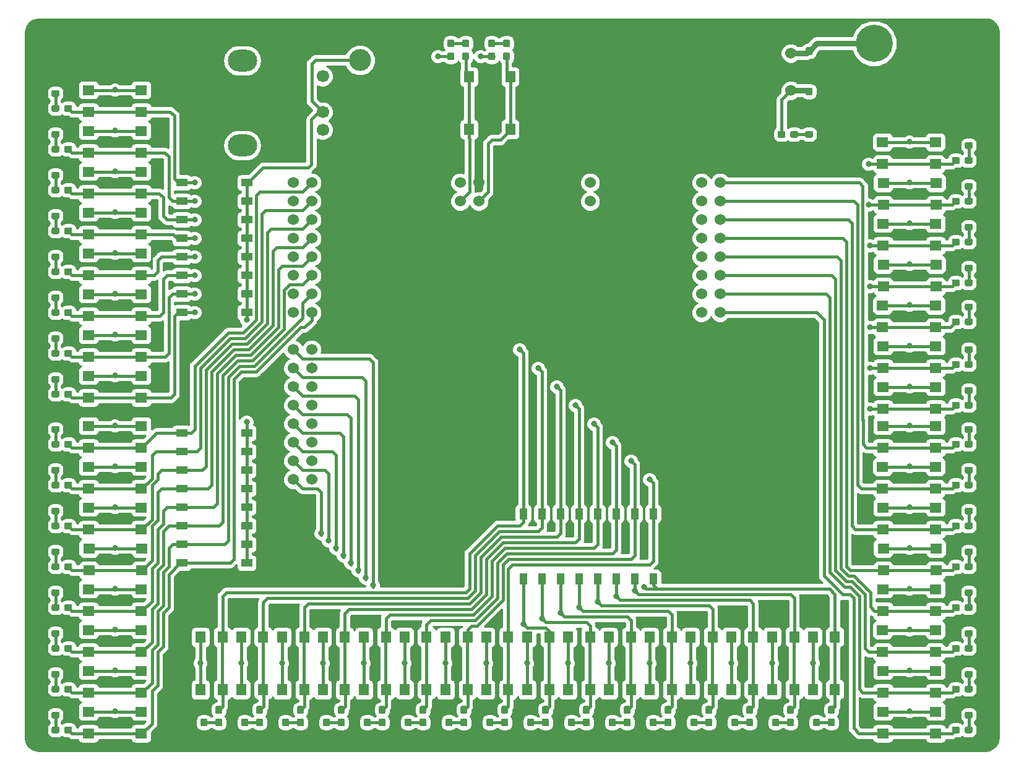
<source format=gbr>
G04 #@! TF.GenerationSoftware,KiCad,Pcbnew,(5.0.2)-1*
G04 #@! TF.CreationDate,2020-01-11T13:29:28-06:00*
G04 #@! TF.ProjectId,TM4C129 Breakout Tester,544d3443-3132-4392-9042-7265616b6f75,rev?*
G04 #@! TF.SameCoordinates,Original*
G04 #@! TF.FileFunction,Copper,L1,Top*
G04 #@! TF.FilePolarity,Positive*
%FSLAX46Y46*%
G04 Gerber Fmt 4.6, Leading zero omitted, Abs format (unit mm)*
G04 Created by KiCad (PCBNEW (5.0.2)-1) date 1/11/2020 1:29:28 PM*
%MOMM*%
%LPD*%
G01*
G04 APERTURE LIST*
G04 #@! TA.AperFunction,ComponentPad*
%ADD10C,1.524000*%
G04 #@! TD*
G04 #@! TA.AperFunction,Conductor*
%ADD11C,0.100000*%
G04 #@! TD*
G04 #@! TA.AperFunction,SMDPad,CuDef*
%ADD12C,0.950000*%
G04 #@! TD*
G04 #@! TA.AperFunction,SMDPad,CuDef*
%ADD13R,1.600000X1.400000*%
G04 #@! TD*
G04 #@! TA.AperFunction,SMDPad,CuDef*
%ADD14R,1.400000X1.600000*%
G04 #@! TD*
G04 #@! TA.AperFunction,SMDPad,CuDef*
%ADD15R,1.500000X1.100000*%
G04 #@! TD*
G04 #@! TA.AperFunction,ComponentPad*
%ADD16C,5.080000*%
G04 #@! TD*
G04 #@! TA.AperFunction,ComponentPad*
%ADD17C,1.700000*%
G04 #@! TD*
G04 #@! TA.AperFunction,ComponentPad*
%ADD18O,4.000000X3.000000*%
G04 #@! TD*
G04 #@! TA.AperFunction,ComponentPad*
%ADD19C,3.000000*%
G04 #@! TD*
G04 #@! TA.AperFunction,SMDPad,CuDef*
%ADD20R,1.100000X1.500000*%
G04 #@! TD*
G04 #@! TA.AperFunction,ViaPad*
%ADD21C,0.800000*%
G04 #@! TD*
G04 #@! TA.AperFunction,Conductor*
%ADD22C,0.762000*%
G04 #@! TD*
G04 #@! TA.AperFunction,Conductor*
%ADD23C,0.381000*%
G04 #@! TD*
G04 #@! TA.AperFunction,Conductor*
%ADD24C,0.254000*%
G04 #@! TD*
G04 APERTURE END LIST*
D10*
G04 #@! TO.P,U2,PB2*
G04 #@! TO.N,SCL0*
X109728000Y-77724000D03*
G04 #@! TO.P,U2,GND*
G04 #@! TO.N,GND*
X109728000Y-75184000D03*
X127508000Y-77724000D03*
X127508000Y-75184000D03*
G04 #@! TO.P,U2,PB3*
G04 #@! TO.N,SDA0*
X107188000Y-77724000D03*
G04 #@! TO.P,U2,+3V3*
G04 #@! TO.N,+3V3*
X107188000Y-75184000D03*
X124968000Y-77724000D03*
G04 #@! TO.P,U2,PM7*
G04 #@! TO.N,T5B*
X142748000Y-92964000D03*
G04 #@! TO.P,U2,PM6*
G04 #@! TO.N,T5A*
X142748000Y-90424000D03*
G04 #@! TO.P,U2,PM5*
G04 #@! TO.N,T4B*
X142748000Y-87884000D03*
G04 #@! TO.P,U2,PM4*
G04 #@! TO.N,T4A*
X142748000Y-85344000D03*
G04 #@! TO.P,U2,PM3*
G04 #@! TO.N,T3B*
X142748000Y-82804000D03*
G04 #@! TO.P,U2,PM2*
G04 #@! TO.N,T3A*
X142748000Y-80264000D03*
G04 #@! TO.P,U2,PM1*
G04 #@! TO.N,T2B*
X142748000Y-77724000D03*
G04 #@! TO.P,U2,PM0*
G04 #@! TO.N,T2A*
X142748000Y-75184000D03*
G04 #@! TO.P,U2,PK5*
G04 #@! TO.N,PWM7*
X140208000Y-92964000D03*
G04 #@! TO.P,U2,PK4*
G04 #@! TO.N,PWM6*
X140208000Y-90424000D03*
G04 #@! TO.P,U2,PG1*
G04 #@! TO.N,PWM5*
X140208000Y-87884000D03*
G04 #@! TO.P,U2,PG0*
G04 #@! TO.N,PWM4*
X140208000Y-85344000D03*
G04 #@! TO.P,U2,PF3*
G04 #@! TO.N,PWM3*
X140208000Y-82804000D03*
G04 #@! TO.P,U2,PF2*
G04 #@! TO.N,PWM2*
X140208000Y-80264000D03*
G04 #@! TO.P,U2,PF1*
G04 #@! TO.N,PWM1*
X140208000Y-77724000D03*
G04 #@! TO.P,U2,+3V3*
G04 #@! TO.N,+3V3*
X124968000Y-75184000D03*
G04 #@! TO.P,U2,NC*
G04 #@! TO.N,Net-(U2-PadNC)*
X140208000Y-75184000D03*
G04 #@! TO.P,U2,PC5*
G04 #@! TO.N,Tx7*
X86868000Y-115824000D03*
G04 #@! TO.P,U2,PP1*
G04 #@! TO.N,Tx6*
X86868000Y-113284000D03*
G04 #@! TO.P,U2,PC7*
G04 #@! TO.N,Tx5*
X86868000Y-110744000D03*
G04 #@! TO.P,U2,PK1*
G04 #@! TO.N,Tx4*
X86868000Y-108204000D03*
G04 #@! TO.P,U2,PA5*
G04 #@! TO.N,Tx3*
X86868000Y-105664000D03*
G04 #@! TO.P,U2,PA7*
G04 #@! TO.N,Tx2*
X86868000Y-103124000D03*
G04 #@! TO.P,U2,PB1*
G04 #@! TO.N,Tx1*
X86868000Y-100584000D03*
G04 #@! TO.P,U2,PA1*
G04 #@! TO.N,Tx0*
X86868000Y-98044000D03*
G04 #@! TO.P,U2,PC4*
G04 #@! TO.N,Rx7*
X84328000Y-115824000D03*
G04 #@! TO.P,U2,PP0*
G04 #@! TO.N,Rx6*
X84328000Y-113284000D03*
G04 #@! TO.P,U2,PC6*
G04 #@! TO.N,Rx5*
X84328000Y-110744000D03*
G04 #@! TO.P,U2,PK0*
G04 #@! TO.N,Rx4*
X84328000Y-108204000D03*
G04 #@! TO.P,U2,PA4*
G04 #@! TO.N,Rx3*
X84328000Y-105664000D03*
G04 #@! TO.P,U2,PA6*
G04 #@! TO.N,Rx2*
X84328000Y-103124000D03*
G04 #@! TO.P,U2,PB0*
G04 #@! TO.N,Rx1*
X84328000Y-100584000D03*
G04 #@! TO.P,U2,PA0*
G04 #@! TO.N,Rx0*
X84328000Y-98044000D03*
G04 #@! TO.P,U2,PD0*
G04 #@! TO.N,A15*
X86868000Y-92964000D03*
G04 #@! TO.P,U2,PD1*
G04 #@! TO.N,A14*
X86868000Y-90424000D03*
G04 #@! TO.P,U2,PD2*
G04 #@! TO.N,A13*
X86868000Y-87884000D03*
G04 #@! TO.P,U2,PD3*
G04 #@! TO.N,A12*
X86868000Y-85344000D03*
G04 #@! TO.P,U2,PB5*
G04 #@! TO.N,A11*
X86868000Y-82804000D03*
G04 #@! TO.P,U2,PB4*
G04 #@! TO.N,A10*
X86868000Y-80264000D03*
G04 #@! TO.P,U2,PE4*
G04 #@! TO.N,A9*
X86868000Y-77724000D03*
G04 #@! TO.P,U2,PE5*
G04 #@! TO.N,A8*
X86868000Y-75184000D03*
G04 #@! TO.P,U2,PD4*
G04 #@! TO.N,A7*
X84328000Y-92964000D03*
G04 #@! TO.P,U2,PD5*
G04 #@! TO.N,A6*
X84328000Y-90424000D03*
G04 #@! TO.P,U2,PD6*
G04 #@! TO.N,A5*
X84328000Y-87884000D03*
G04 #@! TO.P,U2,PD7*
G04 #@! TO.N,A4*
X84328000Y-85344000D03*
G04 #@! TO.P,U2,PE0*
G04 #@! TO.N,A3*
X84328000Y-82804000D03*
G04 #@! TO.P,U2,PE1*
G04 #@! TO.N,A2*
X84328000Y-80264000D03*
G04 #@! TO.P,U2,PE2*
G04 #@! TO.N,A1*
X84328000Y-77724000D03*
G04 #@! TO.P,U2,PE3*
G04 #@! TO.N,A0*
X84328000Y-75184000D03*
G04 #@! TD*
D11*
G04 #@! TO.N,SDA0*
G04 #@! TO.C,D1*
G36*
X108210779Y-57360144D02*
X108233834Y-57363563D01*
X108256443Y-57369227D01*
X108278387Y-57377079D01*
X108299457Y-57387044D01*
X108319448Y-57399026D01*
X108338168Y-57412910D01*
X108355438Y-57428562D01*
X108371090Y-57445832D01*
X108384974Y-57464552D01*
X108396956Y-57484543D01*
X108406921Y-57505613D01*
X108414773Y-57527557D01*
X108420437Y-57550166D01*
X108423856Y-57573221D01*
X108425000Y-57596500D01*
X108425000Y-58171500D01*
X108423856Y-58194779D01*
X108420437Y-58217834D01*
X108414773Y-58240443D01*
X108406921Y-58262387D01*
X108396956Y-58283457D01*
X108384974Y-58303448D01*
X108371090Y-58322168D01*
X108355438Y-58339438D01*
X108338168Y-58355090D01*
X108319448Y-58368974D01*
X108299457Y-58380956D01*
X108278387Y-58390921D01*
X108256443Y-58398773D01*
X108233834Y-58404437D01*
X108210779Y-58407856D01*
X108187500Y-58409000D01*
X107712500Y-58409000D01*
X107689221Y-58407856D01*
X107666166Y-58404437D01*
X107643557Y-58398773D01*
X107621613Y-58390921D01*
X107600543Y-58380956D01*
X107580552Y-58368974D01*
X107561832Y-58355090D01*
X107544562Y-58339438D01*
X107528910Y-58322168D01*
X107515026Y-58303448D01*
X107503044Y-58283457D01*
X107493079Y-58262387D01*
X107485227Y-58240443D01*
X107479563Y-58217834D01*
X107476144Y-58194779D01*
X107475000Y-58171500D01*
X107475000Y-57596500D01*
X107476144Y-57573221D01*
X107479563Y-57550166D01*
X107485227Y-57527557D01*
X107493079Y-57505613D01*
X107503044Y-57484543D01*
X107515026Y-57464552D01*
X107528910Y-57445832D01*
X107544562Y-57428562D01*
X107561832Y-57412910D01*
X107580552Y-57399026D01*
X107600543Y-57387044D01*
X107621613Y-57377079D01*
X107643557Y-57369227D01*
X107666166Y-57363563D01*
X107689221Y-57360144D01*
X107712500Y-57359000D01*
X108187500Y-57359000D01*
X108210779Y-57360144D01*
X108210779Y-57360144D01*
G37*
D12*
G04 #@! TD*
G04 #@! TO.P,D1,1*
G04 #@! TO.N,SDA0*
X107950000Y-57884000D03*
D11*
G04 #@! TO.N,Net-(D1-Pad2)*
G04 #@! TO.C,D1*
G36*
X108210779Y-55610144D02*
X108233834Y-55613563D01*
X108256443Y-55619227D01*
X108278387Y-55627079D01*
X108299457Y-55637044D01*
X108319448Y-55649026D01*
X108338168Y-55662910D01*
X108355438Y-55678562D01*
X108371090Y-55695832D01*
X108384974Y-55714552D01*
X108396956Y-55734543D01*
X108406921Y-55755613D01*
X108414773Y-55777557D01*
X108420437Y-55800166D01*
X108423856Y-55823221D01*
X108425000Y-55846500D01*
X108425000Y-56421500D01*
X108423856Y-56444779D01*
X108420437Y-56467834D01*
X108414773Y-56490443D01*
X108406921Y-56512387D01*
X108396956Y-56533457D01*
X108384974Y-56553448D01*
X108371090Y-56572168D01*
X108355438Y-56589438D01*
X108338168Y-56605090D01*
X108319448Y-56618974D01*
X108299457Y-56630956D01*
X108278387Y-56640921D01*
X108256443Y-56648773D01*
X108233834Y-56654437D01*
X108210779Y-56657856D01*
X108187500Y-56659000D01*
X107712500Y-56659000D01*
X107689221Y-56657856D01*
X107666166Y-56654437D01*
X107643557Y-56648773D01*
X107621613Y-56640921D01*
X107600543Y-56630956D01*
X107580552Y-56618974D01*
X107561832Y-56605090D01*
X107544562Y-56589438D01*
X107528910Y-56572168D01*
X107515026Y-56553448D01*
X107503044Y-56533457D01*
X107493079Y-56512387D01*
X107485227Y-56490443D01*
X107479563Y-56467834D01*
X107476144Y-56444779D01*
X107475000Y-56421500D01*
X107475000Y-55846500D01*
X107476144Y-55823221D01*
X107479563Y-55800166D01*
X107485227Y-55777557D01*
X107493079Y-55755613D01*
X107503044Y-55734543D01*
X107515026Y-55714552D01*
X107528910Y-55695832D01*
X107544562Y-55678562D01*
X107561832Y-55662910D01*
X107580552Y-55649026D01*
X107600543Y-55637044D01*
X107621613Y-55627079D01*
X107643557Y-55619227D01*
X107666166Y-55613563D01*
X107689221Y-55610144D01*
X107712500Y-55609000D01*
X108187500Y-55609000D01*
X108210779Y-55610144D01*
X108210779Y-55610144D01*
G37*
D12*
G04 #@! TD*
G04 #@! TO.P,D1,2*
G04 #@! TO.N,Net-(D1-Pad2)*
X107950000Y-56134000D03*
D11*
G04 #@! TO.N,Net-(D2-Pad2)*
G04 #@! TO.C,D2*
G36*
X113798779Y-55610144D02*
X113821834Y-55613563D01*
X113844443Y-55619227D01*
X113866387Y-55627079D01*
X113887457Y-55637044D01*
X113907448Y-55649026D01*
X113926168Y-55662910D01*
X113943438Y-55678562D01*
X113959090Y-55695832D01*
X113972974Y-55714552D01*
X113984956Y-55734543D01*
X113994921Y-55755613D01*
X114002773Y-55777557D01*
X114008437Y-55800166D01*
X114011856Y-55823221D01*
X114013000Y-55846500D01*
X114013000Y-56421500D01*
X114011856Y-56444779D01*
X114008437Y-56467834D01*
X114002773Y-56490443D01*
X113994921Y-56512387D01*
X113984956Y-56533457D01*
X113972974Y-56553448D01*
X113959090Y-56572168D01*
X113943438Y-56589438D01*
X113926168Y-56605090D01*
X113907448Y-56618974D01*
X113887457Y-56630956D01*
X113866387Y-56640921D01*
X113844443Y-56648773D01*
X113821834Y-56654437D01*
X113798779Y-56657856D01*
X113775500Y-56659000D01*
X113300500Y-56659000D01*
X113277221Y-56657856D01*
X113254166Y-56654437D01*
X113231557Y-56648773D01*
X113209613Y-56640921D01*
X113188543Y-56630956D01*
X113168552Y-56618974D01*
X113149832Y-56605090D01*
X113132562Y-56589438D01*
X113116910Y-56572168D01*
X113103026Y-56553448D01*
X113091044Y-56533457D01*
X113081079Y-56512387D01*
X113073227Y-56490443D01*
X113067563Y-56467834D01*
X113064144Y-56444779D01*
X113063000Y-56421500D01*
X113063000Y-55846500D01*
X113064144Y-55823221D01*
X113067563Y-55800166D01*
X113073227Y-55777557D01*
X113081079Y-55755613D01*
X113091044Y-55734543D01*
X113103026Y-55714552D01*
X113116910Y-55695832D01*
X113132562Y-55678562D01*
X113149832Y-55662910D01*
X113168552Y-55649026D01*
X113188543Y-55637044D01*
X113209613Y-55627079D01*
X113231557Y-55619227D01*
X113254166Y-55613563D01*
X113277221Y-55610144D01*
X113300500Y-55609000D01*
X113775500Y-55609000D01*
X113798779Y-55610144D01*
X113798779Y-55610144D01*
G37*
D12*
G04 #@! TD*
G04 #@! TO.P,D2,2*
G04 #@! TO.N,Net-(D2-Pad2)*
X113538000Y-56134000D03*
D11*
G04 #@! TO.N,SCL0*
G04 #@! TO.C,D2*
G36*
X113798779Y-57360144D02*
X113821834Y-57363563D01*
X113844443Y-57369227D01*
X113866387Y-57377079D01*
X113887457Y-57387044D01*
X113907448Y-57399026D01*
X113926168Y-57412910D01*
X113943438Y-57428562D01*
X113959090Y-57445832D01*
X113972974Y-57464552D01*
X113984956Y-57484543D01*
X113994921Y-57505613D01*
X114002773Y-57527557D01*
X114008437Y-57550166D01*
X114011856Y-57573221D01*
X114013000Y-57596500D01*
X114013000Y-58171500D01*
X114011856Y-58194779D01*
X114008437Y-58217834D01*
X114002773Y-58240443D01*
X113994921Y-58262387D01*
X113984956Y-58283457D01*
X113972974Y-58303448D01*
X113959090Y-58322168D01*
X113943438Y-58339438D01*
X113926168Y-58355090D01*
X113907448Y-58368974D01*
X113887457Y-58380956D01*
X113866387Y-58390921D01*
X113844443Y-58398773D01*
X113821834Y-58404437D01*
X113798779Y-58407856D01*
X113775500Y-58409000D01*
X113300500Y-58409000D01*
X113277221Y-58407856D01*
X113254166Y-58404437D01*
X113231557Y-58398773D01*
X113209613Y-58390921D01*
X113188543Y-58380956D01*
X113168552Y-58368974D01*
X113149832Y-58355090D01*
X113132562Y-58339438D01*
X113116910Y-58322168D01*
X113103026Y-58303448D01*
X113091044Y-58283457D01*
X113081079Y-58262387D01*
X113073227Y-58240443D01*
X113067563Y-58217834D01*
X113064144Y-58194779D01*
X113063000Y-58171500D01*
X113063000Y-57596500D01*
X113064144Y-57573221D01*
X113067563Y-57550166D01*
X113073227Y-57527557D01*
X113081079Y-57505613D01*
X113091044Y-57484543D01*
X113103026Y-57464552D01*
X113116910Y-57445832D01*
X113132562Y-57428562D01*
X113149832Y-57412910D01*
X113168552Y-57399026D01*
X113188543Y-57387044D01*
X113209613Y-57377079D01*
X113231557Y-57369227D01*
X113254166Y-57363563D01*
X113277221Y-57360144D01*
X113300500Y-57359000D01*
X113775500Y-57359000D01*
X113798779Y-57360144D01*
X113798779Y-57360144D01*
G37*
D12*
G04 #@! TD*
G04 #@! TO.P,D2,1*
G04 #@! TO.N,SCL0*
X113538000Y-57884000D03*
D11*
G04 #@! TO.N,GND*
G04 #@! TO.C,D3*
G36*
X53876779Y-62518144D02*
X53899834Y-62521563D01*
X53922443Y-62527227D01*
X53944387Y-62535079D01*
X53965457Y-62545044D01*
X53985448Y-62557026D01*
X54004168Y-62570910D01*
X54021438Y-62586562D01*
X54037090Y-62603832D01*
X54050974Y-62622552D01*
X54062956Y-62642543D01*
X54072921Y-62663613D01*
X54080773Y-62685557D01*
X54086437Y-62708166D01*
X54089856Y-62731221D01*
X54091000Y-62754500D01*
X54091000Y-63229500D01*
X54089856Y-63252779D01*
X54086437Y-63275834D01*
X54080773Y-63298443D01*
X54072921Y-63320387D01*
X54062956Y-63341457D01*
X54050974Y-63361448D01*
X54037090Y-63380168D01*
X54021438Y-63397438D01*
X54004168Y-63413090D01*
X53985448Y-63426974D01*
X53965457Y-63438956D01*
X53944387Y-63448921D01*
X53922443Y-63456773D01*
X53899834Y-63462437D01*
X53876779Y-63465856D01*
X53853500Y-63467000D01*
X53278500Y-63467000D01*
X53255221Y-63465856D01*
X53232166Y-63462437D01*
X53209557Y-63456773D01*
X53187613Y-63448921D01*
X53166543Y-63438956D01*
X53146552Y-63426974D01*
X53127832Y-63413090D01*
X53110562Y-63397438D01*
X53094910Y-63380168D01*
X53081026Y-63361448D01*
X53069044Y-63341457D01*
X53059079Y-63320387D01*
X53051227Y-63298443D01*
X53045563Y-63275834D01*
X53042144Y-63252779D01*
X53041000Y-63229500D01*
X53041000Y-62754500D01*
X53042144Y-62731221D01*
X53045563Y-62708166D01*
X53051227Y-62685557D01*
X53059079Y-62663613D01*
X53069044Y-62642543D01*
X53081026Y-62622552D01*
X53094910Y-62603832D01*
X53110562Y-62586562D01*
X53127832Y-62570910D01*
X53146552Y-62557026D01*
X53166543Y-62545044D01*
X53187613Y-62535079D01*
X53209557Y-62527227D01*
X53232166Y-62521563D01*
X53255221Y-62518144D01*
X53278500Y-62517000D01*
X53853500Y-62517000D01*
X53876779Y-62518144D01*
X53876779Y-62518144D01*
G37*
D12*
G04 #@! TD*
G04 #@! TO.P,D3,1*
G04 #@! TO.N,GND*
X53566000Y-62992000D03*
D11*
G04 #@! TO.N,Net-(D3-Pad2)*
G04 #@! TO.C,D3*
G36*
X52126779Y-62518144D02*
X52149834Y-62521563D01*
X52172443Y-62527227D01*
X52194387Y-62535079D01*
X52215457Y-62545044D01*
X52235448Y-62557026D01*
X52254168Y-62570910D01*
X52271438Y-62586562D01*
X52287090Y-62603832D01*
X52300974Y-62622552D01*
X52312956Y-62642543D01*
X52322921Y-62663613D01*
X52330773Y-62685557D01*
X52336437Y-62708166D01*
X52339856Y-62731221D01*
X52341000Y-62754500D01*
X52341000Y-63229500D01*
X52339856Y-63252779D01*
X52336437Y-63275834D01*
X52330773Y-63298443D01*
X52322921Y-63320387D01*
X52312956Y-63341457D01*
X52300974Y-63361448D01*
X52287090Y-63380168D01*
X52271438Y-63397438D01*
X52254168Y-63413090D01*
X52235448Y-63426974D01*
X52215457Y-63438956D01*
X52194387Y-63448921D01*
X52172443Y-63456773D01*
X52149834Y-63462437D01*
X52126779Y-63465856D01*
X52103500Y-63467000D01*
X51528500Y-63467000D01*
X51505221Y-63465856D01*
X51482166Y-63462437D01*
X51459557Y-63456773D01*
X51437613Y-63448921D01*
X51416543Y-63438956D01*
X51396552Y-63426974D01*
X51377832Y-63413090D01*
X51360562Y-63397438D01*
X51344910Y-63380168D01*
X51331026Y-63361448D01*
X51319044Y-63341457D01*
X51309079Y-63320387D01*
X51301227Y-63298443D01*
X51295563Y-63275834D01*
X51292144Y-63252779D01*
X51291000Y-63229500D01*
X51291000Y-62754500D01*
X51292144Y-62731221D01*
X51295563Y-62708166D01*
X51301227Y-62685557D01*
X51309079Y-62663613D01*
X51319044Y-62642543D01*
X51331026Y-62622552D01*
X51344910Y-62603832D01*
X51360562Y-62586562D01*
X51377832Y-62570910D01*
X51396552Y-62557026D01*
X51416543Y-62545044D01*
X51437613Y-62535079D01*
X51459557Y-62527227D01*
X51482166Y-62521563D01*
X51505221Y-62518144D01*
X51528500Y-62517000D01*
X52103500Y-62517000D01*
X52126779Y-62518144D01*
X52126779Y-62518144D01*
G37*
D12*
G04 #@! TD*
G04 #@! TO.P,D3,2*
G04 #@! TO.N,Net-(D3-Pad2)*
X51816000Y-62992000D03*
D11*
G04 #@! TO.N,GND*
G04 #@! TO.C,D4*
G36*
X117100779Y-146824144D02*
X117123834Y-146827563D01*
X117146443Y-146833227D01*
X117168387Y-146841079D01*
X117189457Y-146851044D01*
X117209448Y-146863026D01*
X117228168Y-146876910D01*
X117245438Y-146892562D01*
X117261090Y-146909832D01*
X117274974Y-146928552D01*
X117286956Y-146948543D01*
X117296921Y-146969613D01*
X117304773Y-146991557D01*
X117310437Y-147014166D01*
X117313856Y-147037221D01*
X117315000Y-147060500D01*
X117315000Y-147635500D01*
X117313856Y-147658779D01*
X117310437Y-147681834D01*
X117304773Y-147704443D01*
X117296921Y-147726387D01*
X117286956Y-147747457D01*
X117274974Y-147767448D01*
X117261090Y-147786168D01*
X117245438Y-147803438D01*
X117228168Y-147819090D01*
X117209448Y-147832974D01*
X117189457Y-147844956D01*
X117168387Y-147854921D01*
X117146443Y-147862773D01*
X117123834Y-147868437D01*
X117100779Y-147871856D01*
X117077500Y-147873000D01*
X116602500Y-147873000D01*
X116579221Y-147871856D01*
X116556166Y-147868437D01*
X116533557Y-147862773D01*
X116511613Y-147854921D01*
X116490543Y-147844956D01*
X116470552Y-147832974D01*
X116451832Y-147819090D01*
X116434562Y-147803438D01*
X116418910Y-147786168D01*
X116405026Y-147767448D01*
X116393044Y-147747457D01*
X116383079Y-147726387D01*
X116375227Y-147704443D01*
X116369563Y-147681834D01*
X116366144Y-147658779D01*
X116365000Y-147635500D01*
X116365000Y-147060500D01*
X116366144Y-147037221D01*
X116369563Y-147014166D01*
X116375227Y-146991557D01*
X116383079Y-146969613D01*
X116393044Y-146948543D01*
X116405026Y-146928552D01*
X116418910Y-146909832D01*
X116434562Y-146892562D01*
X116451832Y-146876910D01*
X116470552Y-146863026D01*
X116490543Y-146851044D01*
X116511613Y-146841079D01*
X116533557Y-146833227D01*
X116556166Y-146827563D01*
X116579221Y-146824144D01*
X116602500Y-146823000D01*
X117077500Y-146823000D01*
X117100779Y-146824144D01*
X117100779Y-146824144D01*
G37*
D12*
G04 #@! TD*
G04 #@! TO.P,D4,1*
G04 #@! TO.N,GND*
X116840000Y-147348000D03*
D11*
G04 #@! TO.N,Net-(D4-Pad2)*
G04 #@! TO.C,D4*
G36*
X117100779Y-148574144D02*
X117123834Y-148577563D01*
X117146443Y-148583227D01*
X117168387Y-148591079D01*
X117189457Y-148601044D01*
X117209448Y-148613026D01*
X117228168Y-148626910D01*
X117245438Y-148642562D01*
X117261090Y-148659832D01*
X117274974Y-148678552D01*
X117286956Y-148698543D01*
X117296921Y-148719613D01*
X117304773Y-148741557D01*
X117310437Y-148764166D01*
X117313856Y-148787221D01*
X117315000Y-148810500D01*
X117315000Y-149385500D01*
X117313856Y-149408779D01*
X117310437Y-149431834D01*
X117304773Y-149454443D01*
X117296921Y-149476387D01*
X117286956Y-149497457D01*
X117274974Y-149517448D01*
X117261090Y-149536168D01*
X117245438Y-149553438D01*
X117228168Y-149569090D01*
X117209448Y-149582974D01*
X117189457Y-149594956D01*
X117168387Y-149604921D01*
X117146443Y-149612773D01*
X117123834Y-149618437D01*
X117100779Y-149621856D01*
X117077500Y-149623000D01*
X116602500Y-149623000D01*
X116579221Y-149621856D01*
X116556166Y-149618437D01*
X116533557Y-149612773D01*
X116511613Y-149604921D01*
X116490543Y-149594956D01*
X116470552Y-149582974D01*
X116451832Y-149569090D01*
X116434562Y-149553438D01*
X116418910Y-149536168D01*
X116405026Y-149517448D01*
X116393044Y-149497457D01*
X116383079Y-149476387D01*
X116375227Y-149454443D01*
X116369563Y-149431834D01*
X116366144Y-149408779D01*
X116365000Y-149385500D01*
X116365000Y-148810500D01*
X116366144Y-148787221D01*
X116369563Y-148764166D01*
X116375227Y-148741557D01*
X116383079Y-148719613D01*
X116393044Y-148698543D01*
X116405026Y-148678552D01*
X116418910Y-148659832D01*
X116434562Y-148642562D01*
X116451832Y-148626910D01*
X116470552Y-148613026D01*
X116490543Y-148601044D01*
X116511613Y-148591079D01*
X116533557Y-148583227D01*
X116556166Y-148577563D01*
X116579221Y-148574144D01*
X116602500Y-148573000D01*
X117077500Y-148573000D01*
X117100779Y-148574144D01*
X117100779Y-148574144D01*
G37*
D12*
G04 #@! TD*
G04 #@! TO.P,D4,2*
G04 #@! TO.N,Net-(D4-Pad2)*
X116840000Y-149098000D03*
D11*
G04 #@! TO.N,Net-(D5-Pad2)*
G04 #@! TO.C,D5*
G36*
X52126779Y-68106144D02*
X52149834Y-68109563D01*
X52172443Y-68115227D01*
X52194387Y-68123079D01*
X52215457Y-68133044D01*
X52235448Y-68145026D01*
X52254168Y-68158910D01*
X52271438Y-68174562D01*
X52287090Y-68191832D01*
X52300974Y-68210552D01*
X52312956Y-68230543D01*
X52322921Y-68251613D01*
X52330773Y-68273557D01*
X52336437Y-68296166D01*
X52339856Y-68319221D01*
X52341000Y-68342500D01*
X52341000Y-68817500D01*
X52339856Y-68840779D01*
X52336437Y-68863834D01*
X52330773Y-68886443D01*
X52322921Y-68908387D01*
X52312956Y-68929457D01*
X52300974Y-68949448D01*
X52287090Y-68968168D01*
X52271438Y-68985438D01*
X52254168Y-69001090D01*
X52235448Y-69014974D01*
X52215457Y-69026956D01*
X52194387Y-69036921D01*
X52172443Y-69044773D01*
X52149834Y-69050437D01*
X52126779Y-69053856D01*
X52103500Y-69055000D01*
X51528500Y-69055000D01*
X51505221Y-69053856D01*
X51482166Y-69050437D01*
X51459557Y-69044773D01*
X51437613Y-69036921D01*
X51416543Y-69026956D01*
X51396552Y-69014974D01*
X51377832Y-69001090D01*
X51360562Y-68985438D01*
X51344910Y-68968168D01*
X51331026Y-68949448D01*
X51319044Y-68929457D01*
X51309079Y-68908387D01*
X51301227Y-68886443D01*
X51295563Y-68863834D01*
X51292144Y-68840779D01*
X51291000Y-68817500D01*
X51291000Y-68342500D01*
X51292144Y-68319221D01*
X51295563Y-68296166D01*
X51301227Y-68273557D01*
X51309079Y-68251613D01*
X51319044Y-68230543D01*
X51331026Y-68210552D01*
X51344910Y-68191832D01*
X51360562Y-68174562D01*
X51377832Y-68158910D01*
X51396552Y-68145026D01*
X51416543Y-68133044D01*
X51437613Y-68123079D01*
X51459557Y-68115227D01*
X51482166Y-68109563D01*
X51505221Y-68106144D01*
X51528500Y-68105000D01*
X52103500Y-68105000D01*
X52126779Y-68106144D01*
X52126779Y-68106144D01*
G37*
D12*
G04 #@! TD*
G04 #@! TO.P,D5,2*
G04 #@! TO.N,Net-(D5-Pad2)*
X51816000Y-68580000D03*
D11*
G04 #@! TO.N,GND*
G04 #@! TO.C,D5*
G36*
X53876779Y-68106144D02*
X53899834Y-68109563D01*
X53922443Y-68115227D01*
X53944387Y-68123079D01*
X53965457Y-68133044D01*
X53985448Y-68145026D01*
X54004168Y-68158910D01*
X54021438Y-68174562D01*
X54037090Y-68191832D01*
X54050974Y-68210552D01*
X54062956Y-68230543D01*
X54072921Y-68251613D01*
X54080773Y-68273557D01*
X54086437Y-68296166D01*
X54089856Y-68319221D01*
X54091000Y-68342500D01*
X54091000Y-68817500D01*
X54089856Y-68840779D01*
X54086437Y-68863834D01*
X54080773Y-68886443D01*
X54072921Y-68908387D01*
X54062956Y-68929457D01*
X54050974Y-68949448D01*
X54037090Y-68968168D01*
X54021438Y-68985438D01*
X54004168Y-69001090D01*
X53985448Y-69014974D01*
X53965457Y-69026956D01*
X53944387Y-69036921D01*
X53922443Y-69044773D01*
X53899834Y-69050437D01*
X53876779Y-69053856D01*
X53853500Y-69055000D01*
X53278500Y-69055000D01*
X53255221Y-69053856D01*
X53232166Y-69050437D01*
X53209557Y-69044773D01*
X53187613Y-69036921D01*
X53166543Y-69026956D01*
X53146552Y-69014974D01*
X53127832Y-69001090D01*
X53110562Y-68985438D01*
X53094910Y-68968168D01*
X53081026Y-68949448D01*
X53069044Y-68929457D01*
X53059079Y-68908387D01*
X53051227Y-68886443D01*
X53045563Y-68863834D01*
X53042144Y-68840779D01*
X53041000Y-68817500D01*
X53041000Y-68342500D01*
X53042144Y-68319221D01*
X53045563Y-68296166D01*
X53051227Y-68273557D01*
X53059079Y-68251613D01*
X53069044Y-68230543D01*
X53081026Y-68210552D01*
X53094910Y-68191832D01*
X53110562Y-68174562D01*
X53127832Y-68158910D01*
X53146552Y-68145026D01*
X53166543Y-68133044D01*
X53187613Y-68123079D01*
X53209557Y-68115227D01*
X53232166Y-68109563D01*
X53255221Y-68106144D01*
X53278500Y-68105000D01*
X53853500Y-68105000D01*
X53876779Y-68106144D01*
X53876779Y-68106144D01*
G37*
D12*
G04 #@! TD*
G04 #@! TO.P,D5,1*
G04 #@! TO.N,GND*
X53566000Y-68580000D03*
D11*
G04 #@! TO.N,Net-(D6-Pad2)*
G04 #@! TO.C,D6*
G36*
X122688779Y-148574144D02*
X122711834Y-148577563D01*
X122734443Y-148583227D01*
X122756387Y-148591079D01*
X122777457Y-148601044D01*
X122797448Y-148613026D01*
X122816168Y-148626910D01*
X122833438Y-148642562D01*
X122849090Y-148659832D01*
X122862974Y-148678552D01*
X122874956Y-148698543D01*
X122884921Y-148719613D01*
X122892773Y-148741557D01*
X122898437Y-148764166D01*
X122901856Y-148787221D01*
X122903000Y-148810500D01*
X122903000Y-149385500D01*
X122901856Y-149408779D01*
X122898437Y-149431834D01*
X122892773Y-149454443D01*
X122884921Y-149476387D01*
X122874956Y-149497457D01*
X122862974Y-149517448D01*
X122849090Y-149536168D01*
X122833438Y-149553438D01*
X122816168Y-149569090D01*
X122797448Y-149582974D01*
X122777457Y-149594956D01*
X122756387Y-149604921D01*
X122734443Y-149612773D01*
X122711834Y-149618437D01*
X122688779Y-149621856D01*
X122665500Y-149623000D01*
X122190500Y-149623000D01*
X122167221Y-149621856D01*
X122144166Y-149618437D01*
X122121557Y-149612773D01*
X122099613Y-149604921D01*
X122078543Y-149594956D01*
X122058552Y-149582974D01*
X122039832Y-149569090D01*
X122022562Y-149553438D01*
X122006910Y-149536168D01*
X121993026Y-149517448D01*
X121981044Y-149497457D01*
X121971079Y-149476387D01*
X121963227Y-149454443D01*
X121957563Y-149431834D01*
X121954144Y-149408779D01*
X121953000Y-149385500D01*
X121953000Y-148810500D01*
X121954144Y-148787221D01*
X121957563Y-148764166D01*
X121963227Y-148741557D01*
X121971079Y-148719613D01*
X121981044Y-148698543D01*
X121993026Y-148678552D01*
X122006910Y-148659832D01*
X122022562Y-148642562D01*
X122039832Y-148626910D01*
X122058552Y-148613026D01*
X122078543Y-148601044D01*
X122099613Y-148591079D01*
X122121557Y-148583227D01*
X122144166Y-148577563D01*
X122167221Y-148574144D01*
X122190500Y-148573000D01*
X122665500Y-148573000D01*
X122688779Y-148574144D01*
X122688779Y-148574144D01*
G37*
D12*
G04 #@! TD*
G04 #@! TO.P,D6,2*
G04 #@! TO.N,Net-(D6-Pad2)*
X122428000Y-149098000D03*
D11*
G04 #@! TO.N,GND*
G04 #@! TO.C,D6*
G36*
X122688779Y-146824144D02*
X122711834Y-146827563D01*
X122734443Y-146833227D01*
X122756387Y-146841079D01*
X122777457Y-146851044D01*
X122797448Y-146863026D01*
X122816168Y-146876910D01*
X122833438Y-146892562D01*
X122849090Y-146909832D01*
X122862974Y-146928552D01*
X122874956Y-146948543D01*
X122884921Y-146969613D01*
X122892773Y-146991557D01*
X122898437Y-147014166D01*
X122901856Y-147037221D01*
X122903000Y-147060500D01*
X122903000Y-147635500D01*
X122901856Y-147658779D01*
X122898437Y-147681834D01*
X122892773Y-147704443D01*
X122884921Y-147726387D01*
X122874956Y-147747457D01*
X122862974Y-147767448D01*
X122849090Y-147786168D01*
X122833438Y-147803438D01*
X122816168Y-147819090D01*
X122797448Y-147832974D01*
X122777457Y-147844956D01*
X122756387Y-147854921D01*
X122734443Y-147862773D01*
X122711834Y-147868437D01*
X122688779Y-147871856D01*
X122665500Y-147873000D01*
X122190500Y-147873000D01*
X122167221Y-147871856D01*
X122144166Y-147868437D01*
X122121557Y-147862773D01*
X122099613Y-147854921D01*
X122078543Y-147844956D01*
X122058552Y-147832974D01*
X122039832Y-147819090D01*
X122022562Y-147803438D01*
X122006910Y-147786168D01*
X121993026Y-147767448D01*
X121981044Y-147747457D01*
X121971079Y-147726387D01*
X121963227Y-147704443D01*
X121957563Y-147681834D01*
X121954144Y-147658779D01*
X121953000Y-147635500D01*
X121953000Y-147060500D01*
X121954144Y-147037221D01*
X121957563Y-147014166D01*
X121963227Y-146991557D01*
X121971079Y-146969613D01*
X121981044Y-146948543D01*
X121993026Y-146928552D01*
X122006910Y-146909832D01*
X122022562Y-146892562D01*
X122039832Y-146876910D01*
X122058552Y-146863026D01*
X122078543Y-146851044D01*
X122099613Y-146841079D01*
X122121557Y-146833227D01*
X122144166Y-146827563D01*
X122167221Y-146824144D01*
X122190500Y-146823000D01*
X122665500Y-146823000D01*
X122688779Y-146824144D01*
X122688779Y-146824144D01*
G37*
D12*
G04 #@! TD*
G04 #@! TO.P,D6,1*
G04 #@! TO.N,GND*
X122428000Y-147348000D03*
D11*
G04 #@! TO.N,Net-(D7-Pad2)*
G04 #@! TO.C,D7*
G36*
X177094779Y-69630144D02*
X177117834Y-69633563D01*
X177140443Y-69639227D01*
X177162387Y-69647079D01*
X177183457Y-69657044D01*
X177203448Y-69669026D01*
X177222168Y-69682910D01*
X177239438Y-69698562D01*
X177255090Y-69715832D01*
X177268974Y-69734552D01*
X177280956Y-69754543D01*
X177290921Y-69775613D01*
X177298773Y-69797557D01*
X177304437Y-69820166D01*
X177307856Y-69843221D01*
X177309000Y-69866500D01*
X177309000Y-70341500D01*
X177307856Y-70364779D01*
X177304437Y-70387834D01*
X177298773Y-70410443D01*
X177290921Y-70432387D01*
X177280956Y-70453457D01*
X177268974Y-70473448D01*
X177255090Y-70492168D01*
X177239438Y-70509438D01*
X177222168Y-70525090D01*
X177203448Y-70538974D01*
X177183457Y-70550956D01*
X177162387Y-70560921D01*
X177140443Y-70568773D01*
X177117834Y-70574437D01*
X177094779Y-70577856D01*
X177071500Y-70579000D01*
X176496500Y-70579000D01*
X176473221Y-70577856D01*
X176450166Y-70574437D01*
X176427557Y-70568773D01*
X176405613Y-70560921D01*
X176384543Y-70550956D01*
X176364552Y-70538974D01*
X176345832Y-70525090D01*
X176328562Y-70509438D01*
X176312910Y-70492168D01*
X176299026Y-70473448D01*
X176287044Y-70453457D01*
X176277079Y-70432387D01*
X176269227Y-70410443D01*
X176263563Y-70387834D01*
X176260144Y-70364779D01*
X176259000Y-70341500D01*
X176259000Y-69866500D01*
X176260144Y-69843221D01*
X176263563Y-69820166D01*
X176269227Y-69797557D01*
X176277079Y-69775613D01*
X176287044Y-69754543D01*
X176299026Y-69734552D01*
X176312910Y-69715832D01*
X176328562Y-69698562D01*
X176345832Y-69682910D01*
X176364552Y-69669026D01*
X176384543Y-69657044D01*
X176405613Y-69647079D01*
X176427557Y-69639227D01*
X176450166Y-69633563D01*
X176473221Y-69630144D01*
X176496500Y-69629000D01*
X177071500Y-69629000D01*
X177094779Y-69630144D01*
X177094779Y-69630144D01*
G37*
D12*
G04 #@! TD*
G04 #@! TO.P,D7,2*
G04 #@! TO.N,Net-(D7-Pad2)*
X176784000Y-70104000D03*
D11*
G04 #@! TO.N,GND*
G04 #@! TO.C,D7*
G36*
X175344779Y-69630144D02*
X175367834Y-69633563D01*
X175390443Y-69639227D01*
X175412387Y-69647079D01*
X175433457Y-69657044D01*
X175453448Y-69669026D01*
X175472168Y-69682910D01*
X175489438Y-69698562D01*
X175505090Y-69715832D01*
X175518974Y-69734552D01*
X175530956Y-69754543D01*
X175540921Y-69775613D01*
X175548773Y-69797557D01*
X175554437Y-69820166D01*
X175557856Y-69843221D01*
X175559000Y-69866500D01*
X175559000Y-70341500D01*
X175557856Y-70364779D01*
X175554437Y-70387834D01*
X175548773Y-70410443D01*
X175540921Y-70432387D01*
X175530956Y-70453457D01*
X175518974Y-70473448D01*
X175505090Y-70492168D01*
X175489438Y-70509438D01*
X175472168Y-70525090D01*
X175453448Y-70538974D01*
X175433457Y-70550956D01*
X175412387Y-70560921D01*
X175390443Y-70568773D01*
X175367834Y-70574437D01*
X175344779Y-70577856D01*
X175321500Y-70579000D01*
X174746500Y-70579000D01*
X174723221Y-70577856D01*
X174700166Y-70574437D01*
X174677557Y-70568773D01*
X174655613Y-70560921D01*
X174634543Y-70550956D01*
X174614552Y-70538974D01*
X174595832Y-70525090D01*
X174578562Y-70509438D01*
X174562910Y-70492168D01*
X174549026Y-70473448D01*
X174537044Y-70453457D01*
X174527079Y-70432387D01*
X174519227Y-70410443D01*
X174513563Y-70387834D01*
X174510144Y-70364779D01*
X174509000Y-70341500D01*
X174509000Y-69866500D01*
X174510144Y-69843221D01*
X174513563Y-69820166D01*
X174519227Y-69797557D01*
X174527079Y-69775613D01*
X174537044Y-69754543D01*
X174549026Y-69734552D01*
X174562910Y-69715832D01*
X174578562Y-69698562D01*
X174595832Y-69682910D01*
X174614552Y-69669026D01*
X174634543Y-69657044D01*
X174655613Y-69647079D01*
X174677557Y-69639227D01*
X174700166Y-69633563D01*
X174723221Y-69630144D01*
X174746500Y-69629000D01*
X175321500Y-69629000D01*
X175344779Y-69630144D01*
X175344779Y-69630144D01*
G37*
D12*
G04 #@! TD*
G04 #@! TO.P,D7,1*
G04 #@! TO.N,GND*
X175034000Y-70104000D03*
D11*
G04 #@! TO.N,GND*
G04 #@! TO.C,D8*
G36*
X53876779Y-73694144D02*
X53899834Y-73697563D01*
X53922443Y-73703227D01*
X53944387Y-73711079D01*
X53965457Y-73721044D01*
X53985448Y-73733026D01*
X54004168Y-73746910D01*
X54021438Y-73762562D01*
X54037090Y-73779832D01*
X54050974Y-73798552D01*
X54062956Y-73818543D01*
X54072921Y-73839613D01*
X54080773Y-73861557D01*
X54086437Y-73884166D01*
X54089856Y-73907221D01*
X54091000Y-73930500D01*
X54091000Y-74405500D01*
X54089856Y-74428779D01*
X54086437Y-74451834D01*
X54080773Y-74474443D01*
X54072921Y-74496387D01*
X54062956Y-74517457D01*
X54050974Y-74537448D01*
X54037090Y-74556168D01*
X54021438Y-74573438D01*
X54004168Y-74589090D01*
X53985448Y-74602974D01*
X53965457Y-74614956D01*
X53944387Y-74624921D01*
X53922443Y-74632773D01*
X53899834Y-74638437D01*
X53876779Y-74641856D01*
X53853500Y-74643000D01*
X53278500Y-74643000D01*
X53255221Y-74641856D01*
X53232166Y-74638437D01*
X53209557Y-74632773D01*
X53187613Y-74624921D01*
X53166543Y-74614956D01*
X53146552Y-74602974D01*
X53127832Y-74589090D01*
X53110562Y-74573438D01*
X53094910Y-74556168D01*
X53081026Y-74537448D01*
X53069044Y-74517457D01*
X53059079Y-74496387D01*
X53051227Y-74474443D01*
X53045563Y-74451834D01*
X53042144Y-74428779D01*
X53041000Y-74405500D01*
X53041000Y-73930500D01*
X53042144Y-73907221D01*
X53045563Y-73884166D01*
X53051227Y-73861557D01*
X53059079Y-73839613D01*
X53069044Y-73818543D01*
X53081026Y-73798552D01*
X53094910Y-73779832D01*
X53110562Y-73762562D01*
X53127832Y-73746910D01*
X53146552Y-73733026D01*
X53166543Y-73721044D01*
X53187613Y-73711079D01*
X53209557Y-73703227D01*
X53232166Y-73697563D01*
X53255221Y-73694144D01*
X53278500Y-73693000D01*
X53853500Y-73693000D01*
X53876779Y-73694144D01*
X53876779Y-73694144D01*
G37*
D12*
G04 #@! TD*
G04 #@! TO.P,D8,1*
G04 #@! TO.N,GND*
X53566000Y-74168000D03*
D11*
G04 #@! TO.N,Net-(D8-Pad2)*
G04 #@! TO.C,D8*
G36*
X52126779Y-73694144D02*
X52149834Y-73697563D01*
X52172443Y-73703227D01*
X52194387Y-73711079D01*
X52215457Y-73721044D01*
X52235448Y-73733026D01*
X52254168Y-73746910D01*
X52271438Y-73762562D01*
X52287090Y-73779832D01*
X52300974Y-73798552D01*
X52312956Y-73818543D01*
X52322921Y-73839613D01*
X52330773Y-73861557D01*
X52336437Y-73884166D01*
X52339856Y-73907221D01*
X52341000Y-73930500D01*
X52341000Y-74405500D01*
X52339856Y-74428779D01*
X52336437Y-74451834D01*
X52330773Y-74474443D01*
X52322921Y-74496387D01*
X52312956Y-74517457D01*
X52300974Y-74537448D01*
X52287090Y-74556168D01*
X52271438Y-74573438D01*
X52254168Y-74589090D01*
X52235448Y-74602974D01*
X52215457Y-74614956D01*
X52194387Y-74624921D01*
X52172443Y-74632773D01*
X52149834Y-74638437D01*
X52126779Y-74641856D01*
X52103500Y-74643000D01*
X51528500Y-74643000D01*
X51505221Y-74641856D01*
X51482166Y-74638437D01*
X51459557Y-74632773D01*
X51437613Y-74624921D01*
X51416543Y-74614956D01*
X51396552Y-74602974D01*
X51377832Y-74589090D01*
X51360562Y-74573438D01*
X51344910Y-74556168D01*
X51331026Y-74537448D01*
X51319044Y-74517457D01*
X51309079Y-74496387D01*
X51301227Y-74474443D01*
X51295563Y-74451834D01*
X51292144Y-74428779D01*
X51291000Y-74405500D01*
X51291000Y-73930500D01*
X51292144Y-73907221D01*
X51295563Y-73884166D01*
X51301227Y-73861557D01*
X51309079Y-73839613D01*
X51319044Y-73818543D01*
X51331026Y-73798552D01*
X51344910Y-73779832D01*
X51360562Y-73762562D01*
X51377832Y-73746910D01*
X51396552Y-73733026D01*
X51416543Y-73721044D01*
X51437613Y-73711079D01*
X51459557Y-73703227D01*
X51482166Y-73697563D01*
X51505221Y-73694144D01*
X51528500Y-73693000D01*
X52103500Y-73693000D01*
X52126779Y-73694144D01*
X52126779Y-73694144D01*
G37*
D12*
G04 #@! TD*
G04 #@! TO.P,D8,2*
G04 #@! TO.N,Net-(D8-Pad2)*
X51816000Y-74168000D03*
D11*
G04 #@! TO.N,GND*
G04 #@! TO.C,D9*
G36*
X128276779Y-146824144D02*
X128299834Y-146827563D01*
X128322443Y-146833227D01*
X128344387Y-146841079D01*
X128365457Y-146851044D01*
X128385448Y-146863026D01*
X128404168Y-146876910D01*
X128421438Y-146892562D01*
X128437090Y-146909832D01*
X128450974Y-146928552D01*
X128462956Y-146948543D01*
X128472921Y-146969613D01*
X128480773Y-146991557D01*
X128486437Y-147014166D01*
X128489856Y-147037221D01*
X128491000Y-147060500D01*
X128491000Y-147635500D01*
X128489856Y-147658779D01*
X128486437Y-147681834D01*
X128480773Y-147704443D01*
X128472921Y-147726387D01*
X128462956Y-147747457D01*
X128450974Y-147767448D01*
X128437090Y-147786168D01*
X128421438Y-147803438D01*
X128404168Y-147819090D01*
X128385448Y-147832974D01*
X128365457Y-147844956D01*
X128344387Y-147854921D01*
X128322443Y-147862773D01*
X128299834Y-147868437D01*
X128276779Y-147871856D01*
X128253500Y-147873000D01*
X127778500Y-147873000D01*
X127755221Y-147871856D01*
X127732166Y-147868437D01*
X127709557Y-147862773D01*
X127687613Y-147854921D01*
X127666543Y-147844956D01*
X127646552Y-147832974D01*
X127627832Y-147819090D01*
X127610562Y-147803438D01*
X127594910Y-147786168D01*
X127581026Y-147767448D01*
X127569044Y-147747457D01*
X127559079Y-147726387D01*
X127551227Y-147704443D01*
X127545563Y-147681834D01*
X127542144Y-147658779D01*
X127541000Y-147635500D01*
X127541000Y-147060500D01*
X127542144Y-147037221D01*
X127545563Y-147014166D01*
X127551227Y-146991557D01*
X127559079Y-146969613D01*
X127569044Y-146948543D01*
X127581026Y-146928552D01*
X127594910Y-146909832D01*
X127610562Y-146892562D01*
X127627832Y-146876910D01*
X127646552Y-146863026D01*
X127666543Y-146851044D01*
X127687613Y-146841079D01*
X127709557Y-146833227D01*
X127732166Y-146827563D01*
X127755221Y-146824144D01*
X127778500Y-146823000D01*
X128253500Y-146823000D01*
X128276779Y-146824144D01*
X128276779Y-146824144D01*
G37*
D12*
G04 #@! TD*
G04 #@! TO.P,D9,1*
G04 #@! TO.N,GND*
X128016000Y-147348000D03*
D11*
G04 #@! TO.N,Net-(D9-Pad2)*
G04 #@! TO.C,D9*
G36*
X128276779Y-148574144D02*
X128299834Y-148577563D01*
X128322443Y-148583227D01*
X128344387Y-148591079D01*
X128365457Y-148601044D01*
X128385448Y-148613026D01*
X128404168Y-148626910D01*
X128421438Y-148642562D01*
X128437090Y-148659832D01*
X128450974Y-148678552D01*
X128462956Y-148698543D01*
X128472921Y-148719613D01*
X128480773Y-148741557D01*
X128486437Y-148764166D01*
X128489856Y-148787221D01*
X128491000Y-148810500D01*
X128491000Y-149385500D01*
X128489856Y-149408779D01*
X128486437Y-149431834D01*
X128480773Y-149454443D01*
X128472921Y-149476387D01*
X128462956Y-149497457D01*
X128450974Y-149517448D01*
X128437090Y-149536168D01*
X128421438Y-149553438D01*
X128404168Y-149569090D01*
X128385448Y-149582974D01*
X128365457Y-149594956D01*
X128344387Y-149604921D01*
X128322443Y-149612773D01*
X128299834Y-149618437D01*
X128276779Y-149621856D01*
X128253500Y-149623000D01*
X127778500Y-149623000D01*
X127755221Y-149621856D01*
X127732166Y-149618437D01*
X127709557Y-149612773D01*
X127687613Y-149604921D01*
X127666543Y-149594956D01*
X127646552Y-149582974D01*
X127627832Y-149569090D01*
X127610562Y-149553438D01*
X127594910Y-149536168D01*
X127581026Y-149517448D01*
X127569044Y-149497457D01*
X127559079Y-149476387D01*
X127551227Y-149454443D01*
X127545563Y-149431834D01*
X127542144Y-149408779D01*
X127541000Y-149385500D01*
X127541000Y-148810500D01*
X127542144Y-148787221D01*
X127545563Y-148764166D01*
X127551227Y-148741557D01*
X127559079Y-148719613D01*
X127569044Y-148698543D01*
X127581026Y-148678552D01*
X127594910Y-148659832D01*
X127610562Y-148642562D01*
X127627832Y-148626910D01*
X127646552Y-148613026D01*
X127666543Y-148601044D01*
X127687613Y-148591079D01*
X127709557Y-148583227D01*
X127732166Y-148577563D01*
X127755221Y-148574144D01*
X127778500Y-148573000D01*
X128253500Y-148573000D01*
X128276779Y-148574144D01*
X128276779Y-148574144D01*
G37*
D12*
G04 #@! TD*
G04 #@! TO.P,D9,2*
G04 #@! TO.N,Net-(D9-Pad2)*
X128016000Y-149098000D03*
D11*
G04 #@! TO.N,Net-(D10-Pad2)*
G04 #@! TO.C,D10*
G36*
X177094779Y-75218144D02*
X177117834Y-75221563D01*
X177140443Y-75227227D01*
X177162387Y-75235079D01*
X177183457Y-75245044D01*
X177203448Y-75257026D01*
X177222168Y-75270910D01*
X177239438Y-75286562D01*
X177255090Y-75303832D01*
X177268974Y-75322552D01*
X177280956Y-75342543D01*
X177290921Y-75363613D01*
X177298773Y-75385557D01*
X177304437Y-75408166D01*
X177307856Y-75431221D01*
X177309000Y-75454500D01*
X177309000Y-75929500D01*
X177307856Y-75952779D01*
X177304437Y-75975834D01*
X177298773Y-75998443D01*
X177290921Y-76020387D01*
X177280956Y-76041457D01*
X177268974Y-76061448D01*
X177255090Y-76080168D01*
X177239438Y-76097438D01*
X177222168Y-76113090D01*
X177203448Y-76126974D01*
X177183457Y-76138956D01*
X177162387Y-76148921D01*
X177140443Y-76156773D01*
X177117834Y-76162437D01*
X177094779Y-76165856D01*
X177071500Y-76167000D01*
X176496500Y-76167000D01*
X176473221Y-76165856D01*
X176450166Y-76162437D01*
X176427557Y-76156773D01*
X176405613Y-76148921D01*
X176384543Y-76138956D01*
X176364552Y-76126974D01*
X176345832Y-76113090D01*
X176328562Y-76097438D01*
X176312910Y-76080168D01*
X176299026Y-76061448D01*
X176287044Y-76041457D01*
X176277079Y-76020387D01*
X176269227Y-75998443D01*
X176263563Y-75975834D01*
X176260144Y-75952779D01*
X176259000Y-75929500D01*
X176259000Y-75454500D01*
X176260144Y-75431221D01*
X176263563Y-75408166D01*
X176269227Y-75385557D01*
X176277079Y-75363613D01*
X176287044Y-75342543D01*
X176299026Y-75322552D01*
X176312910Y-75303832D01*
X176328562Y-75286562D01*
X176345832Y-75270910D01*
X176364552Y-75257026D01*
X176384543Y-75245044D01*
X176405613Y-75235079D01*
X176427557Y-75227227D01*
X176450166Y-75221563D01*
X176473221Y-75218144D01*
X176496500Y-75217000D01*
X177071500Y-75217000D01*
X177094779Y-75218144D01*
X177094779Y-75218144D01*
G37*
D12*
G04 #@! TD*
G04 #@! TO.P,D10,2*
G04 #@! TO.N,Net-(D10-Pad2)*
X176784000Y-75692000D03*
D11*
G04 #@! TO.N,GND*
G04 #@! TO.C,D10*
G36*
X175344779Y-75218144D02*
X175367834Y-75221563D01*
X175390443Y-75227227D01*
X175412387Y-75235079D01*
X175433457Y-75245044D01*
X175453448Y-75257026D01*
X175472168Y-75270910D01*
X175489438Y-75286562D01*
X175505090Y-75303832D01*
X175518974Y-75322552D01*
X175530956Y-75342543D01*
X175540921Y-75363613D01*
X175548773Y-75385557D01*
X175554437Y-75408166D01*
X175557856Y-75431221D01*
X175559000Y-75454500D01*
X175559000Y-75929500D01*
X175557856Y-75952779D01*
X175554437Y-75975834D01*
X175548773Y-75998443D01*
X175540921Y-76020387D01*
X175530956Y-76041457D01*
X175518974Y-76061448D01*
X175505090Y-76080168D01*
X175489438Y-76097438D01*
X175472168Y-76113090D01*
X175453448Y-76126974D01*
X175433457Y-76138956D01*
X175412387Y-76148921D01*
X175390443Y-76156773D01*
X175367834Y-76162437D01*
X175344779Y-76165856D01*
X175321500Y-76167000D01*
X174746500Y-76167000D01*
X174723221Y-76165856D01*
X174700166Y-76162437D01*
X174677557Y-76156773D01*
X174655613Y-76148921D01*
X174634543Y-76138956D01*
X174614552Y-76126974D01*
X174595832Y-76113090D01*
X174578562Y-76097438D01*
X174562910Y-76080168D01*
X174549026Y-76061448D01*
X174537044Y-76041457D01*
X174527079Y-76020387D01*
X174519227Y-75998443D01*
X174513563Y-75975834D01*
X174510144Y-75952779D01*
X174509000Y-75929500D01*
X174509000Y-75454500D01*
X174510144Y-75431221D01*
X174513563Y-75408166D01*
X174519227Y-75385557D01*
X174527079Y-75363613D01*
X174537044Y-75342543D01*
X174549026Y-75322552D01*
X174562910Y-75303832D01*
X174578562Y-75286562D01*
X174595832Y-75270910D01*
X174614552Y-75257026D01*
X174634543Y-75245044D01*
X174655613Y-75235079D01*
X174677557Y-75227227D01*
X174700166Y-75221563D01*
X174723221Y-75218144D01*
X174746500Y-75217000D01*
X175321500Y-75217000D01*
X175344779Y-75218144D01*
X175344779Y-75218144D01*
G37*
D12*
G04 #@! TD*
G04 #@! TO.P,D10,1*
G04 #@! TO.N,GND*
X175034000Y-75692000D03*
D11*
G04 #@! TO.N,Net-(D11-Pad2)*
G04 #@! TO.C,D11*
G36*
X52126779Y-79282144D02*
X52149834Y-79285563D01*
X52172443Y-79291227D01*
X52194387Y-79299079D01*
X52215457Y-79309044D01*
X52235448Y-79321026D01*
X52254168Y-79334910D01*
X52271438Y-79350562D01*
X52287090Y-79367832D01*
X52300974Y-79386552D01*
X52312956Y-79406543D01*
X52322921Y-79427613D01*
X52330773Y-79449557D01*
X52336437Y-79472166D01*
X52339856Y-79495221D01*
X52341000Y-79518500D01*
X52341000Y-79993500D01*
X52339856Y-80016779D01*
X52336437Y-80039834D01*
X52330773Y-80062443D01*
X52322921Y-80084387D01*
X52312956Y-80105457D01*
X52300974Y-80125448D01*
X52287090Y-80144168D01*
X52271438Y-80161438D01*
X52254168Y-80177090D01*
X52235448Y-80190974D01*
X52215457Y-80202956D01*
X52194387Y-80212921D01*
X52172443Y-80220773D01*
X52149834Y-80226437D01*
X52126779Y-80229856D01*
X52103500Y-80231000D01*
X51528500Y-80231000D01*
X51505221Y-80229856D01*
X51482166Y-80226437D01*
X51459557Y-80220773D01*
X51437613Y-80212921D01*
X51416543Y-80202956D01*
X51396552Y-80190974D01*
X51377832Y-80177090D01*
X51360562Y-80161438D01*
X51344910Y-80144168D01*
X51331026Y-80125448D01*
X51319044Y-80105457D01*
X51309079Y-80084387D01*
X51301227Y-80062443D01*
X51295563Y-80039834D01*
X51292144Y-80016779D01*
X51291000Y-79993500D01*
X51291000Y-79518500D01*
X51292144Y-79495221D01*
X51295563Y-79472166D01*
X51301227Y-79449557D01*
X51309079Y-79427613D01*
X51319044Y-79406543D01*
X51331026Y-79386552D01*
X51344910Y-79367832D01*
X51360562Y-79350562D01*
X51377832Y-79334910D01*
X51396552Y-79321026D01*
X51416543Y-79309044D01*
X51437613Y-79299079D01*
X51459557Y-79291227D01*
X51482166Y-79285563D01*
X51505221Y-79282144D01*
X51528500Y-79281000D01*
X52103500Y-79281000D01*
X52126779Y-79282144D01*
X52126779Y-79282144D01*
G37*
D12*
G04 #@! TD*
G04 #@! TO.P,D11,2*
G04 #@! TO.N,Net-(D11-Pad2)*
X51816000Y-79756000D03*
D11*
G04 #@! TO.N,GND*
G04 #@! TO.C,D11*
G36*
X53876779Y-79282144D02*
X53899834Y-79285563D01*
X53922443Y-79291227D01*
X53944387Y-79299079D01*
X53965457Y-79309044D01*
X53985448Y-79321026D01*
X54004168Y-79334910D01*
X54021438Y-79350562D01*
X54037090Y-79367832D01*
X54050974Y-79386552D01*
X54062956Y-79406543D01*
X54072921Y-79427613D01*
X54080773Y-79449557D01*
X54086437Y-79472166D01*
X54089856Y-79495221D01*
X54091000Y-79518500D01*
X54091000Y-79993500D01*
X54089856Y-80016779D01*
X54086437Y-80039834D01*
X54080773Y-80062443D01*
X54072921Y-80084387D01*
X54062956Y-80105457D01*
X54050974Y-80125448D01*
X54037090Y-80144168D01*
X54021438Y-80161438D01*
X54004168Y-80177090D01*
X53985448Y-80190974D01*
X53965457Y-80202956D01*
X53944387Y-80212921D01*
X53922443Y-80220773D01*
X53899834Y-80226437D01*
X53876779Y-80229856D01*
X53853500Y-80231000D01*
X53278500Y-80231000D01*
X53255221Y-80229856D01*
X53232166Y-80226437D01*
X53209557Y-80220773D01*
X53187613Y-80212921D01*
X53166543Y-80202956D01*
X53146552Y-80190974D01*
X53127832Y-80177090D01*
X53110562Y-80161438D01*
X53094910Y-80144168D01*
X53081026Y-80125448D01*
X53069044Y-80105457D01*
X53059079Y-80084387D01*
X53051227Y-80062443D01*
X53045563Y-80039834D01*
X53042144Y-80016779D01*
X53041000Y-79993500D01*
X53041000Y-79518500D01*
X53042144Y-79495221D01*
X53045563Y-79472166D01*
X53051227Y-79449557D01*
X53059079Y-79427613D01*
X53069044Y-79406543D01*
X53081026Y-79386552D01*
X53094910Y-79367832D01*
X53110562Y-79350562D01*
X53127832Y-79334910D01*
X53146552Y-79321026D01*
X53166543Y-79309044D01*
X53187613Y-79299079D01*
X53209557Y-79291227D01*
X53232166Y-79285563D01*
X53255221Y-79282144D01*
X53278500Y-79281000D01*
X53853500Y-79281000D01*
X53876779Y-79282144D01*
X53876779Y-79282144D01*
G37*
D12*
G04 #@! TD*
G04 #@! TO.P,D11,1*
G04 #@! TO.N,GND*
X53566000Y-79756000D03*
D11*
G04 #@! TO.N,Net-(D12-Pad2)*
G04 #@! TO.C,D12*
G36*
X133864779Y-148574144D02*
X133887834Y-148577563D01*
X133910443Y-148583227D01*
X133932387Y-148591079D01*
X133953457Y-148601044D01*
X133973448Y-148613026D01*
X133992168Y-148626910D01*
X134009438Y-148642562D01*
X134025090Y-148659832D01*
X134038974Y-148678552D01*
X134050956Y-148698543D01*
X134060921Y-148719613D01*
X134068773Y-148741557D01*
X134074437Y-148764166D01*
X134077856Y-148787221D01*
X134079000Y-148810500D01*
X134079000Y-149385500D01*
X134077856Y-149408779D01*
X134074437Y-149431834D01*
X134068773Y-149454443D01*
X134060921Y-149476387D01*
X134050956Y-149497457D01*
X134038974Y-149517448D01*
X134025090Y-149536168D01*
X134009438Y-149553438D01*
X133992168Y-149569090D01*
X133973448Y-149582974D01*
X133953457Y-149594956D01*
X133932387Y-149604921D01*
X133910443Y-149612773D01*
X133887834Y-149618437D01*
X133864779Y-149621856D01*
X133841500Y-149623000D01*
X133366500Y-149623000D01*
X133343221Y-149621856D01*
X133320166Y-149618437D01*
X133297557Y-149612773D01*
X133275613Y-149604921D01*
X133254543Y-149594956D01*
X133234552Y-149582974D01*
X133215832Y-149569090D01*
X133198562Y-149553438D01*
X133182910Y-149536168D01*
X133169026Y-149517448D01*
X133157044Y-149497457D01*
X133147079Y-149476387D01*
X133139227Y-149454443D01*
X133133563Y-149431834D01*
X133130144Y-149408779D01*
X133129000Y-149385500D01*
X133129000Y-148810500D01*
X133130144Y-148787221D01*
X133133563Y-148764166D01*
X133139227Y-148741557D01*
X133147079Y-148719613D01*
X133157044Y-148698543D01*
X133169026Y-148678552D01*
X133182910Y-148659832D01*
X133198562Y-148642562D01*
X133215832Y-148626910D01*
X133234552Y-148613026D01*
X133254543Y-148601044D01*
X133275613Y-148591079D01*
X133297557Y-148583227D01*
X133320166Y-148577563D01*
X133343221Y-148574144D01*
X133366500Y-148573000D01*
X133841500Y-148573000D01*
X133864779Y-148574144D01*
X133864779Y-148574144D01*
G37*
D12*
G04 #@! TD*
G04 #@! TO.P,D12,2*
G04 #@! TO.N,Net-(D12-Pad2)*
X133604000Y-149098000D03*
D11*
G04 #@! TO.N,GND*
G04 #@! TO.C,D12*
G36*
X133864779Y-146824144D02*
X133887834Y-146827563D01*
X133910443Y-146833227D01*
X133932387Y-146841079D01*
X133953457Y-146851044D01*
X133973448Y-146863026D01*
X133992168Y-146876910D01*
X134009438Y-146892562D01*
X134025090Y-146909832D01*
X134038974Y-146928552D01*
X134050956Y-146948543D01*
X134060921Y-146969613D01*
X134068773Y-146991557D01*
X134074437Y-147014166D01*
X134077856Y-147037221D01*
X134079000Y-147060500D01*
X134079000Y-147635500D01*
X134077856Y-147658779D01*
X134074437Y-147681834D01*
X134068773Y-147704443D01*
X134060921Y-147726387D01*
X134050956Y-147747457D01*
X134038974Y-147767448D01*
X134025090Y-147786168D01*
X134009438Y-147803438D01*
X133992168Y-147819090D01*
X133973448Y-147832974D01*
X133953457Y-147844956D01*
X133932387Y-147854921D01*
X133910443Y-147862773D01*
X133887834Y-147868437D01*
X133864779Y-147871856D01*
X133841500Y-147873000D01*
X133366500Y-147873000D01*
X133343221Y-147871856D01*
X133320166Y-147868437D01*
X133297557Y-147862773D01*
X133275613Y-147854921D01*
X133254543Y-147844956D01*
X133234552Y-147832974D01*
X133215832Y-147819090D01*
X133198562Y-147803438D01*
X133182910Y-147786168D01*
X133169026Y-147767448D01*
X133157044Y-147747457D01*
X133147079Y-147726387D01*
X133139227Y-147704443D01*
X133133563Y-147681834D01*
X133130144Y-147658779D01*
X133129000Y-147635500D01*
X133129000Y-147060500D01*
X133130144Y-147037221D01*
X133133563Y-147014166D01*
X133139227Y-146991557D01*
X133147079Y-146969613D01*
X133157044Y-146948543D01*
X133169026Y-146928552D01*
X133182910Y-146909832D01*
X133198562Y-146892562D01*
X133215832Y-146876910D01*
X133234552Y-146863026D01*
X133254543Y-146851044D01*
X133275613Y-146841079D01*
X133297557Y-146833227D01*
X133320166Y-146827563D01*
X133343221Y-146824144D01*
X133366500Y-146823000D01*
X133841500Y-146823000D01*
X133864779Y-146824144D01*
X133864779Y-146824144D01*
G37*
D12*
G04 #@! TD*
G04 #@! TO.P,D12,1*
G04 #@! TO.N,GND*
X133604000Y-147348000D03*
D11*
G04 #@! TO.N,Net-(D13-Pad2)*
G04 #@! TO.C,D13*
G36*
X177094779Y-80806144D02*
X177117834Y-80809563D01*
X177140443Y-80815227D01*
X177162387Y-80823079D01*
X177183457Y-80833044D01*
X177203448Y-80845026D01*
X177222168Y-80858910D01*
X177239438Y-80874562D01*
X177255090Y-80891832D01*
X177268974Y-80910552D01*
X177280956Y-80930543D01*
X177290921Y-80951613D01*
X177298773Y-80973557D01*
X177304437Y-80996166D01*
X177307856Y-81019221D01*
X177309000Y-81042500D01*
X177309000Y-81517500D01*
X177307856Y-81540779D01*
X177304437Y-81563834D01*
X177298773Y-81586443D01*
X177290921Y-81608387D01*
X177280956Y-81629457D01*
X177268974Y-81649448D01*
X177255090Y-81668168D01*
X177239438Y-81685438D01*
X177222168Y-81701090D01*
X177203448Y-81714974D01*
X177183457Y-81726956D01*
X177162387Y-81736921D01*
X177140443Y-81744773D01*
X177117834Y-81750437D01*
X177094779Y-81753856D01*
X177071500Y-81755000D01*
X176496500Y-81755000D01*
X176473221Y-81753856D01*
X176450166Y-81750437D01*
X176427557Y-81744773D01*
X176405613Y-81736921D01*
X176384543Y-81726956D01*
X176364552Y-81714974D01*
X176345832Y-81701090D01*
X176328562Y-81685438D01*
X176312910Y-81668168D01*
X176299026Y-81649448D01*
X176287044Y-81629457D01*
X176277079Y-81608387D01*
X176269227Y-81586443D01*
X176263563Y-81563834D01*
X176260144Y-81540779D01*
X176259000Y-81517500D01*
X176259000Y-81042500D01*
X176260144Y-81019221D01*
X176263563Y-80996166D01*
X176269227Y-80973557D01*
X176277079Y-80951613D01*
X176287044Y-80930543D01*
X176299026Y-80910552D01*
X176312910Y-80891832D01*
X176328562Y-80874562D01*
X176345832Y-80858910D01*
X176364552Y-80845026D01*
X176384543Y-80833044D01*
X176405613Y-80823079D01*
X176427557Y-80815227D01*
X176450166Y-80809563D01*
X176473221Y-80806144D01*
X176496500Y-80805000D01*
X177071500Y-80805000D01*
X177094779Y-80806144D01*
X177094779Y-80806144D01*
G37*
D12*
G04 #@! TD*
G04 #@! TO.P,D13,2*
G04 #@! TO.N,Net-(D13-Pad2)*
X176784000Y-81280000D03*
D11*
G04 #@! TO.N,GND*
G04 #@! TO.C,D13*
G36*
X175344779Y-80806144D02*
X175367834Y-80809563D01*
X175390443Y-80815227D01*
X175412387Y-80823079D01*
X175433457Y-80833044D01*
X175453448Y-80845026D01*
X175472168Y-80858910D01*
X175489438Y-80874562D01*
X175505090Y-80891832D01*
X175518974Y-80910552D01*
X175530956Y-80930543D01*
X175540921Y-80951613D01*
X175548773Y-80973557D01*
X175554437Y-80996166D01*
X175557856Y-81019221D01*
X175559000Y-81042500D01*
X175559000Y-81517500D01*
X175557856Y-81540779D01*
X175554437Y-81563834D01*
X175548773Y-81586443D01*
X175540921Y-81608387D01*
X175530956Y-81629457D01*
X175518974Y-81649448D01*
X175505090Y-81668168D01*
X175489438Y-81685438D01*
X175472168Y-81701090D01*
X175453448Y-81714974D01*
X175433457Y-81726956D01*
X175412387Y-81736921D01*
X175390443Y-81744773D01*
X175367834Y-81750437D01*
X175344779Y-81753856D01*
X175321500Y-81755000D01*
X174746500Y-81755000D01*
X174723221Y-81753856D01*
X174700166Y-81750437D01*
X174677557Y-81744773D01*
X174655613Y-81736921D01*
X174634543Y-81726956D01*
X174614552Y-81714974D01*
X174595832Y-81701090D01*
X174578562Y-81685438D01*
X174562910Y-81668168D01*
X174549026Y-81649448D01*
X174537044Y-81629457D01*
X174527079Y-81608387D01*
X174519227Y-81586443D01*
X174513563Y-81563834D01*
X174510144Y-81540779D01*
X174509000Y-81517500D01*
X174509000Y-81042500D01*
X174510144Y-81019221D01*
X174513563Y-80996166D01*
X174519227Y-80973557D01*
X174527079Y-80951613D01*
X174537044Y-80930543D01*
X174549026Y-80910552D01*
X174562910Y-80891832D01*
X174578562Y-80874562D01*
X174595832Y-80858910D01*
X174614552Y-80845026D01*
X174634543Y-80833044D01*
X174655613Y-80823079D01*
X174677557Y-80815227D01*
X174700166Y-80809563D01*
X174723221Y-80806144D01*
X174746500Y-80805000D01*
X175321500Y-80805000D01*
X175344779Y-80806144D01*
X175344779Y-80806144D01*
G37*
D12*
G04 #@! TD*
G04 #@! TO.P,D13,1*
G04 #@! TO.N,GND*
X175034000Y-81280000D03*
D11*
G04 #@! TO.N,GND*
G04 #@! TO.C,D14*
G36*
X53876779Y-84870144D02*
X53899834Y-84873563D01*
X53922443Y-84879227D01*
X53944387Y-84887079D01*
X53965457Y-84897044D01*
X53985448Y-84909026D01*
X54004168Y-84922910D01*
X54021438Y-84938562D01*
X54037090Y-84955832D01*
X54050974Y-84974552D01*
X54062956Y-84994543D01*
X54072921Y-85015613D01*
X54080773Y-85037557D01*
X54086437Y-85060166D01*
X54089856Y-85083221D01*
X54091000Y-85106500D01*
X54091000Y-85581500D01*
X54089856Y-85604779D01*
X54086437Y-85627834D01*
X54080773Y-85650443D01*
X54072921Y-85672387D01*
X54062956Y-85693457D01*
X54050974Y-85713448D01*
X54037090Y-85732168D01*
X54021438Y-85749438D01*
X54004168Y-85765090D01*
X53985448Y-85778974D01*
X53965457Y-85790956D01*
X53944387Y-85800921D01*
X53922443Y-85808773D01*
X53899834Y-85814437D01*
X53876779Y-85817856D01*
X53853500Y-85819000D01*
X53278500Y-85819000D01*
X53255221Y-85817856D01*
X53232166Y-85814437D01*
X53209557Y-85808773D01*
X53187613Y-85800921D01*
X53166543Y-85790956D01*
X53146552Y-85778974D01*
X53127832Y-85765090D01*
X53110562Y-85749438D01*
X53094910Y-85732168D01*
X53081026Y-85713448D01*
X53069044Y-85693457D01*
X53059079Y-85672387D01*
X53051227Y-85650443D01*
X53045563Y-85627834D01*
X53042144Y-85604779D01*
X53041000Y-85581500D01*
X53041000Y-85106500D01*
X53042144Y-85083221D01*
X53045563Y-85060166D01*
X53051227Y-85037557D01*
X53059079Y-85015613D01*
X53069044Y-84994543D01*
X53081026Y-84974552D01*
X53094910Y-84955832D01*
X53110562Y-84938562D01*
X53127832Y-84922910D01*
X53146552Y-84909026D01*
X53166543Y-84897044D01*
X53187613Y-84887079D01*
X53209557Y-84879227D01*
X53232166Y-84873563D01*
X53255221Y-84870144D01*
X53278500Y-84869000D01*
X53853500Y-84869000D01*
X53876779Y-84870144D01*
X53876779Y-84870144D01*
G37*
D12*
G04 #@! TD*
G04 #@! TO.P,D14,1*
G04 #@! TO.N,GND*
X53566000Y-85344000D03*
D11*
G04 #@! TO.N,Net-(D14-Pad2)*
G04 #@! TO.C,D14*
G36*
X52126779Y-84870144D02*
X52149834Y-84873563D01*
X52172443Y-84879227D01*
X52194387Y-84887079D01*
X52215457Y-84897044D01*
X52235448Y-84909026D01*
X52254168Y-84922910D01*
X52271438Y-84938562D01*
X52287090Y-84955832D01*
X52300974Y-84974552D01*
X52312956Y-84994543D01*
X52322921Y-85015613D01*
X52330773Y-85037557D01*
X52336437Y-85060166D01*
X52339856Y-85083221D01*
X52341000Y-85106500D01*
X52341000Y-85581500D01*
X52339856Y-85604779D01*
X52336437Y-85627834D01*
X52330773Y-85650443D01*
X52322921Y-85672387D01*
X52312956Y-85693457D01*
X52300974Y-85713448D01*
X52287090Y-85732168D01*
X52271438Y-85749438D01*
X52254168Y-85765090D01*
X52235448Y-85778974D01*
X52215457Y-85790956D01*
X52194387Y-85800921D01*
X52172443Y-85808773D01*
X52149834Y-85814437D01*
X52126779Y-85817856D01*
X52103500Y-85819000D01*
X51528500Y-85819000D01*
X51505221Y-85817856D01*
X51482166Y-85814437D01*
X51459557Y-85808773D01*
X51437613Y-85800921D01*
X51416543Y-85790956D01*
X51396552Y-85778974D01*
X51377832Y-85765090D01*
X51360562Y-85749438D01*
X51344910Y-85732168D01*
X51331026Y-85713448D01*
X51319044Y-85693457D01*
X51309079Y-85672387D01*
X51301227Y-85650443D01*
X51295563Y-85627834D01*
X51292144Y-85604779D01*
X51291000Y-85581500D01*
X51291000Y-85106500D01*
X51292144Y-85083221D01*
X51295563Y-85060166D01*
X51301227Y-85037557D01*
X51309079Y-85015613D01*
X51319044Y-84994543D01*
X51331026Y-84974552D01*
X51344910Y-84955832D01*
X51360562Y-84938562D01*
X51377832Y-84922910D01*
X51396552Y-84909026D01*
X51416543Y-84897044D01*
X51437613Y-84887079D01*
X51459557Y-84879227D01*
X51482166Y-84873563D01*
X51505221Y-84870144D01*
X51528500Y-84869000D01*
X52103500Y-84869000D01*
X52126779Y-84870144D01*
X52126779Y-84870144D01*
G37*
D12*
G04 #@! TD*
G04 #@! TO.P,D14,2*
G04 #@! TO.N,Net-(D14-Pad2)*
X51816000Y-85344000D03*
D11*
G04 #@! TO.N,GND*
G04 #@! TO.C,D15*
G36*
X139452779Y-146824144D02*
X139475834Y-146827563D01*
X139498443Y-146833227D01*
X139520387Y-146841079D01*
X139541457Y-146851044D01*
X139561448Y-146863026D01*
X139580168Y-146876910D01*
X139597438Y-146892562D01*
X139613090Y-146909832D01*
X139626974Y-146928552D01*
X139638956Y-146948543D01*
X139648921Y-146969613D01*
X139656773Y-146991557D01*
X139662437Y-147014166D01*
X139665856Y-147037221D01*
X139667000Y-147060500D01*
X139667000Y-147635500D01*
X139665856Y-147658779D01*
X139662437Y-147681834D01*
X139656773Y-147704443D01*
X139648921Y-147726387D01*
X139638956Y-147747457D01*
X139626974Y-147767448D01*
X139613090Y-147786168D01*
X139597438Y-147803438D01*
X139580168Y-147819090D01*
X139561448Y-147832974D01*
X139541457Y-147844956D01*
X139520387Y-147854921D01*
X139498443Y-147862773D01*
X139475834Y-147868437D01*
X139452779Y-147871856D01*
X139429500Y-147873000D01*
X138954500Y-147873000D01*
X138931221Y-147871856D01*
X138908166Y-147868437D01*
X138885557Y-147862773D01*
X138863613Y-147854921D01*
X138842543Y-147844956D01*
X138822552Y-147832974D01*
X138803832Y-147819090D01*
X138786562Y-147803438D01*
X138770910Y-147786168D01*
X138757026Y-147767448D01*
X138745044Y-147747457D01*
X138735079Y-147726387D01*
X138727227Y-147704443D01*
X138721563Y-147681834D01*
X138718144Y-147658779D01*
X138717000Y-147635500D01*
X138717000Y-147060500D01*
X138718144Y-147037221D01*
X138721563Y-147014166D01*
X138727227Y-146991557D01*
X138735079Y-146969613D01*
X138745044Y-146948543D01*
X138757026Y-146928552D01*
X138770910Y-146909832D01*
X138786562Y-146892562D01*
X138803832Y-146876910D01*
X138822552Y-146863026D01*
X138842543Y-146851044D01*
X138863613Y-146841079D01*
X138885557Y-146833227D01*
X138908166Y-146827563D01*
X138931221Y-146824144D01*
X138954500Y-146823000D01*
X139429500Y-146823000D01*
X139452779Y-146824144D01*
X139452779Y-146824144D01*
G37*
D12*
G04 #@! TD*
G04 #@! TO.P,D15,1*
G04 #@! TO.N,GND*
X139192000Y-147348000D03*
D11*
G04 #@! TO.N,Net-(D15-Pad2)*
G04 #@! TO.C,D15*
G36*
X139452779Y-148574144D02*
X139475834Y-148577563D01*
X139498443Y-148583227D01*
X139520387Y-148591079D01*
X139541457Y-148601044D01*
X139561448Y-148613026D01*
X139580168Y-148626910D01*
X139597438Y-148642562D01*
X139613090Y-148659832D01*
X139626974Y-148678552D01*
X139638956Y-148698543D01*
X139648921Y-148719613D01*
X139656773Y-148741557D01*
X139662437Y-148764166D01*
X139665856Y-148787221D01*
X139667000Y-148810500D01*
X139667000Y-149385500D01*
X139665856Y-149408779D01*
X139662437Y-149431834D01*
X139656773Y-149454443D01*
X139648921Y-149476387D01*
X139638956Y-149497457D01*
X139626974Y-149517448D01*
X139613090Y-149536168D01*
X139597438Y-149553438D01*
X139580168Y-149569090D01*
X139561448Y-149582974D01*
X139541457Y-149594956D01*
X139520387Y-149604921D01*
X139498443Y-149612773D01*
X139475834Y-149618437D01*
X139452779Y-149621856D01*
X139429500Y-149623000D01*
X138954500Y-149623000D01*
X138931221Y-149621856D01*
X138908166Y-149618437D01*
X138885557Y-149612773D01*
X138863613Y-149604921D01*
X138842543Y-149594956D01*
X138822552Y-149582974D01*
X138803832Y-149569090D01*
X138786562Y-149553438D01*
X138770910Y-149536168D01*
X138757026Y-149517448D01*
X138745044Y-149497457D01*
X138735079Y-149476387D01*
X138727227Y-149454443D01*
X138721563Y-149431834D01*
X138718144Y-149408779D01*
X138717000Y-149385500D01*
X138717000Y-148810500D01*
X138718144Y-148787221D01*
X138721563Y-148764166D01*
X138727227Y-148741557D01*
X138735079Y-148719613D01*
X138745044Y-148698543D01*
X138757026Y-148678552D01*
X138770910Y-148659832D01*
X138786562Y-148642562D01*
X138803832Y-148626910D01*
X138822552Y-148613026D01*
X138842543Y-148601044D01*
X138863613Y-148591079D01*
X138885557Y-148583227D01*
X138908166Y-148577563D01*
X138931221Y-148574144D01*
X138954500Y-148573000D01*
X139429500Y-148573000D01*
X139452779Y-148574144D01*
X139452779Y-148574144D01*
G37*
D12*
G04 #@! TD*
G04 #@! TO.P,D15,2*
G04 #@! TO.N,Net-(D15-Pad2)*
X139192000Y-149098000D03*
D11*
G04 #@! TO.N,Net-(D16-Pad2)*
G04 #@! TO.C,D16*
G36*
X177094779Y-86394144D02*
X177117834Y-86397563D01*
X177140443Y-86403227D01*
X177162387Y-86411079D01*
X177183457Y-86421044D01*
X177203448Y-86433026D01*
X177222168Y-86446910D01*
X177239438Y-86462562D01*
X177255090Y-86479832D01*
X177268974Y-86498552D01*
X177280956Y-86518543D01*
X177290921Y-86539613D01*
X177298773Y-86561557D01*
X177304437Y-86584166D01*
X177307856Y-86607221D01*
X177309000Y-86630500D01*
X177309000Y-87105500D01*
X177307856Y-87128779D01*
X177304437Y-87151834D01*
X177298773Y-87174443D01*
X177290921Y-87196387D01*
X177280956Y-87217457D01*
X177268974Y-87237448D01*
X177255090Y-87256168D01*
X177239438Y-87273438D01*
X177222168Y-87289090D01*
X177203448Y-87302974D01*
X177183457Y-87314956D01*
X177162387Y-87324921D01*
X177140443Y-87332773D01*
X177117834Y-87338437D01*
X177094779Y-87341856D01*
X177071500Y-87343000D01*
X176496500Y-87343000D01*
X176473221Y-87341856D01*
X176450166Y-87338437D01*
X176427557Y-87332773D01*
X176405613Y-87324921D01*
X176384543Y-87314956D01*
X176364552Y-87302974D01*
X176345832Y-87289090D01*
X176328562Y-87273438D01*
X176312910Y-87256168D01*
X176299026Y-87237448D01*
X176287044Y-87217457D01*
X176277079Y-87196387D01*
X176269227Y-87174443D01*
X176263563Y-87151834D01*
X176260144Y-87128779D01*
X176259000Y-87105500D01*
X176259000Y-86630500D01*
X176260144Y-86607221D01*
X176263563Y-86584166D01*
X176269227Y-86561557D01*
X176277079Y-86539613D01*
X176287044Y-86518543D01*
X176299026Y-86498552D01*
X176312910Y-86479832D01*
X176328562Y-86462562D01*
X176345832Y-86446910D01*
X176364552Y-86433026D01*
X176384543Y-86421044D01*
X176405613Y-86411079D01*
X176427557Y-86403227D01*
X176450166Y-86397563D01*
X176473221Y-86394144D01*
X176496500Y-86393000D01*
X177071500Y-86393000D01*
X177094779Y-86394144D01*
X177094779Y-86394144D01*
G37*
D12*
G04 #@! TD*
G04 #@! TO.P,D16,2*
G04 #@! TO.N,Net-(D16-Pad2)*
X176784000Y-86868000D03*
D11*
G04 #@! TO.N,GND*
G04 #@! TO.C,D16*
G36*
X175344779Y-86394144D02*
X175367834Y-86397563D01*
X175390443Y-86403227D01*
X175412387Y-86411079D01*
X175433457Y-86421044D01*
X175453448Y-86433026D01*
X175472168Y-86446910D01*
X175489438Y-86462562D01*
X175505090Y-86479832D01*
X175518974Y-86498552D01*
X175530956Y-86518543D01*
X175540921Y-86539613D01*
X175548773Y-86561557D01*
X175554437Y-86584166D01*
X175557856Y-86607221D01*
X175559000Y-86630500D01*
X175559000Y-87105500D01*
X175557856Y-87128779D01*
X175554437Y-87151834D01*
X175548773Y-87174443D01*
X175540921Y-87196387D01*
X175530956Y-87217457D01*
X175518974Y-87237448D01*
X175505090Y-87256168D01*
X175489438Y-87273438D01*
X175472168Y-87289090D01*
X175453448Y-87302974D01*
X175433457Y-87314956D01*
X175412387Y-87324921D01*
X175390443Y-87332773D01*
X175367834Y-87338437D01*
X175344779Y-87341856D01*
X175321500Y-87343000D01*
X174746500Y-87343000D01*
X174723221Y-87341856D01*
X174700166Y-87338437D01*
X174677557Y-87332773D01*
X174655613Y-87324921D01*
X174634543Y-87314956D01*
X174614552Y-87302974D01*
X174595832Y-87289090D01*
X174578562Y-87273438D01*
X174562910Y-87256168D01*
X174549026Y-87237448D01*
X174537044Y-87217457D01*
X174527079Y-87196387D01*
X174519227Y-87174443D01*
X174513563Y-87151834D01*
X174510144Y-87128779D01*
X174509000Y-87105500D01*
X174509000Y-86630500D01*
X174510144Y-86607221D01*
X174513563Y-86584166D01*
X174519227Y-86561557D01*
X174527079Y-86539613D01*
X174537044Y-86518543D01*
X174549026Y-86498552D01*
X174562910Y-86479832D01*
X174578562Y-86462562D01*
X174595832Y-86446910D01*
X174614552Y-86433026D01*
X174634543Y-86421044D01*
X174655613Y-86411079D01*
X174677557Y-86403227D01*
X174700166Y-86397563D01*
X174723221Y-86394144D01*
X174746500Y-86393000D01*
X175321500Y-86393000D01*
X175344779Y-86394144D01*
X175344779Y-86394144D01*
G37*
D12*
G04 #@! TD*
G04 #@! TO.P,D16,1*
G04 #@! TO.N,GND*
X175034000Y-86868000D03*
D11*
G04 #@! TO.N,Net-(D17-Pad2)*
G04 #@! TO.C,D17*
G36*
X52126779Y-90458144D02*
X52149834Y-90461563D01*
X52172443Y-90467227D01*
X52194387Y-90475079D01*
X52215457Y-90485044D01*
X52235448Y-90497026D01*
X52254168Y-90510910D01*
X52271438Y-90526562D01*
X52287090Y-90543832D01*
X52300974Y-90562552D01*
X52312956Y-90582543D01*
X52322921Y-90603613D01*
X52330773Y-90625557D01*
X52336437Y-90648166D01*
X52339856Y-90671221D01*
X52341000Y-90694500D01*
X52341000Y-91169500D01*
X52339856Y-91192779D01*
X52336437Y-91215834D01*
X52330773Y-91238443D01*
X52322921Y-91260387D01*
X52312956Y-91281457D01*
X52300974Y-91301448D01*
X52287090Y-91320168D01*
X52271438Y-91337438D01*
X52254168Y-91353090D01*
X52235448Y-91366974D01*
X52215457Y-91378956D01*
X52194387Y-91388921D01*
X52172443Y-91396773D01*
X52149834Y-91402437D01*
X52126779Y-91405856D01*
X52103500Y-91407000D01*
X51528500Y-91407000D01*
X51505221Y-91405856D01*
X51482166Y-91402437D01*
X51459557Y-91396773D01*
X51437613Y-91388921D01*
X51416543Y-91378956D01*
X51396552Y-91366974D01*
X51377832Y-91353090D01*
X51360562Y-91337438D01*
X51344910Y-91320168D01*
X51331026Y-91301448D01*
X51319044Y-91281457D01*
X51309079Y-91260387D01*
X51301227Y-91238443D01*
X51295563Y-91215834D01*
X51292144Y-91192779D01*
X51291000Y-91169500D01*
X51291000Y-90694500D01*
X51292144Y-90671221D01*
X51295563Y-90648166D01*
X51301227Y-90625557D01*
X51309079Y-90603613D01*
X51319044Y-90582543D01*
X51331026Y-90562552D01*
X51344910Y-90543832D01*
X51360562Y-90526562D01*
X51377832Y-90510910D01*
X51396552Y-90497026D01*
X51416543Y-90485044D01*
X51437613Y-90475079D01*
X51459557Y-90467227D01*
X51482166Y-90461563D01*
X51505221Y-90458144D01*
X51528500Y-90457000D01*
X52103500Y-90457000D01*
X52126779Y-90458144D01*
X52126779Y-90458144D01*
G37*
D12*
G04 #@! TD*
G04 #@! TO.P,D17,2*
G04 #@! TO.N,Net-(D17-Pad2)*
X51816000Y-90932000D03*
D11*
G04 #@! TO.N,GND*
G04 #@! TO.C,D17*
G36*
X53876779Y-90458144D02*
X53899834Y-90461563D01*
X53922443Y-90467227D01*
X53944387Y-90475079D01*
X53965457Y-90485044D01*
X53985448Y-90497026D01*
X54004168Y-90510910D01*
X54021438Y-90526562D01*
X54037090Y-90543832D01*
X54050974Y-90562552D01*
X54062956Y-90582543D01*
X54072921Y-90603613D01*
X54080773Y-90625557D01*
X54086437Y-90648166D01*
X54089856Y-90671221D01*
X54091000Y-90694500D01*
X54091000Y-91169500D01*
X54089856Y-91192779D01*
X54086437Y-91215834D01*
X54080773Y-91238443D01*
X54072921Y-91260387D01*
X54062956Y-91281457D01*
X54050974Y-91301448D01*
X54037090Y-91320168D01*
X54021438Y-91337438D01*
X54004168Y-91353090D01*
X53985448Y-91366974D01*
X53965457Y-91378956D01*
X53944387Y-91388921D01*
X53922443Y-91396773D01*
X53899834Y-91402437D01*
X53876779Y-91405856D01*
X53853500Y-91407000D01*
X53278500Y-91407000D01*
X53255221Y-91405856D01*
X53232166Y-91402437D01*
X53209557Y-91396773D01*
X53187613Y-91388921D01*
X53166543Y-91378956D01*
X53146552Y-91366974D01*
X53127832Y-91353090D01*
X53110562Y-91337438D01*
X53094910Y-91320168D01*
X53081026Y-91301448D01*
X53069044Y-91281457D01*
X53059079Y-91260387D01*
X53051227Y-91238443D01*
X53045563Y-91215834D01*
X53042144Y-91192779D01*
X53041000Y-91169500D01*
X53041000Y-90694500D01*
X53042144Y-90671221D01*
X53045563Y-90648166D01*
X53051227Y-90625557D01*
X53059079Y-90603613D01*
X53069044Y-90582543D01*
X53081026Y-90562552D01*
X53094910Y-90543832D01*
X53110562Y-90526562D01*
X53127832Y-90510910D01*
X53146552Y-90497026D01*
X53166543Y-90485044D01*
X53187613Y-90475079D01*
X53209557Y-90467227D01*
X53232166Y-90461563D01*
X53255221Y-90458144D01*
X53278500Y-90457000D01*
X53853500Y-90457000D01*
X53876779Y-90458144D01*
X53876779Y-90458144D01*
G37*
D12*
G04 #@! TD*
G04 #@! TO.P,D17,1*
G04 #@! TO.N,GND*
X53566000Y-90932000D03*
D11*
G04 #@! TO.N,Net-(D18-Pad2)*
G04 #@! TO.C,D18*
G36*
X145040779Y-148574144D02*
X145063834Y-148577563D01*
X145086443Y-148583227D01*
X145108387Y-148591079D01*
X145129457Y-148601044D01*
X145149448Y-148613026D01*
X145168168Y-148626910D01*
X145185438Y-148642562D01*
X145201090Y-148659832D01*
X145214974Y-148678552D01*
X145226956Y-148698543D01*
X145236921Y-148719613D01*
X145244773Y-148741557D01*
X145250437Y-148764166D01*
X145253856Y-148787221D01*
X145255000Y-148810500D01*
X145255000Y-149385500D01*
X145253856Y-149408779D01*
X145250437Y-149431834D01*
X145244773Y-149454443D01*
X145236921Y-149476387D01*
X145226956Y-149497457D01*
X145214974Y-149517448D01*
X145201090Y-149536168D01*
X145185438Y-149553438D01*
X145168168Y-149569090D01*
X145149448Y-149582974D01*
X145129457Y-149594956D01*
X145108387Y-149604921D01*
X145086443Y-149612773D01*
X145063834Y-149618437D01*
X145040779Y-149621856D01*
X145017500Y-149623000D01*
X144542500Y-149623000D01*
X144519221Y-149621856D01*
X144496166Y-149618437D01*
X144473557Y-149612773D01*
X144451613Y-149604921D01*
X144430543Y-149594956D01*
X144410552Y-149582974D01*
X144391832Y-149569090D01*
X144374562Y-149553438D01*
X144358910Y-149536168D01*
X144345026Y-149517448D01*
X144333044Y-149497457D01*
X144323079Y-149476387D01*
X144315227Y-149454443D01*
X144309563Y-149431834D01*
X144306144Y-149408779D01*
X144305000Y-149385500D01*
X144305000Y-148810500D01*
X144306144Y-148787221D01*
X144309563Y-148764166D01*
X144315227Y-148741557D01*
X144323079Y-148719613D01*
X144333044Y-148698543D01*
X144345026Y-148678552D01*
X144358910Y-148659832D01*
X144374562Y-148642562D01*
X144391832Y-148626910D01*
X144410552Y-148613026D01*
X144430543Y-148601044D01*
X144451613Y-148591079D01*
X144473557Y-148583227D01*
X144496166Y-148577563D01*
X144519221Y-148574144D01*
X144542500Y-148573000D01*
X145017500Y-148573000D01*
X145040779Y-148574144D01*
X145040779Y-148574144D01*
G37*
D12*
G04 #@! TD*
G04 #@! TO.P,D18,2*
G04 #@! TO.N,Net-(D18-Pad2)*
X144780000Y-149098000D03*
D11*
G04 #@! TO.N,GND*
G04 #@! TO.C,D18*
G36*
X145040779Y-146824144D02*
X145063834Y-146827563D01*
X145086443Y-146833227D01*
X145108387Y-146841079D01*
X145129457Y-146851044D01*
X145149448Y-146863026D01*
X145168168Y-146876910D01*
X145185438Y-146892562D01*
X145201090Y-146909832D01*
X145214974Y-146928552D01*
X145226956Y-146948543D01*
X145236921Y-146969613D01*
X145244773Y-146991557D01*
X145250437Y-147014166D01*
X145253856Y-147037221D01*
X145255000Y-147060500D01*
X145255000Y-147635500D01*
X145253856Y-147658779D01*
X145250437Y-147681834D01*
X145244773Y-147704443D01*
X145236921Y-147726387D01*
X145226956Y-147747457D01*
X145214974Y-147767448D01*
X145201090Y-147786168D01*
X145185438Y-147803438D01*
X145168168Y-147819090D01*
X145149448Y-147832974D01*
X145129457Y-147844956D01*
X145108387Y-147854921D01*
X145086443Y-147862773D01*
X145063834Y-147868437D01*
X145040779Y-147871856D01*
X145017500Y-147873000D01*
X144542500Y-147873000D01*
X144519221Y-147871856D01*
X144496166Y-147868437D01*
X144473557Y-147862773D01*
X144451613Y-147854921D01*
X144430543Y-147844956D01*
X144410552Y-147832974D01*
X144391832Y-147819090D01*
X144374562Y-147803438D01*
X144358910Y-147786168D01*
X144345026Y-147767448D01*
X144333044Y-147747457D01*
X144323079Y-147726387D01*
X144315227Y-147704443D01*
X144309563Y-147681834D01*
X144306144Y-147658779D01*
X144305000Y-147635500D01*
X144305000Y-147060500D01*
X144306144Y-147037221D01*
X144309563Y-147014166D01*
X144315227Y-146991557D01*
X144323079Y-146969613D01*
X144333044Y-146948543D01*
X144345026Y-146928552D01*
X144358910Y-146909832D01*
X144374562Y-146892562D01*
X144391832Y-146876910D01*
X144410552Y-146863026D01*
X144430543Y-146851044D01*
X144451613Y-146841079D01*
X144473557Y-146833227D01*
X144496166Y-146827563D01*
X144519221Y-146824144D01*
X144542500Y-146823000D01*
X145017500Y-146823000D01*
X145040779Y-146824144D01*
X145040779Y-146824144D01*
G37*
D12*
G04 #@! TD*
G04 #@! TO.P,D18,1*
G04 #@! TO.N,GND*
X144780000Y-147348000D03*
D11*
G04 #@! TO.N,GND*
G04 #@! TO.C,D19*
G36*
X175344779Y-91728144D02*
X175367834Y-91731563D01*
X175390443Y-91737227D01*
X175412387Y-91745079D01*
X175433457Y-91755044D01*
X175453448Y-91767026D01*
X175472168Y-91780910D01*
X175489438Y-91796562D01*
X175505090Y-91813832D01*
X175518974Y-91832552D01*
X175530956Y-91852543D01*
X175540921Y-91873613D01*
X175548773Y-91895557D01*
X175554437Y-91918166D01*
X175557856Y-91941221D01*
X175559000Y-91964500D01*
X175559000Y-92439500D01*
X175557856Y-92462779D01*
X175554437Y-92485834D01*
X175548773Y-92508443D01*
X175540921Y-92530387D01*
X175530956Y-92551457D01*
X175518974Y-92571448D01*
X175505090Y-92590168D01*
X175489438Y-92607438D01*
X175472168Y-92623090D01*
X175453448Y-92636974D01*
X175433457Y-92648956D01*
X175412387Y-92658921D01*
X175390443Y-92666773D01*
X175367834Y-92672437D01*
X175344779Y-92675856D01*
X175321500Y-92677000D01*
X174746500Y-92677000D01*
X174723221Y-92675856D01*
X174700166Y-92672437D01*
X174677557Y-92666773D01*
X174655613Y-92658921D01*
X174634543Y-92648956D01*
X174614552Y-92636974D01*
X174595832Y-92623090D01*
X174578562Y-92607438D01*
X174562910Y-92590168D01*
X174549026Y-92571448D01*
X174537044Y-92551457D01*
X174527079Y-92530387D01*
X174519227Y-92508443D01*
X174513563Y-92485834D01*
X174510144Y-92462779D01*
X174509000Y-92439500D01*
X174509000Y-91964500D01*
X174510144Y-91941221D01*
X174513563Y-91918166D01*
X174519227Y-91895557D01*
X174527079Y-91873613D01*
X174537044Y-91852543D01*
X174549026Y-91832552D01*
X174562910Y-91813832D01*
X174578562Y-91796562D01*
X174595832Y-91780910D01*
X174614552Y-91767026D01*
X174634543Y-91755044D01*
X174655613Y-91745079D01*
X174677557Y-91737227D01*
X174700166Y-91731563D01*
X174723221Y-91728144D01*
X174746500Y-91727000D01*
X175321500Y-91727000D01*
X175344779Y-91728144D01*
X175344779Y-91728144D01*
G37*
D12*
G04 #@! TD*
G04 #@! TO.P,D19,1*
G04 #@! TO.N,GND*
X175034000Y-92202000D03*
D11*
G04 #@! TO.N,Net-(D19-Pad2)*
G04 #@! TO.C,D19*
G36*
X177094779Y-91728144D02*
X177117834Y-91731563D01*
X177140443Y-91737227D01*
X177162387Y-91745079D01*
X177183457Y-91755044D01*
X177203448Y-91767026D01*
X177222168Y-91780910D01*
X177239438Y-91796562D01*
X177255090Y-91813832D01*
X177268974Y-91832552D01*
X177280956Y-91852543D01*
X177290921Y-91873613D01*
X177298773Y-91895557D01*
X177304437Y-91918166D01*
X177307856Y-91941221D01*
X177309000Y-91964500D01*
X177309000Y-92439500D01*
X177307856Y-92462779D01*
X177304437Y-92485834D01*
X177298773Y-92508443D01*
X177290921Y-92530387D01*
X177280956Y-92551457D01*
X177268974Y-92571448D01*
X177255090Y-92590168D01*
X177239438Y-92607438D01*
X177222168Y-92623090D01*
X177203448Y-92636974D01*
X177183457Y-92648956D01*
X177162387Y-92658921D01*
X177140443Y-92666773D01*
X177117834Y-92672437D01*
X177094779Y-92675856D01*
X177071500Y-92677000D01*
X176496500Y-92677000D01*
X176473221Y-92675856D01*
X176450166Y-92672437D01*
X176427557Y-92666773D01*
X176405613Y-92658921D01*
X176384543Y-92648956D01*
X176364552Y-92636974D01*
X176345832Y-92623090D01*
X176328562Y-92607438D01*
X176312910Y-92590168D01*
X176299026Y-92571448D01*
X176287044Y-92551457D01*
X176277079Y-92530387D01*
X176269227Y-92508443D01*
X176263563Y-92485834D01*
X176260144Y-92462779D01*
X176259000Y-92439500D01*
X176259000Y-91964500D01*
X176260144Y-91941221D01*
X176263563Y-91918166D01*
X176269227Y-91895557D01*
X176277079Y-91873613D01*
X176287044Y-91852543D01*
X176299026Y-91832552D01*
X176312910Y-91813832D01*
X176328562Y-91796562D01*
X176345832Y-91780910D01*
X176364552Y-91767026D01*
X176384543Y-91755044D01*
X176405613Y-91745079D01*
X176427557Y-91737227D01*
X176450166Y-91731563D01*
X176473221Y-91728144D01*
X176496500Y-91727000D01*
X177071500Y-91727000D01*
X177094779Y-91728144D01*
X177094779Y-91728144D01*
G37*
D12*
G04 #@! TD*
G04 #@! TO.P,D19,2*
G04 #@! TO.N,Net-(D19-Pad2)*
X176784000Y-92202000D03*
D11*
G04 #@! TO.N,Net-(D20-Pad2)*
G04 #@! TO.C,D20*
G36*
X52126779Y-96046144D02*
X52149834Y-96049563D01*
X52172443Y-96055227D01*
X52194387Y-96063079D01*
X52215457Y-96073044D01*
X52235448Y-96085026D01*
X52254168Y-96098910D01*
X52271438Y-96114562D01*
X52287090Y-96131832D01*
X52300974Y-96150552D01*
X52312956Y-96170543D01*
X52322921Y-96191613D01*
X52330773Y-96213557D01*
X52336437Y-96236166D01*
X52339856Y-96259221D01*
X52341000Y-96282500D01*
X52341000Y-96757500D01*
X52339856Y-96780779D01*
X52336437Y-96803834D01*
X52330773Y-96826443D01*
X52322921Y-96848387D01*
X52312956Y-96869457D01*
X52300974Y-96889448D01*
X52287090Y-96908168D01*
X52271438Y-96925438D01*
X52254168Y-96941090D01*
X52235448Y-96954974D01*
X52215457Y-96966956D01*
X52194387Y-96976921D01*
X52172443Y-96984773D01*
X52149834Y-96990437D01*
X52126779Y-96993856D01*
X52103500Y-96995000D01*
X51528500Y-96995000D01*
X51505221Y-96993856D01*
X51482166Y-96990437D01*
X51459557Y-96984773D01*
X51437613Y-96976921D01*
X51416543Y-96966956D01*
X51396552Y-96954974D01*
X51377832Y-96941090D01*
X51360562Y-96925438D01*
X51344910Y-96908168D01*
X51331026Y-96889448D01*
X51319044Y-96869457D01*
X51309079Y-96848387D01*
X51301227Y-96826443D01*
X51295563Y-96803834D01*
X51292144Y-96780779D01*
X51291000Y-96757500D01*
X51291000Y-96282500D01*
X51292144Y-96259221D01*
X51295563Y-96236166D01*
X51301227Y-96213557D01*
X51309079Y-96191613D01*
X51319044Y-96170543D01*
X51331026Y-96150552D01*
X51344910Y-96131832D01*
X51360562Y-96114562D01*
X51377832Y-96098910D01*
X51396552Y-96085026D01*
X51416543Y-96073044D01*
X51437613Y-96063079D01*
X51459557Y-96055227D01*
X51482166Y-96049563D01*
X51505221Y-96046144D01*
X51528500Y-96045000D01*
X52103500Y-96045000D01*
X52126779Y-96046144D01*
X52126779Y-96046144D01*
G37*
D12*
G04 #@! TD*
G04 #@! TO.P,D20,2*
G04 #@! TO.N,Net-(D20-Pad2)*
X51816000Y-96520000D03*
D11*
G04 #@! TO.N,GND*
G04 #@! TO.C,D20*
G36*
X53876779Y-96046144D02*
X53899834Y-96049563D01*
X53922443Y-96055227D01*
X53944387Y-96063079D01*
X53965457Y-96073044D01*
X53985448Y-96085026D01*
X54004168Y-96098910D01*
X54021438Y-96114562D01*
X54037090Y-96131832D01*
X54050974Y-96150552D01*
X54062956Y-96170543D01*
X54072921Y-96191613D01*
X54080773Y-96213557D01*
X54086437Y-96236166D01*
X54089856Y-96259221D01*
X54091000Y-96282500D01*
X54091000Y-96757500D01*
X54089856Y-96780779D01*
X54086437Y-96803834D01*
X54080773Y-96826443D01*
X54072921Y-96848387D01*
X54062956Y-96869457D01*
X54050974Y-96889448D01*
X54037090Y-96908168D01*
X54021438Y-96925438D01*
X54004168Y-96941090D01*
X53985448Y-96954974D01*
X53965457Y-96966956D01*
X53944387Y-96976921D01*
X53922443Y-96984773D01*
X53899834Y-96990437D01*
X53876779Y-96993856D01*
X53853500Y-96995000D01*
X53278500Y-96995000D01*
X53255221Y-96993856D01*
X53232166Y-96990437D01*
X53209557Y-96984773D01*
X53187613Y-96976921D01*
X53166543Y-96966956D01*
X53146552Y-96954974D01*
X53127832Y-96941090D01*
X53110562Y-96925438D01*
X53094910Y-96908168D01*
X53081026Y-96889448D01*
X53069044Y-96869457D01*
X53059079Y-96848387D01*
X53051227Y-96826443D01*
X53045563Y-96803834D01*
X53042144Y-96780779D01*
X53041000Y-96757500D01*
X53041000Y-96282500D01*
X53042144Y-96259221D01*
X53045563Y-96236166D01*
X53051227Y-96213557D01*
X53059079Y-96191613D01*
X53069044Y-96170543D01*
X53081026Y-96150552D01*
X53094910Y-96131832D01*
X53110562Y-96114562D01*
X53127832Y-96098910D01*
X53146552Y-96085026D01*
X53166543Y-96073044D01*
X53187613Y-96063079D01*
X53209557Y-96055227D01*
X53232166Y-96049563D01*
X53255221Y-96046144D01*
X53278500Y-96045000D01*
X53853500Y-96045000D01*
X53876779Y-96046144D01*
X53876779Y-96046144D01*
G37*
D12*
G04 #@! TD*
G04 #@! TO.P,D20,1*
G04 #@! TO.N,GND*
X53566000Y-96520000D03*
D11*
G04 #@! TO.N,GND*
G04 #@! TO.C,D21*
G36*
X150628779Y-146824144D02*
X150651834Y-146827563D01*
X150674443Y-146833227D01*
X150696387Y-146841079D01*
X150717457Y-146851044D01*
X150737448Y-146863026D01*
X150756168Y-146876910D01*
X150773438Y-146892562D01*
X150789090Y-146909832D01*
X150802974Y-146928552D01*
X150814956Y-146948543D01*
X150824921Y-146969613D01*
X150832773Y-146991557D01*
X150838437Y-147014166D01*
X150841856Y-147037221D01*
X150843000Y-147060500D01*
X150843000Y-147635500D01*
X150841856Y-147658779D01*
X150838437Y-147681834D01*
X150832773Y-147704443D01*
X150824921Y-147726387D01*
X150814956Y-147747457D01*
X150802974Y-147767448D01*
X150789090Y-147786168D01*
X150773438Y-147803438D01*
X150756168Y-147819090D01*
X150737448Y-147832974D01*
X150717457Y-147844956D01*
X150696387Y-147854921D01*
X150674443Y-147862773D01*
X150651834Y-147868437D01*
X150628779Y-147871856D01*
X150605500Y-147873000D01*
X150130500Y-147873000D01*
X150107221Y-147871856D01*
X150084166Y-147868437D01*
X150061557Y-147862773D01*
X150039613Y-147854921D01*
X150018543Y-147844956D01*
X149998552Y-147832974D01*
X149979832Y-147819090D01*
X149962562Y-147803438D01*
X149946910Y-147786168D01*
X149933026Y-147767448D01*
X149921044Y-147747457D01*
X149911079Y-147726387D01*
X149903227Y-147704443D01*
X149897563Y-147681834D01*
X149894144Y-147658779D01*
X149893000Y-147635500D01*
X149893000Y-147060500D01*
X149894144Y-147037221D01*
X149897563Y-147014166D01*
X149903227Y-146991557D01*
X149911079Y-146969613D01*
X149921044Y-146948543D01*
X149933026Y-146928552D01*
X149946910Y-146909832D01*
X149962562Y-146892562D01*
X149979832Y-146876910D01*
X149998552Y-146863026D01*
X150018543Y-146851044D01*
X150039613Y-146841079D01*
X150061557Y-146833227D01*
X150084166Y-146827563D01*
X150107221Y-146824144D01*
X150130500Y-146823000D01*
X150605500Y-146823000D01*
X150628779Y-146824144D01*
X150628779Y-146824144D01*
G37*
D12*
G04 #@! TD*
G04 #@! TO.P,D21,1*
G04 #@! TO.N,GND*
X150368000Y-147348000D03*
D11*
G04 #@! TO.N,Net-(D21-Pad2)*
G04 #@! TO.C,D21*
G36*
X150628779Y-148574144D02*
X150651834Y-148577563D01*
X150674443Y-148583227D01*
X150696387Y-148591079D01*
X150717457Y-148601044D01*
X150737448Y-148613026D01*
X150756168Y-148626910D01*
X150773438Y-148642562D01*
X150789090Y-148659832D01*
X150802974Y-148678552D01*
X150814956Y-148698543D01*
X150824921Y-148719613D01*
X150832773Y-148741557D01*
X150838437Y-148764166D01*
X150841856Y-148787221D01*
X150843000Y-148810500D01*
X150843000Y-149385500D01*
X150841856Y-149408779D01*
X150838437Y-149431834D01*
X150832773Y-149454443D01*
X150824921Y-149476387D01*
X150814956Y-149497457D01*
X150802974Y-149517448D01*
X150789090Y-149536168D01*
X150773438Y-149553438D01*
X150756168Y-149569090D01*
X150737448Y-149582974D01*
X150717457Y-149594956D01*
X150696387Y-149604921D01*
X150674443Y-149612773D01*
X150651834Y-149618437D01*
X150628779Y-149621856D01*
X150605500Y-149623000D01*
X150130500Y-149623000D01*
X150107221Y-149621856D01*
X150084166Y-149618437D01*
X150061557Y-149612773D01*
X150039613Y-149604921D01*
X150018543Y-149594956D01*
X149998552Y-149582974D01*
X149979832Y-149569090D01*
X149962562Y-149553438D01*
X149946910Y-149536168D01*
X149933026Y-149517448D01*
X149921044Y-149497457D01*
X149911079Y-149476387D01*
X149903227Y-149454443D01*
X149897563Y-149431834D01*
X149894144Y-149408779D01*
X149893000Y-149385500D01*
X149893000Y-148810500D01*
X149894144Y-148787221D01*
X149897563Y-148764166D01*
X149903227Y-148741557D01*
X149911079Y-148719613D01*
X149921044Y-148698543D01*
X149933026Y-148678552D01*
X149946910Y-148659832D01*
X149962562Y-148642562D01*
X149979832Y-148626910D01*
X149998552Y-148613026D01*
X150018543Y-148601044D01*
X150039613Y-148591079D01*
X150061557Y-148583227D01*
X150084166Y-148577563D01*
X150107221Y-148574144D01*
X150130500Y-148573000D01*
X150605500Y-148573000D01*
X150628779Y-148574144D01*
X150628779Y-148574144D01*
G37*
D12*
G04 #@! TD*
G04 #@! TO.P,D21,2*
G04 #@! TO.N,Net-(D21-Pad2)*
X150368000Y-149098000D03*
D11*
G04 #@! TO.N,Net-(D22-Pad2)*
G04 #@! TO.C,D22*
G36*
X177094779Y-97570144D02*
X177117834Y-97573563D01*
X177140443Y-97579227D01*
X177162387Y-97587079D01*
X177183457Y-97597044D01*
X177203448Y-97609026D01*
X177222168Y-97622910D01*
X177239438Y-97638562D01*
X177255090Y-97655832D01*
X177268974Y-97674552D01*
X177280956Y-97694543D01*
X177290921Y-97715613D01*
X177298773Y-97737557D01*
X177304437Y-97760166D01*
X177307856Y-97783221D01*
X177309000Y-97806500D01*
X177309000Y-98281500D01*
X177307856Y-98304779D01*
X177304437Y-98327834D01*
X177298773Y-98350443D01*
X177290921Y-98372387D01*
X177280956Y-98393457D01*
X177268974Y-98413448D01*
X177255090Y-98432168D01*
X177239438Y-98449438D01*
X177222168Y-98465090D01*
X177203448Y-98478974D01*
X177183457Y-98490956D01*
X177162387Y-98500921D01*
X177140443Y-98508773D01*
X177117834Y-98514437D01*
X177094779Y-98517856D01*
X177071500Y-98519000D01*
X176496500Y-98519000D01*
X176473221Y-98517856D01*
X176450166Y-98514437D01*
X176427557Y-98508773D01*
X176405613Y-98500921D01*
X176384543Y-98490956D01*
X176364552Y-98478974D01*
X176345832Y-98465090D01*
X176328562Y-98449438D01*
X176312910Y-98432168D01*
X176299026Y-98413448D01*
X176287044Y-98393457D01*
X176277079Y-98372387D01*
X176269227Y-98350443D01*
X176263563Y-98327834D01*
X176260144Y-98304779D01*
X176259000Y-98281500D01*
X176259000Y-97806500D01*
X176260144Y-97783221D01*
X176263563Y-97760166D01*
X176269227Y-97737557D01*
X176277079Y-97715613D01*
X176287044Y-97694543D01*
X176299026Y-97674552D01*
X176312910Y-97655832D01*
X176328562Y-97638562D01*
X176345832Y-97622910D01*
X176364552Y-97609026D01*
X176384543Y-97597044D01*
X176405613Y-97587079D01*
X176427557Y-97579227D01*
X176450166Y-97573563D01*
X176473221Y-97570144D01*
X176496500Y-97569000D01*
X177071500Y-97569000D01*
X177094779Y-97570144D01*
X177094779Y-97570144D01*
G37*
D12*
G04 #@! TD*
G04 #@! TO.P,D22,2*
G04 #@! TO.N,Net-(D22-Pad2)*
X176784000Y-98044000D03*
D11*
G04 #@! TO.N,GND*
G04 #@! TO.C,D22*
G36*
X175344779Y-97570144D02*
X175367834Y-97573563D01*
X175390443Y-97579227D01*
X175412387Y-97587079D01*
X175433457Y-97597044D01*
X175453448Y-97609026D01*
X175472168Y-97622910D01*
X175489438Y-97638562D01*
X175505090Y-97655832D01*
X175518974Y-97674552D01*
X175530956Y-97694543D01*
X175540921Y-97715613D01*
X175548773Y-97737557D01*
X175554437Y-97760166D01*
X175557856Y-97783221D01*
X175559000Y-97806500D01*
X175559000Y-98281500D01*
X175557856Y-98304779D01*
X175554437Y-98327834D01*
X175548773Y-98350443D01*
X175540921Y-98372387D01*
X175530956Y-98393457D01*
X175518974Y-98413448D01*
X175505090Y-98432168D01*
X175489438Y-98449438D01*
X175472168Y-98465090D01*
X175453448Y-98478974D01*
X175433457Y-98490956D01*
X175412387Y-98500921D01*
X175390443Y-98508773D01*
X175367834Y-98514437D01*
X175344779Y-98517856D01*
X175321500Y-98519000D01*
X174746500Y-98519000D01*
X174723221Y-98517856D01*
X174700166Y-98514437D01*
X174677557Y-98508773D01*
X174655613Y-98500921D01*
X174634543Y-98490956D01*
X174614552Y-98478974D01*
X174595832Y-98465090D01*
X174578562Y-98449438D01*
X174562910Y-98432168D01*
X174549026Y-98413448D01*
X174537044Y-98393457D01*
X174527079Y-98372387D01*
X174519227Y-98350443D01*
X174513563Y-98327834D01*
X174510144Y-98304779D01*
X174509000Y-98281500D01*
X174509000Y-97806500D01*
X174510144Y-97783221D01*
X174513563Y-97760166D01*
X174519227Y-97737557D01*
X174527079Y-97715613D01*
X174537044Y-97694543D01*
X174549026Y-97674552D01*
X174562910Y-97655832D01*
X174578562Y-97638562D01*
X174595832Y-97622910D01*
X174614552Y-97609026D01*
X174634543Y-97597044D01*
X174655613Y-97587079D01*
X174677557Y-97579227D01*
X174700166Y-97573563D01*
X174723221Y-97570144D01*
X174746500Y-97569000D01*
X175321500Y-97569000D01*
X175344779Y-97570144D01*
X175344779Y-97570144D01*
G37*
D12*
G04 #@! TD*
G04 #@! TO.P,D22,1*
G04 #@! TO.N,GND*
X175034000Y-98044000D03*
D11*
G04 #@! TO.N,Net-(D23-Pad2)*
G04 #@! TO.C,D23*
G36*
X52126779Y-101634144D02*
X52149834Y-101637563D01*
X52172443Y-101643227D01*
X52194387Y-101651079D01*
X52215457Y-101661044D01*
X52235448Y-101673026D01*
X52254168Y-101686910D01*
X52271438Y-101702562D01*
X52287090Y-101719832D01*
X52300974Y-101738552D01*
X52312956Y-101758543D01*
X52322921Y-101779613D01*
X52330773Y-101801557D01*
X52336437Y-101824166D01*
X52339856Y-101847221D01*
X52341000Y-101870500D01*
X52341000Y-102345500D01*
X52339856Y-102368779D01*
X52336437Y-102391834D01*
X52330773Y-102414443D01*
X52322921Y-102436387D01*
X52312956Y-102457457D01*
X52300974Y-102477448D01*
X52287090Y-102496168D01*
X52271438Y-102513438D01*
X52254168Y-102529090D01*
X52235448Y-102542974D01*
X52215457Y-102554956D01*
X52194387Y-102564921D01*
X52172443Y-102572773D01*
X52149834Y-102578437D01*
X52126779Y-102581856D01*
X52103500Y-102583000D01*
X51528500Y-102583000D01*
X51505221Y-102581856D01*
X51482166Y-102578437D01*
X51459557Y-102572773D01*
X51437613Y-102564921D01*
X51416543Y-102554956D01*
X51396552Y-102542974D01*
X51377832Y-102529090D01*
X51360562Y-102513438D01*
X51344910Y-102496168D01*
X51331026Y-102477448D01*
X51319044Y-102457457D01*
X51309079Y-102436387D01*
X51301227Y-102414443D01*
X51295563Y-102391834D01*
X51292144Y-102368779D01*
X51291000Y-102345500D01*
X51291000Y-101870500D01*
X51292144Y-101847221D01*
X51295563Y-101824166D01*
X51301227Y-101801557D01*
X51309079Y-101779613D01*
X51319044Y-101758543D01*
X51331026Y-101738552D01*
X51344910Y-101719832D01*
X51360562Y-101702562D01*
X51377832Y-101686910D01*
X51396552Y-101673026D01*
X51416543Y-101661044D01*
X51437613Y-101651079D01*
X51459557Y-101643227D01*
X51482166Y-101637563D01*
X51505221Y-101634144D01*
X51528500Y-101633000D01*
X52103500Y-101633000D01*
X52126779Y-101634144D01*
X52126779Y-101634144D01*
G37*
D12*
G04 #@! TD*
G04 #@! TO.P,D23,2*
G04 #@! TO.N,Net-(D23-Pad2)*
X51816000Y-102108000D03*
D11*
G04 #@! TO.N,GND*
G04 #@! TO.C,D23*
G36*
X53876779Y-101634144D02*
X53899834Y-101637563D01*
X53922443Y-101643227D01*
X53944387Y-101651079D01*
X53965457Y-101661044D01*
X53985448Y-101673026D01*
X54004168Y-101686910D01*
X54021438Y-101702562D01*
X54037090Y-101719832D01*
X54050974Y-101738552D01*
X54062956Y-101758543D01*
X54072921Y-101779613D01*
X54080773Y-101801557D01*
X54086437Y-101824166D01*
X54089856Y-101847221D01*
X54091000Y-101870500D01*
X54091000Y-102345500D01*
X54089856Y-102368779D01*
X54086437Y-102391834D01*
X54080773Y-102414443D01*
X54072921Y-102436387D01*
X54062956Y-102457457D01*
X54050974Y-102477448D01*
X54037090Y-102496168D01*
X54021438Y-102513438D01*
X54004168Y-102529090D01*
X53985448Y-102542974D01*
X53965457Y-102554956D01*
X53944387Y-102564921D01*
X53922443Y-102572773D01*
X53899834Y-102578437D01*
X53876779Y-102581856D01*
X53853500Y-102583000D01*
X53278500Y-102583000D01*
X53255221Y-102581856D01*
X53232166Y-102578437D01*
X53209557Y-102572773D01*
X53187613Y-102564921D01*
X53166543Y-102554956D01*
X53146552Y-102542974D01*
X53127832Y-102529090D01*
X53110562Y-102513438D01*
X53094910Y-102496168D01*
X53081026Y-102477448D01*
X53069044Y-102457457D01*
X53059079Y-102436387D01*
X53051227Y-102414443D01*
X53045563Y-102391834D01*
X53042144Y-102368779D01*
X53041000Y-102345500D01*
X53041000Y-101870500D01*
X53042144Y-101847221D01*
X53045563Y-101824166D01*
X53051227Y-101801557D01*
X53059079Y-101779613D01*
X53069044Y-101758543D01*
X53081026Y-101738552D01*
X53094910Y-101719832D01*
X53110562Y-101702562D01*
X53127832Y-101686910D01*
X53146552Y-101673026D01*
X53166543Y-101661044D01*
X53187613Y-101651079D01*
X53209557Y-101643227D01*
X53232166Y-101637563D01*
X53255221Y-101634144D01*
X53278500Y-101633000D01*
X53853500Y-101633000D01*
X53876779Y-101634144D01*
X53876779Y-101634144D01*
G37*
D12*
G04 #@! TD*
G04 #@! TO.P,D23,1*
G04 #@! TO.N,GND*
X53566000Y-102108000D03*
D11*
G04 #@! TO.N,GND*
G04 #@! TO.C,D24*
G36*
X156216779Y-146824144D02*
X156239834Y-146827563D01*
X156262443Y-146833227D01*
X156284387Y-146841079D01*
X156305457Y-146851044D01*
X156325448Y-146863026D01*
X156344168Y-146876910D01*
X156361438Y-146892562D01*
X156377090Y-146909832D01*
X156390974Y-146928552D01*
X156402956Y-146948543D01*
X156412921Y-146969613D01*
X156420773Y-146991557D01*
X156426437Y-147014166D01*
X156429856Y-147037221D01*
X156431000Y-147060500D01*
X156431000Y-147635500D01*
X156429856Y-147658779D01*
X156426437Y-147681834D01*
X156420773Y-147704443D01*
X156412921Y-147726387D01*
X156402956Y-147747457D01*
X156390974Y-147767448D01*
X156377090Y-147786168D01*
X156361438Y-147803438D01*
X156344168Y-147819090D01*
X156325448Y-147832974D01*
X156305457Y-147844956D01*
X156284387Y-147854921D01*
X156262443Y-147862773D01*
X156239834Y-147868437D01*
X156216779Y-147871856D01*
X156193500Y-147873000D01*
X155718500Y-147873000D01*
X155695221Y-147871856D01*
X155672166Y-147868437D01*
X155649557Y-147862773D01*
X155627613Y-147854921D01*
X155606543Y-147844956D01*
X155586552Y-147832974D01*
X155567832Y-147819090D01*
X155550562Y-147803438D01*
X155534910Y-147786168D01*
X155521026Y-147767448D01*
X155509044Y-147747457D01*
X155499079Y-147726387D01*
X155491227Y-147704443D01*
X155485563Y-147681834D01*
X155482144Y-147658779D01*
X155481000Y-147635500D01*
X155481000Y-147060500D01*
X155482144Y-147037221D01*
X155485563Y-147014166D01*
X155491227Y-146991557D01*
X155499079Y-146969613D01*
X155509044Y-146948543D01*
X155521026Y-146928552D01*
X155534910Y-146909832D01*
X155550562Y-146892562D01*
X155567832Y-146876910D01*
X155586552Y-146863026D01*
X155606543Y-146851044D01*
X155627613Y-146841079D01*
X155649557Y-146833227D01*
X155672166Y-146827563D01*
X155695221Y-146824144D01*
X155718500Y-146823000D01*
X156193500Y-146823000D01*
X156216779Y-146824144D01*
X156216779Y-146824144D01*
G37*
D12*
G04 #@! TD*
G04 #@! TO.P,D24,1*
G04 #@! TO.N,GND*
X155956000Y-147348000D03*
D11*
G04 #@! TO.N,Net-(D24-Pad2)*
G04 #@! TO.C,D24*
G36*
X156216779Y-148574144D02*
X156239834Y-148577563D01*
X156262443Y-148583227D01*
X156284387Y-148591079D01*
X156305457Y-148601044D01*
X156325448Y-148613026D01*
X156344168Y-148626910D01*
X156361438Y-148642562D01*
X156377090Y-148659832D01*
X156390974Y-148678552D01*
X156402956Y-148698543D01*
X156412921Y-148719613D01*
X156420773Y-148741557D01*
X156426437Y-148764166D01*
X156429856Y-148787221D01*
X156431000Y-148810500D01*
X156431000Y-149385500D01*
X156429856Y-149408779D01*
X156426437Y-149431834D01*
X156420773Y-149454443D01*
X156412921Y-149476387D01*
X156402956Y-149497457D01*
X156390974Y-149517448D01*
X156377090Y-149536168D01*
X156361438Y-149553438D01*
X156344168Y-149569090D01*
X156325448Y-149582974D01*
X156305457Y-149594956D01*
X156284387Y-149604921D01*
X156262443Y-149612773D01*
X156239834Y-149618437D01*
X156216779Y-149621856D01*
X156193500Y-149623000D01*
X155718500Y-149623000D01*
X155695221Y-149621856D01*
X155672166Y-149618437D01*
X155649557Y-149612773D01*
X155627613Y-149604921D01*
X155606543Y-149594956D01*
X155586552Y-149582974D01*
X155567832Y-149569090D01*
X155550562Y-149553438D01*
X155534910Y-149536168D01*
X155521026Y-149517448D01*
X155509044Y-149497457D01*
X155499079Y-149476387D01*
X155491227Y-149454443D01*
X155485563Y-149431834D01*
X155482144Y-149408779D01*
X155481000Y-149385500D01*
X155481000Y-148810500D01*
X155482144Y-148787221D01*
X155485563Y-148764166D01*
X155491227Y-148741557D01*
X155499079Y-148719613D01*
X155509044Y-148698543D01*
X155521026Y-148678552D01*
X155534910Y-148659832D01*
X155550562Y-148642562D01*
X155567832Y-148626910D01*
X155586552Y-148613026D01*
X155606543Y-148601044D01*
X155627613Y-148591079D01*
X155649557Y-148583227D01*
X155672166Y-148577563D01*
X155695221Y-148574144D01*
X155718500Y-148573000D01*
X156193500Y-148573000D01*
X156216779Y-148574144D01*
X156216779Y-148574144D01*
G37*
D12*
G04 #@! TD*
G04 #@! TO.P,D24,2*
G04 #@! TO.N,Net-(D24-Pad2)*
X155956000Y-149098000D03*
D11*
G04 #@! TO.N,GND*
G04 #@! TO.C,D25*
G36*
X175344779Y-103158144D02*
X175367834Y-103161563D01*
X175390443Y-103167227D01*
X175412387Y-103175079D01*
X175433457Y-103185044D01*
X175453448Y-103197026D01*
X175472168Y-103210910D01*
X175489438Y-103226562D01*
X175505090Y-103243832D01*
X175518974Y-103262552D01*
X175530956Y-103282543D01*
X175540921Y-103303613D01*
X175548773Y-103325557D01*
X175554437Y-103348166D01*
X175557856Y-103371221D01*
X175559000Y-103394500D01*
X175559000Y-103869500D01*
X175557856Y-103892779D01*
X175554437Y-103915834D01*
X175548773Y-103938443D01*
X175540921Y-103960387D01*
X175530956Y-103981457D01*
X175518974Y-104001448D01*
X175505090Y-104020168D01*
X175489438Y-104037438D01*
X175472168Y-104053090D01*
X175453448Y-104066974D01*
X175433457Y-104078956D01*
X175412387Y-104088921D01*
X175390443Y-104096773D01*
X175367834Y-104102437D01*
X175344779Y-104105856D01*
X175321500Y-104107000D01*
X174746500Y-104107000D01*
X174723221Y-104105856D01*
X174700166Y-104102437D01*
X174677557Y-104096773D01*
X174655613Y-104088921D01*
X174634543Y-104078956D01*
X174614552Y-104066974D01*
X174595832Y-104053090D01*
X174578562Y-104037438D01*
X174562910Y-104020168D01*
X174549026Y-104001448D01*
X174537044Y-103981457D01*
X174527079Y-103960387D01*
X174519227Y-103938443D01*
X174513563Y-103915834D01*
X174510144Y-103892779D01*
X174509000Y-103869500D01*
X174509000Y-103394500D01*
X174510144Y-103371221D01*
X174513563Y-103348166D01*
X174519227Y-103325557D01*
X174527079Y-103303613D01*
X174537044Y-103282543D01*
X174549026Y-103262552D01*
X174562910Y-103243832D01*
X174578562Y-103226562D01*
X174595832Y-103210910D01*
X174614552Y-103197026D01*
X174634543Y-103185044D01*
X174655613Y-103175079D01*
X174677557Y-103167227D01*
X174700166Y-103161563D01*
X174723221Y-103158144D01*
X174746500Y-103157000D01*
X175321500Y-103157000D01*
X175344779Y-103158144D01*
X175344779Y-103158144D01*
G37*
D12*
G04 #@! TD*
G04 #@! TO.P,D25,1*
G04 #@! TO.N,GND*
X175034000Y-103632000D03*
D11*
G04 #@! TO.N,Net-(D25-Pad2)*
G04 #@! TO.C,D25*
G36*
X177094779Y-103158144D02*
X177117834Y-103161563D01*
X177140443Y-103167227D01*
X177162387Y-103175079D01*
X177183457Y-103185044D01*
X177203448Y-103197026D01*
X177222168Y-103210910D01*
X177239438Y-103226562D01*
X177255090Y-103243832D01*
X177268974Y-103262552D01*
X177280956Y-103282543D01*
X177290921Y-103303613D01*
X177298773Y-103325557D01*
X177304437Y-103348166D01*
X177307856Y-103371221D01*
X177309000Y-103394500D01*
X177309000Y-103869500D01*
X177307856Y-103892779D01*
X177304437Y-103915834D01*
X177298773Y-103938443D01*
X177290921Y-103960387D01*
X177280956Y-103981457D01*
X177268974Y-104001448D01*
X177255090Y-104020168D01*
X177239438Y-104037438D01*
X177222168Y-104053090D01*
X177203448Y-104066974D01*
X177183457Y-104078956D01*
X177162387Y-104088921D01*
X177140443Y-104096773D01*
X177117834Y-104102437D01*
X177094779Y-104105856D01*
X177071500Y-104107000D01*
X176496500Y-104107000D01*
X176473221Y-104105856D01*
X176450166Y-104102437D01*
X176427557Y-104096773D01*
X176405613Y-104088921D01*
X176384543Y-104078956D01*
X176364552Y-104066974D01*
X176345832Y-104053090D01*
X176328562Y-104037438D01*
X176312910Y-104020168D01*
X176299026Y-104001448D01*
X176287044Y-103981457D01*
X176277079Y-103960387D01*
X176269227Y-103938443D01*
X176263563Y-103915834D01*
X176260144Y-103892779D01*
X176259000Y-103869500D01*
X176259000Y-103394500D01*
X176260144Y-103371221D01*
X176263563Y-103348166D01*
X176269227Y-103325557D01*
X176277079Y-103303613D01*
X176287044Y-103282543D01*
X176299026Y-103262552D01*
X176312910Y-103243832D01*
X176328562Y-103226562D01*
X176345832Y-103210910D01*
X176364552Y-103197026D01*
X176384543Y-103185044D01*
X176405613Y-103175079D01*
X176427557Y-103167227D01*
X176450166Y-103161563D01*
X176473221Y-103158144D01*
X176496500Y-103157000D01*
X177071500Y-103157000D01*
X177094779Y-103158144D01*
X177094779Y-103158144D01*
G37*
D12*
G04 #@! TD*
G04 #@! TO.P,D25,2*
G04 #@! TO.N,Net-(D25-Pad2)*
X176784000Y-103632000D03*
D11*
G04 #@! TO.N,Net-(D26-Pad2)*
G04 #@! TO.C,D26*
G36*
X52126779Y-108492144D02*
X52149834Y-108495563D01*
X52172443Y-108501227D01*
X52194387Y-108509079D01*
X52215457Y-108519044D01*
X52235448Y-108531026D01*
X52254168Y-108544910D01*
X52271438Y-108560562D01*
X52287090Y-108577832D01*
X52300974Y-108596552D01*
X52312956Y-108616543D01*
X52322921Y-108637613D01*
X52330773Y-108659557D01*
X52336437Y-108682166D01*
X52339856Y-108705221D01*
X52341000Y-108728500D01*
X52341000Y-109203500D01*
X52339856Y-109226779D01*
X52336437Y-109249834D01*
X52330773Y-109272443D01*
X52322921Y-109294387D01*
X52312956Y-109315457D01*
X52300974Y-109335448D01*
X52287090Y-109354168D01*
X52271438Y-109371438D01*
X52254168Y-109387090D01*
X52235448Y-109400974D01*
X52215457Y-109412956D01*
X52194387Y-109422921D01*
X52172443Y-109430773D01*
X52149834Y-109436437D01*
X52126779Y-109439856D01*
X52103500Y-109441000D01*
X51528500Y-109441000D01*
X51505221Y-109439856D01*
X51482166Y-109436437D01*
X51459557Y-109430773D01*
X51437613Y-109422921D01*
X51416543Y-109412956D01*
X51396552Y-109400974D01*
X51377832Y-109387090D01*
X51360562Y-109371438D01*
X51344910Y-109354168D01*
X51331026Y-109335448D01*
X51319044Y-109315457D01*
X51309079Y-109294387D01*
X51301227Y-109272443D01*
X51295563Y-109249834D01*
X51292144Y-109226779D01*
X51291000Y-109203500D01*
X51291000Y-108728500D01*
X51292144Y-108705221D01*
X51295563Y-108682166D01*
X51301227Y-108659557D01*
X51309079Y-108637613D01*
X51319044Y-108616543D01*
X51331026Y-108596552D01*
X51344910Y-108577832D01*
X51360562Y-108560562D01*
X51377832Y-108544910D01*
X51396552Y-108531026D01*
X51416543Y-108519044D01*
X51437613Y-108509079D01*
X51459557Y-108501227D01*
X51482166Y-108495563D01*
X51505221Y-108492144D01*
X51528500Y-108491000D01*
X52103500Y-108491000D01*
X52126779Y-108492144D01*
X52126779Y-108492144D01*
G37*
D12*
G04 #@! TD*
G04 #@! TO.P,D26,2*
G04 #@! TO.N,Net-(D26-Pad2)*
X51816000Y-108966000D03*
D11*
G04 #@! TO.N,GND*
G04 #@! TO.C,D26*
G36*
X53876779Y-108492144D02*
X53899834Y-108495563D01*
X53922443Y-108501227D01*
X53944387Y-108509079D01*
X53965457Y-108519044D01*
X53985448Y-108531026D01*
X54004168Y-108544910D01*
X54021438Y-108560562D01*
X54037090Y-108577832D01*
X54050974Y-108596552D01*
X54062956Y-108616543D01*
X54072921Y-108637613D01*
X54080773Y-108659557D01*
X54086437Y-108682166D01*
X54089856Y-108705221D01*
X54091000Y-108728500D01*
X54091000Y-109203500D01*
X54089856Y-109226779D01*
X54086437Y-109249834D01*
X54080773Y-109272443D01*
X54072921Y-109294387D01*
X54062956Y-109315457D01*
X54050974Y-109335448D01*
X54037090Y-109354168D01*
X54021438Y-109371438D01*
X54004168Y-109387090D01*
X53985448Y-109400974D01*
X53965457Y-109412956D01*
X53944387Y-109422921D01*
X53922443Y-109430773D01*
X53899834Y-109436437D01*
X53876779Y-109439856D01*
X53853500Y-109441000D01*
X53278500Y-109441000D01*
X53255221Y-109439856D01*
X53232166Y-109436437D01*
X53209557Y-109430773D01*
X53187613Y-109422921D01*
X53166543Y-109412956D01*
X53146552Y-109400974D01*
X53127832Y-109387090D01*
X53110562Y-109371438D01*
X53094910Y-109354168D01*
X53081026Y-109335448D01*
X53069044Y-109315457D01*
X53059079Y-109294387D01*
X53051227Y-109272443D01*
X53045563Y-109249834D01*
X53042144Y-109226779D01*
X53041000Y-109203500D01*
X53041000Y-108728500D01*
X53042144Y-108705221D01*
X53045563Y-108682166D01*
X53051227Y-108659557D01*
X53059079Y-108637613D01*
X53069044Y-108616543D01*
X53081026Y-108596552D01*
X53094910Y-108577832D01*
X53110562Y-108560562D01*
X53127832Y-108544910D01*
X53146552Y-108531026D01*
X53166543Y-108519044D01*
X53187613Y-108509079D01*
X53209557Y-108501227D01*
X53232166Y-108495563D01*
X53255221Y-108492144D01*
X53278500Y-108491000D01*
X53853500Y-108491000D01*
X53876779Y-108492144D01*
X53876779Y-108492144D01*
G37*
D12*
G04 #@! TD*
G04 #@! TO.P,D26,1*
G04 #@! TO.N,GND*
X53566000Y-108966000D03*
D11*
G04 #@! TO.N,Net-(D27-Pad2)*
G04 #@! TO.C,D27*
G36*
X72396779Y-148574144D02*
X72419834Y-148577563D01*
X72442443Y-148583227D01*
X72464387Y-148591079D01*
X72485457Y-148601044D01*
X72505448Y-148613026D01*
X72524168Y-148626910D01*
X72541438Y-148642562D01*
X72557090Y-148659832D01*
X72570974Y-148678552D01*
X72582956Y-148698543D01*
X72592921Y-148719613D01*
X72600773Y-148741557D01*
X72606437Y-148764166D01*
X72609856Y-148787221D01*
X72611000Y-148810500D01*
X72611000Y-149385500D01*
X72609856Y-149408779D01*
X72606437Y-149431834D01*
X72600773Y-149454443D01*
X72592921Y-149476387D01*
X72582956Y-149497457D01*
X72570974Y-149517448D01*
X72557090Y-149536168D01*
X72541438Y-149553438D01*
X72524168Y-149569090D01*
X72505448Y-149582974D01*
X72485457Y-149594956D01*
X72464387Y-149604921D01*
X72442443Y-149612773D01*
X72419834Y-149618437D01*
X72396779Y-149621856D01*
X72373500Y-149623000D01*
X71898500Y-149623000D01*
X71875221Y-149621856D01*
X71852166Y-149618437D01*
X71829557Y-149612773D01*
X71807613Y-149604921D01*
X71786543Y-149594956D01*
X71766552Y-149582974D01*
X71747832Y-149569090D01*
X71730562Y-149553438D01*
X71714910Y-149536168D01*
X71701026Y-149517448D01*
X71689044Y-149497457D01*
X71679079Y-149476387D01*
X71671227Y-149454443D01*
X71665563Y-149431834D01*
X71662144Y-149408779D01*
X71661000Y-149385500D01*
X71661000Y-148810500D01*
X71662144Y-148787221D01*
X71665563Y-148764166D01*
X71671227Y-148741557D01*
X71679079Y-148719613D01*
X71689044Y-148698543D01*
X71701026Y-148678552D01*
X71714910Y-148659832D01*
X71730562Y-148642562D01*
X71747832Y-148626910D01*
X71766552Y-148613026D01*
X71786543Y-148601044D01*
X71807613Y-148591079D01*
X71829557Y-148583227D01*
X71852166Y-148577563D01*
X71875221Y-148574144D01*
X71898500Y-148573000D01*
X72373500Y-148573000D01*
X72396779Y-148574144D01*
X72396779Y-148574144D01*
G37*
D12*
G04 #@! TD*
G04 #@! TO.P,D27,2*
G04 #@! TO.N,Net-(D27-Pad2)*
X72136000Y-149098000D03*
D11*
G04 #@! TO.N,GND*
G04 #@! TO.C,D27*
G36*
X72396779Y-146824144D02*
X72419834Y-146827563D01*
X72442443Y-146833227D01*
X72464387Y-146841079D01*
X72485457Y-146851044D01*
X72505448Y-146863026D01*
X72524168Y-146876910D01*
X72541438Y-146892562D01*
X72557090Y-146909832D01*
X72570974Y-146928552D01*
X72582956Y-146948543D01*
X72592921Y-146969613D01*
X72600773Y-146991557D01*
X72606437Y-147014166D01*
X72609856Y-147037221D01*
X72611000Y-147060500D01*
X72611000Y-147635500D01*
X72609856Y-147658779D01*
X72606437Y-147681834D01*
X72600773Y-147704443D01*
X72592921Y-147726387D01*
X72582956Y-147747457D01*
X72570974Y-147767448D01*
X72557090Y-147786168D01*
X72541438Y-147803438D01*
X72524168Y-147819090D01*
X72505448Y-147832974D01*
X72485457Y-147844956D01*
X72464387Y-147854921D01*
X72442443Y-147862773D01*
X72419834Y-147868437D01*
X72396779Y-147871856D01*
X72373500Y-147873000D01*
X71898500Y-147873000D01*
X71875221Y-147871856D01*
X71852166Y-147868437D01*
X71829557Y-147862773D01*
X71807613Y-147854921D01*
X71786543Y-147844956D01*
X71766552Y-147832974D01*
X71747832Y-147819090D01*
X71730562Y-147803438D01*
X71714910Y-147786168D01*
X71701026Y-147767448D01*
X71689044Y-147747457D01*
X71679079Y-147726387D01*
X71671227Y-147704443D01*
X71665563Y-147681834D01*
X71662144Y-147658779D01*
X71661000Y-147635500D01*
X71661000Y-147060500D01*
X71662144Y-147037221D01*
X71665563Y-147014166D01*
X71671227Y-146991557D01*
X71679079Y-146969613D01*
X71689044Y-146948543D01*
X71701026Y-146928552D01*
X71714910Y-146909832D01*
X71730562Y-146892562D01*
X71747832Y-146876910D01*
X71766552Y-146863026D01*
X71786543Y-146851044D01*
X71807613Y-146841079D01*
X71829557Y-146833227D01*
X71852166Y-146827563D01*
X71875221Y-146824144D01*
X71898500Y-146823000D01*
X72373500Y-146823000D01*
X72396779Y-146824144D01*
X72396779Y-146824144D01*
G37*
D12*
G04 #@! TD*
G04 #@! TO.P,D27,1*
G04 #@! TO.N,GND*
X72136000Y-147348000D03*
D11*
G04 #@! TO.N,Net-(D28-Pad2)*
G04 #@! TO.C,D28*
G36*
X177094779Y-108492144D02*
X177117834Y-108495563D01*
X177140443Y-108501227D01*
X177162387Y-108509079D01*
X177183457Y-108519044D01*
X177203448Y-108531026D01*
X177222168Y-108544910D01*
X177239438Y-108560562D01*
X177255090Y-108577832D01*
X177268974Y-108596552D01*
X177280956Y-108616543D01*
X177290921Y-108637613D01*
X177298773Y-108659557D01*
X177304437Y-108682166D01*
X177307856Y-108705221D01*
X177309000Y-108728500D01*
X177309000Y-109203500D01*
X177307856Y-109226779D01*
X177304437Y-109249834D01*
X177298773Y-109272443D01*
X177290921Y-109294387D01*
X177280956Y-109315457D01*
X177268974Y-109335448D01*
X177255090Y-109354168D01*
X177239438Y-109371438D01*
X177222168Y-109387090D01*
X177203448Y-109400974D01*
X177183457Y-109412956D01*
X177162387Y-109422921D01*
X177140443Y-109430773D01*
X177117834Y-109436437D01*
X177094779Y-109439856D01*
X177071500Y-109441000D01*
X176496500Y-109441000D01*
X176473221Y-109439856D01*
X176450166Y-109436437D01*
X176427557Y-109430773D01*
X176405613Y-109422921D01*
X176384543Y-109412956D01*
X176364552Y-109400974D01*
X176345832Y-109387090D01*
X176328562Y-109371438D01*
X176312910Y-109354168D01*
X176299026Y-109335448D01*
X176287044Y-109315457D01*
X176277079Y-109294387D01*
X176269227Y-109272443D01*
X176263563Y-109249834D01*
X176260144Y-109226779D01*
X176259000Y-109203500D01*
X176259000Y-108728500D01*
X176260144Y-108705221D01*
X176263563Y-108682166D01*
X176269227Y-108659557D01*
X176277079Y-108637613D01*
X176287044Y-108616543D01*
X176299026Y-108596552D01*
X176312910Y-108577832D01*
X176328562Y-108560562D01*
X176345832Y-108544910D01*
X176364552Y-108531026D01*
X176384543Y-108519044D01*
X176405613Y-108509079D01*
X176427557Y-108501227D01*
X176450166Y-108495563D01*
X176473221Y-108492144D01*
X176496500Y-108491000D01*
X177071500Y-108491000D01*
X177094779Y-108492144D01*
X177094779Y-108492144D01*
G37*
D12*
G04 #@! TD*
G04 #@! TO.P,D28,2*
G04 #@! TO.N,Net-(D28-Pad2)*
X176784000Y-108966000D03*
D11*
G04 #@! TO.N,GND*
G04 #@! TO.C,D28*
G36*
X175344779Y-108492144D02*
X175367834Y-108495563D01*
X175390443Y-108501227D01*
X175412387Y-108509079D01*
X175433457Y-108519044D01*
X175453448Y-108531026D01*
X175472168Y-108544910D01*
X175489438Y-108560562D01*
X175505090Y-108577832D01*
X175518974Y-108596552D01*
X175530956Y-108616543D01*
X175540921Y-108637613D01*
X175548773Y-108659557D01*
X175554437Y-108682166D01*
X175557856Y-108705221D01*
X175559000Y-108728500D01*
X175559000Y-109203500D01*
X175557856Y-109226779D01*
X175554437Y-109249834D01*
X175548773Y-109272443D01*
X175540921Y-109294387D01*
X175530956Y-109315457D01*
X175518974Y-109335448D01*
X175505090Y-109354168D01*
X175489438Y-109371438D01*
X175472168Y-109387090D01*
X175453448Y-109400974D01*
X175433457Y-109412956D01*
X175412387Y-109422921D01*
X175390443Y-109430773D01*
X175367834Y-109436437D01*
X175344779Y-109439856D01*
X175321500Y-109441000D01*
X174746500Y-109441000D01*
X174723221Y-109439856D01*
X174700166Y-109436437D01*
X174677557Y-109430773D01*
X174655613Y-109422921D01*
X174634543Y-109412956D01*
X174614552Y-109400974D01*
X174595832Y-109387090D01*
X174578562Y-109371438D01*
X174562910Y-109354168D01*
X174549026Y-109335448D01*
X174537044Y-109315457D01*
X174527079Y-109294387D01*
X174519227Y-109272443D01*
X174513563Y-109249834D01*
X174510144Y-109226779D01*
X174509000Y-109203500D01*
X174509000Y-108728500D01*
X174510144Y-108705221D01*
X174513563Y-108682166D01*
X174519227Y-108659557D01*
X174527079Y-108637613D01*
X174537044Y-108616543D01*
X174549026Y-108596552D01*
X174562910Y-108577832D01*
X174578562Y-108560562D01*
X174595832Y-108544910D01*
X174614552Y-108531026D01*
X174634543Y-108519044D01*
X174655613Y-108509079D01*
X174677557Y-108501227D01*
X174700166Y-108495563D01*
X174723221Y-108492144D01*
X174746500Y-108491000D01*
X175321500Y-108491000D01*
X175344779Y-108492144D01*
X175344779Y-108492144D01*
G37*
D12*
G04 #@! TD*
G04 #@! TO.P,D28,1*
G04 #@! TO.N,GND*
X175034000Y-108966000D03*
D11*
G04 #@! TO.N,GND*
G04 #@! TO.C,D29*
G36*
X53876779Y-114080144D02*
X53899834Y-114083563D01*
X53922443Y-114089227D01*
X53944387Y-114097079D01*
X53965457Y-114107044D01*
X53985448Y-114119026D01*
X54004168Y-114132910D01*
X54021438Y-114148562D01*
X54037090Y-114165832D01*
X54050974Y-114184552D01*
X54062956Y-114204543D01*
X54072921Y-114225613D01*
X54080773Y-114247557D01*
X54086437Y-114270166D01*
X54089856Y-114293221D01*
X54091000Y-114316500D01*
X54091000Y-114791500D01*
X54089856Y-114814779D01*
X54086437Y-114837834D01*
X54080773Y-114860443D01*
X54072921Y-114882387D01*
X54062956Y-114903457D01*
X54050974Y-114923448D01*
X54037090Y-114942168D01*
X54021438Y-114959438D01*
X54004168Y-114975090D01*
X53985448Y-114988974D01*
X53965457Y-115000956D01*
X53944387Y-115010921D01*
X53922443Y-115018773D01*
X53899834Y-115024437D01*
X53876779Y-115027856D01*
X53853500Y-115029000D01*
X53278500Y-115029000D01*
X53255221Y-115027856D01*
X53232166Y-115024437D01*
X53209557Y-115018773D01*
X53187613Y-115010921D01*
X53166543Y-115000956D01*
X53146552Y-114988974D01*
X53127832Y-114975090D01*
X53110562Y-114959438D01*
X53094910Y-114942168D01*
X53081026Y-114923448D01*
X53069044Y-114903457D01*
X53059079Y-114882387D01*
X53051227Y-114860443D01*
X53045563Y-114837834D01*
X53042144Y-114814779D01*
X53041000Y-114791500D01*
X53041000Y-114316500D01*
X53042144Y-114293221D01*
X53045563Y-114270166D01*
X53051227Y-114247557D01*
X53059079Y-114225613D01*
X53069044Y-114204543D01*
X53081026Y-114184552D01*
X53094910Y-114165832D01*
X53110562Y-114148562D01*
X53127832Y-114132910D01*
X53146552Y-114119026D01*
X53166543Y-114107044D01*
X53187613Y-114097079D01*
X53209557Y-114089227D01*
X53232166Y-114083563D01*
X53255221Y-114080144D01*
X53278500Y-114079000D01*
X53853500Y-114079000D01*
X53876779Y-114080144D01*
X53876779Y-114080144D01*
G37*
D12*
G04 #@! TD*
G04 #@! TO.P,D29,1*
G04 #@! TO.N,GND*
X53566000Y-114554000D03*
D11*
G04 #@! TO.N,Net-(D29-Pad2)*
G04 #@! TO.C,D29*
G36*
X52126779Y-114080144D02*
X52149834Y-114083563D01*
X52172443Y-114089227D01*
X52194387Y-114097079D01*
X52215457Y-114107044D01*
X52235448Y-114119026D01*
X52254168Y-114132910D01*
X52271438Y-114148562D01*
X52287090Y-114165832D01*
X52300974Y-114184552D01*
X52312956Y-114204543D01*
X52322921Y-114225613D01*
X52330773Y-114247557D01*
X52336437Y-114270166D01*
X52339856Y-114293221D01*
X52341000Y-114316500D01*
X52341000Y-114791500D01*
X52339856Y-114814779D01*
X52336437Y-114837834D01*
X52330773Y-114860443D01*
X52322921Y-114882387D01*
X52312956Y-114903457D01*
X52300974Y-114923448D01*
X52287090Y-114942168D01*
X52271438Y-114959438D01*
X52254168Y-114975090D01*
X52235448Y-114988974D01*
X52215457Y-115000956D01*
X52194387Y-115010921D01*
X52172443Y-115018773D01*
X52149834Y-115024437D01*
X52126779Y-115027856D01*
X52103500Y-115029000D01*
X51528500Y-115029000D01*
X51505221Y-115027856D01*
X51482166Y-115024437D01*
X51459557Y-115018773D01*
X51437613Y-115010921D01*
X51416543Y-115000956D01*
X51396552Y-114988974D01*
X51377832Y-114975090D01*
X51360562Y-114959438D01*
X51344910Y-114942168D01*
X51331026Y-114923448D01*
X51319044Y-114903457D01*
X51309079Y-114882387D01*
X51301227Y-114860443D01*
X51295563Y-114837834D01*
X51292144Y-114814779D01*
X51291000Y-114791500D01*
X51291000Y-114316500D01*
X51292144Y-114293221D01*
X51295563Y-114270166D01*
X51301227Y-114247557D01*
X51309079Y-114225613D01*
X51319044Y-114204543D01*
X51331026Y-114184552D01*
X51344910Y-114165832D01*
X51360562Y-114148562D01*
X51377832Y-114132910D01*
X51396552Y-114119026D01*
X51416543Y-114107044D01*
X51437613Y-114097079D01*
X51459557Y-114089227D01*
X51482166Y-114083563D01*
X51505221Y-114080144D01*
X51528500Y-114079000D01*
X52103500Y-114079000D01*
X52126779Y-114080144D01*
X52126779Y-114080144D01*
G37*
D12*
G04 #@! TD*
G04 #@! TO.P,D29,2*
G04 #@! TO.N,Net-(D29-Pad2)*
X51816000Y-114554000D03*
D11*
G04 #@! TO.N,GND*
G04 #@! TO.C,D30*
G36*
X77984779Y-146824144D02*
X78007834Y-146827563D01*
X78030443Y-146833227D01*
X78052387Y-146841079D01*
X78073457Y-146851044D01*
X78093448Y-146863026D01*
X78112168Y-146876910D01*
X78129438Y-146892562D01*
X78145090Y-146909832D01*
X78158974Y-146928552D01*
X78170956Y-146948543D01*
X78180921Y-146969613D01*
X78188773Y-146991557D01*
X78194437Y-147014166D01*
X78197856Y-147037221D01*
X78199000Y-147060500D01*
X78199000Y-147635500D01*
X78197856Y-147658779D01*
X78194437Y-147681834D01*
X78188773Y-147704443D01*
X78180921Y-147726387D01*
X78170956Y-147747457D01*
X78158974Y-147767448D01*
X78145090Y-147786168D01*
X78129438Y-147803438D01*
X78112168Y-147819090D01*
X78093448Y-147832974D01*
X78073457Y-147844956D01*
X78052387Y-147854921D01*
X78030443Y-147862773D01*
X78007834Y-147868437D01*
X77984779Y-147871856D01*
X77961500Y-147873000D01*
X77486500Y-147873000D01*
X77463221Y-147871856D01*
X77440166Y-147868437D01*
X77417557Y-147862773D01*
X77395613Y-147854921D01*
X77374543Y-147844956D01*
X77354552Y-147832974D01*
X77335832Y-147819090D01*
X77318562Y-147803438D01*
X77302910Y-147786168D01*
X77289026Y-147767448D01*
X77277044Y-147747457D01*
X77267079Y-147726387D01*
X77259227Y-147704443D01*
X77253563Y-147681834D01*
X77250144Y-147658779D01*
X77249000Y-147635500D01*
X77249000Y-147060500D01*
X77250144Y-147037221D01*
X77253563Y-147014166D01*
X77259227Y-146991557D01*
X77267079Y-146969613D01*
X77277044Y-146948543D01*
X77289026Y-146928552D01*
X77302910Y-146909832D01*
X77318562Y-146892562D01*
X77335832Y-146876910D01*
X77354552Y-146863026D01*
X77374543Y-146851044D01*
X77395613Y-146841079D01*
X77417557Y-146833227D01*
X77440166Y-146827563D01*
X77463221Y-146824144D01*
X77486500Y-146823000D01*
X77961500Y-146823000D01*
X77984779Y-146824144D01*
X77984779Y-146824144D01*
G37*
D12*
G04 #@! TD*
G04 #@! TO.P,D30,1*
G04 #@! TO.N,GND*
X77724000Y-147348000D03*
D11*
G04 #@! TO.N,Net-(D30-Pad2)*
G04 #@! TO.C,D30*
G36*
X77984779Y-148574144D02*
X78007834Y-148577563D01*
X78030443Y-148583227D01*
X78052387Y-148591079D01*
X78073457Y-148601044D01*
X78093448Y-148613026D01*
X78112168Y-148626910D01*
X78129438Y-148642562D01*
X78145090Y-148659832D01*
X78158974Y-148678552D01*
X78170956Y-148698543D01*
X78180921Y-148719613D01*
X78188773Y-148741557D01*
X78194437Y-148764166D01*
X78197856Y-148787221D01*
X78199000Y-148810500D01*
X78199000Y-149385500D01*
X78197856Y-149408779D01*
X78194437Y-149431834D01*
X78188773Y-149454443D01*
X78180921Y-149476387D01*
X78170956Y-149497457D01*
X78158974Y-149517448D01*
X78145090Y-149536168D01*
X78129438Y-149553438D01*
X78112168Y-149569090D01*
X78093448Y-149582974D01*
X78073457Y-149594956D01*
X78052387Y-149604921D01*
X78030443Y-149612773D01*
X78007834Y-149618437D01*
X77984779Y-149621856D01*
X77961500Y-149623000D01*
X77486500Y-149623000D01*
X77463221Y-149621856D01*
X77440166Y-149618437D01*
X77417557Y-149612773D01*
X77395613Y-149604921D01*
X77374543Y-149594956D01*
X77354552Y-149582974D01*
X77335832Y-149569090D01*
X77318562Y-149553438D01*
X77302910Y-149536168D01*
X77289026Y-149517448D01*
X77277044Y-149497457D01*
X77267079Y-149476387D01*
X77259227Y-149454443D01*
X77253563Y-149431834D01*
X77250144Y-149408779D01*
X77249000Y-149385500D01*
X77249000Y-148810500D01*
X77250144Y-148787221D01*
X77253563Y-148764166D01*
X77259227Y-148741557D01*
X77267079Y-148719613D01*
X77277044Y-148698543D01*
X77289026Y-148678552D01*
X77302910Y-148659832D01*
X77318562Y-148642562D01*
X77335832Y-148626910D01*
X77354552Y-148613026D01*
X77374543Y-148601044D01*
X77395613Y-148591079D01*
X77417557Y-148583227D01*
X77440166Y-148577563D01*
X77463221Y-148574144D01*
X77486500Y-148573000D01*
X77961500Y-148573000D01*
X77984779Y-148574144D01*
X77984779Y-148574144D01*
G37*
D12*
G04 #@! TD*
G04 #@! TO.P,D30,2*
G04 #@! TO.N,Net-(D30-Pad2)*
X77724000Y-149098000D03*
D11*
G04 #@! TO.N,GND*
G04 #@! TO.C,D31*
G36*
X175344779Y-114080144D02*
X175367834Y-114083563D01*
X175390443Y-114089227D01*
X175412387Y-114097079D01*
X175433457Y-114107044D01*
X175453448Y-114119026D01*
X175472168Y-114132910D01*
X175489438Y-114148562D01*
X175505090Y-114165832D01*
X175518974Y-114184552D01*
X175530956Y-114204543D01*
X175540921Y-114225613D01*
X175548773Y-114247557D01*
X175554437Y-114270166D01*
X175557856Y-114293221D01*
X175559000Y-114316500D01*
X175559000Y-114791500D01*
X175557856Y-114814779D01*
X175554437Y-114837834D01*
X175548773Y-114860443D01*
X175540921Y-114882387D01*
X175530956Y-114903457D01*
X175518974Y-114923448D01*
X175505090Y-114942168D01*
X175489438Y-114959438D01*
X175472168Y-114975090D01*
X175453448Y-114988974D01*
X175433457Y-115000956D01*
X175412387Y-115010921D01*
X175390443Y-115018773D01*
X175367834Y-115024437D01*
X175344779Y-115027856D01*
X175321500Y-115029000D01*
X174746500Y-115029000D01*
X174723221Y-115027856D01*
X174700166Y-115024437D01*
X174677557Y-115018773D01*
X174655613Y-115010921D01*
X174634543Y-115000956D01*
X174614552Y-114988974D01*
X174595832Y-114975090D01*
X174578562Y-114959438D01*
X174562910Y-114942168D01*
X174549026Y-114923448D01*
X174537044Y-114903457D01*
X174527079Y-114882387D01*
X174519227Y-114860443D01*
X174513563Y-114837834D01*
X174510144Y-114814779D01*
X174509000Y-114791500D01*
X174509000Y-114316500D01*
X174510144Y-114293221D01*
X174513563Y-114270166D01*
X174519227Y-114247557D01*
X174527079Y-114225613D01*
X174537044Y-114204543D01*
X174549026Y-114184552D01*
X174562910Y-114165832D01*
X174578562Y-114148562D01*
X174595832Y-114132910D01*
X174614552Y-114119026D01*
X174634543Y-114107044D01*
X174655613Y-114097079D01*
X174677557Y-114089227D01*
X174700166Y-114083563D01*
X174723221Y-114080144D01*
X174746500Y-114079000D01*
X175321500Y-114079000D01*
X175344779Y-114080144D01*
X175344779Y-114080144D01*
G37*
D12*
G04 #@! TD*
G04 #@! TO.P,D31,1*
G04 #@! TO.N,GND*
X175034000Y-114554000D03*
D11*
G04 #@! TO.N,Net-(D31-Pad2)*
G04 #@! TO.C,D31*
G36*
X177094779Y-114080144D02*
X177117834Y-114083563D01*
X177140443Y-114089227D01*
X177162387Y-114097079D01*
X177183457Y-114107044D01*
X177203448Y-114119026D01*
X177222168Y-114132910D01*
X177239438Y-114148562D01*
X177255090Y-114165832D01*
X177268974Y-114184552D01*
X177280956Y-114204543D01*
X177290921Y-114225613D01*
X177298773Y-114247557D01*
X177304437Y-114270166D01*
X177307856Y-114293221D01*
X177309000Y-114316500D01*
X177309000Y-114791500D01*
X177307856Y-114814779D01*
X177304437Y-114837834D01*
X177298773Y-114860443D01*
X177290921Y-114882387D01*
X177280956Y-114903457D01*
X177268974Y-114923448D01*
X177255090Y-114942168D01*
X177239438Y-114959438D01*
X177222168Y-114975090D01*
X177203448Y-114988974D01*
X177183457Y-115000956D01*
X177162387Y-115010921D01*
X177140443Y-115018773D01*
X177117834Y-115024437D01*
X177094779Y-115027856D01*
X177071500Y-115029000D01*
X176496500Y-115029000D01*
X176473221Y-115027856D01*
X176450166Y-115024437D01*
X176427557Y-115018773D01*
X176405613Y-115010921D01*
X176384543Y-115000956D01*
X176364552Y-114988974D01*
X176345832Y-114975090D01*
X176328562Y-114959438D01*
X176312910Y-114942168D01*
X176299026Y-114923448D01*
X176287044Y-114903457D01*
X176277079Y-114882387D01*
X176269227Y-114860443D01*
X176263563Y-114837834D01*
X176260144Y-114814779D01*
X176259000Y-114791500D01*
X176259000Y-114316500D01*
X176260144Y-114293221D01*
X176263563Y-114270166D01*
X176269227Y-114247557D01*
X176277079Y-114225613D01*
X176287044Y-114204543D01*
X176299026Y-114184552D01*
X176312910Y-114165832D01*
X176328562Y-114148562D01*
X176345832Y-114132910D01*
X176364552Y-114119026D01*
X176384543Y-114107044D01*
X176405613Y-114097079D01*
X176427557Y-114089227D01*
X176450166Y-114083563D01*
X176473221Y-114080144D01*
X176496500Y-114079000D01*
X177071500Y-114079000D01*
X177094779Y-114080144D01*
X177094779Y-114080144D01*
G37*
D12*
G04 #@! TD*
G04 #@! TO.P,D31,2*
G04 #@! TO.N,Net-(D31-Pad2)*
X176784000Y-114554000D03*
D11*
G04 #@! TO.N,Net-(D32-Pad2)*
G04 #@! TO.C,D32*
G36*
X52126779Y-119668144D02*
X52149834Y-119671563D01*
X52172443Y-119677227D01*
X52194387Y-119685079D01*
X52215457Y-119695044D01*
X52235448Y-119707026D01*
X52254168Y-119720910D01*
X52271438Y-119736562D01*
X52287090Y-119753832D01*
X52300974Y-119772552D01*
X52312956Y-119792543D01*
X52322921Y-119813613D01*
X52330773Y-119835557D01*
X52336437Y-119858166D01*
X52339856Y-119881221D01*
X52341000Y-119904500D01*
X52341000Y-120379500D01*
X52339856Y-120402779D01*
X52336437Y-120425834D01*
X52330773Y-120448443D01*
X52322921Y-120470387D01*
X52312956Y-120491457D01*
X52300974Y-120511448D01*
X52287090Y-120530168D01*
X52271438Y-120547438D01*
X52254168Y-120563090D01*
X52235448Y-120576974D01*
X52215457Y-120588956D01*
X52194387Y-120598921D01*
X52172443Y-120606773D01*
X52149834Y-120612437D01*
X52126779Y-120615856D01*
X52103500Y-120617000D01*
X51528500Y-120617000D01*
X51505221Y-120615856D01*
X51482166Y-120612437D01*
X51459557Y-120606773D01*
X51437613Y-120598921D01*
X51416543Y-120588956D01*
X51396552Y-120576974D01*
X51377832Y-120563090D01*
X51360562Y-120547438D01*
X51344910Y-120530168D01*
X51331026Y-120511448D01*
X51319044Y-120491457D01*
X51309079Y-120470387D01*
X51301227Y-120448443D01*
X51295563Y-120425834D01*
X51292144Y-120402779D01*
X51291000Y-120379500D01*
X51291000Y-119904500D01*
X51292144Y-119881221D01*
X51295563Y-119858166D01*
X51301227Y-119835557D01*
X51309079Y-119813613D01*
X51319044Y-119792543D01*
X51331026Y-119772552D01*
X51344910Y-119753832D01*
X51360562Y-119736562D01*
X51377832Y-119720910D01*
X51396552Y-119707026D01*
X51416543Y-119695044D01*
X51437613Y-119685079D01*
X51459557Y-119677227D01*
X51482166Y-119671563D01*
X51505221Y-119668144D01*
X51528500Y-119667000D01*
X52103500Y-119667000D01*
X52126779Y-119668144D01*
X52126779Y-119668144D01*
G37*
D12*
G04 #@! TD*
G04 #@! TO.P,D32,2*
G04 #@! TO.N,Net-(D32-Pad2)*
X51816000Y-120142000D03*
D11*
G04 #@! TO.N,GND*
G04 #@! TO.C,D32*
G36*
X53876779Y-119668144D02*
X53899834Y-119671563D01*
X53922443Y-119677227D01*
X53944387Y-119685079D01*
X53965457Y-119695044D01*
X53985448Y-119707026D01*
X54004168Y-119720910D01*
X54021438Y-119736562D01*
X54037090Y-119753832D01*
X54050974Y-119772552D01*
X54062956Y-119792543D01*
X54072921Y-119813613D01*
X54080773Y-119835557D01*
X54086437Y-119858166D01*
X54089856Y-119881221D01*
X54091000Y-119904500D01*
X54091000Y-120379500D01*
X54089856Y-120402779D01*
X54086437Y-120425834D01*
X54080773Y-120448443D01*
X54072921Y-120470387D01*
X54062956Y-120491457D01*
X54050974Y-120511448D01*
X54037090Y-120530168D01*
X54021438Y-120547438D01*
X54004168Y-120563090D01*
X53985448Y-120576974D01*
X53965457Y-120588956D01*
X53944387Y-120598921D01*
X53922443Y-120606773D01*
X53899834Y-120612437D01*
X53876779Y-120615856D01*
X53853500Y-120617000D01*
X53278500Y-120617000D01*
X53255221Y-120615856D01*
X53232166Y-120612437D01*
X53209557Y-120606773D01*
X53187613Y-120598921D01*
X53166543Y-120588956D01*
X53146552Y-120576974D01*
X53127832Y-120563090D01*
X53110562Y-120547438D01*
X53094910Y-120530168D01*
X53081026Y-120511448D01*
X53069044Y-120491457D01*
X53059079Y-120470387D01*
X53051227Y-120448443D01*
X53045563Y-120425834D01*
X53042144Y-120402779D01*
X53041000Y-120379500D01*
X53041000Y-119904500D01*
X53042144Y-119881221D01*
X53045563Y-119858166D01*
X53051227Y-119835557D01*
X53059079Y-119813613D01*
X53069044Y-119792543D01*
X53081026Y-119772552D01*
X53094910Y-119753832D01*
X53110562Y-119736562D01*
X53127832Y-119720910D01*
X53146552Y-119707026D01*
X53166543Y-119695044D01*
X53187613Y-119685079D01*
X53209557Y-119677227D01*
X53232166Y-119671563D01*
X53255221Y-119668144D01*
X53278500Y-119667000D01*
X53853500Y-119667000D01*
X53876779Y-119668144D01*
X53876779Y-119668144D01*
G37*
D12*
G04 #@! TD*
G04 #@! TO.P,D32,1*
G04 #@! TO.N,GND*
X53566000Y-120142000D03*
D11*
G04 #@! TO.N,Net-(D33-Pad2)*
G04 #@! TO.C,D33*
G36*
X83572779Y-148574144D02*
X83595834Y-148577563D01*
X83618443Y-148583227D01*
X83640387Y-148591079D01*
X83661457Y-148601044D01*
X83681448Y-148613026D01*
X83700168Y-148626910D01*
X83717438Y-148642562D01*
X83733090Y-148659832D01*
X83746974Y-148678552D01*
X83758956Y-148698543D01*
X83768921Y-148719613D01*
X83776773Y-148741557D01*
X83782437Y-148764166D01*
X83785856Y-148787221D01*
X83787000Y-148810500D01*
X83787000Y-149385500D01*
X83785856Y-149408779D01*
X83782437Y-149431834D01*
X83776773Y-149454443D01*
X83768921Y-149476387D01*
X83758956Y-149497457D01*
X83746974Y-149517448D01*
X83733090Y-149536168D01*
X83717438Y-149553438D01*
X83700168Y-149569090D01*
X83681448Y-149582974D01*
X83661457Y-149594956D01*
X83640387Y-149604921D01*
X83618443Y-149612773D01*
X83595834Y-149618437D01*
X83572779Y-149621856D01*
X83549500Y-149623000D01*
X83074500Y-149623000D01*
X83051221Y-149621856D01*
X83028166Y-149618437D01*
X83005557Y-149612773D01*
X82983613Y-149604921D01*
X82962543Y-149594956D01*
X82942552Y-149582974D01*
X82923832Y-149569090D01*
X82906562Y-149553438D01*
X82890910Y-149536168D01*
X82877026Y-149517448D01*
X82865044Y-149497457D01*
X82855079Y-149476387D01*
X82847227Y-149454443D01*
X82841563Y-149431834D01*
X82838144Y-149408779D01*
X82837000Y-149385500D01*
X82837000Y-148810500D01*
X82838144Y-148787221D01*
X82841563Y-148764166D01*
X82847227Y-148741557D01*
X82855079Y-148719613D01*
X82865044Y-148698543D01*
X82877026Y-148678552D01*
X82890910Y-148659832D01*
X82906562Y-148642562D01*
X82923832Y-148626910D01*
X82942552Y-148613026D01*
X82962543Y-148601044D01*
X82983613Y-148591079D01*
X83005557Y-148583227D01*
X83028166Y-148577563D01*
X83051221Y-148574144D01*
X83074500Y-148573000D01*
X83549500Y-148573000D01*
X83572779Y-148574144D01*
X83572779Y-148574144D01*
G37*
D12*
G04 #@! TD*
G04 #@! TO.P,D33,2*
G04 #@! TO.N,Net-(D33-Pad2)*
X83312000Y-149098000D03*
D11*
G04 #@! TO.N,GND*
G04 #@! TO.C,D33*
G36*
X83572779Y-146824144D02*
X83595834Y-146827563D01*
X83618443Y-146833227D01*
X83640387Y-146841079D01*
X83661457Y-146851044D01*
X83681448Y-146863026D01*
X83700168Y-146876910D01*
X83717438Y-146892562D01*
X83733090Y-146909832D01*
X83746974Y-146928552D01*
X83758956Y-146948543D01*
X83768921Y-146969613D01*
X83776773Y-146991557D01*
X83782437Y-147014166D01*
X83785856Y-147037221D01*
X83787000Y-147060500D01*
X83787000Y-147635500D01*
X83785856Y-147658779D01*
X83782437Y-147681834D01*
X83776773Y-147704443D01*
X83768921Y-147726387D01*
X83758956Y-147747457D01*
X83746974Y-147767448D01*
X83733090Y-147786168D01*
X83717438Y-147803438D01*
X83700168Y-147819090D01*
X83681448Y-147832974D01*
X83661457Y-147844956D01*
X83640387Y-147854921D01*
X83618443Y-147862773D01*
X83595834Y-147868437D01*
X83572779Y-147871856D01*
X83549500Y-147873000D01*
X83074500Y-147873000D01*
X83051221Y-147871856D01*
X83028166Y-147868437D01*
X83005557Y-147862773D01*
X82983613Y-147854921D01*
X82962543Y-147844956D01*
X82942552Y-147832974D01*
X82923832Y-147819090D01*
X82906562Y-147803438D01*
X82890910Y-147786168D01*
X82877026Y-147767448D01*
X82865044Y-147747457D01*
X82855079Y-147726387D01*
X82847227Y-147704443D01*
X82841563Y-147681834D01*
X82838144Y-147658779D01*
X82837000Y-147635500D01*
X82837000Y-147060500D01*
X82838144Y-147037221D01*
X82841563Y-147014166D01*
X82847227Y-146991557D01*
X82855079Y-146969613D01*
X82865044Y-146948543D01*
X82877026Y-146928552D01*
X82890910Y-146909832D01*
X82906562Y-146892562D01*
X82923832Y-146876910D01*
X82942552Y-146863026D01*
X82962543Y-146851044D01*
X82983613Y-146841079D01*
X83005557Y-146833227D01*
X83028166Y-146827563D01*
X83051221Y-146824144D01*
X83074500Y-146823000D01*
X83549500Y-146823000D01*
X83572779Y-146824144D01*
X83572779Y-146824144D01*
G37*
D12*
G04 #@! TD*
G04 #@! TO.P,D33,1*
G04 #@! TO.N,GND*
X83312000Y-147348000D03*
D11*
G04 #@! TO.N,GND*
G04 #@! TO.C,D34*
G36*
X175344779Y-119668144D02*
X175367834Y-119671563D01*
X175390443Y-119677227D01*
X175412387Y-119685079D01*
X175433457Y-119695044D01*
X175453448Y-119707026D01*
X175472168Y-119720910D01*
X175489438Y-119736562D01*
X175505090Y-119753832D01*
X175518974Y-119772552D01*
X175530956Y-119792543D01*
X175540921Y-119813613D01*
X175548773Y-119835557D01*
X175554437Y-119858166D01*
X175557856Y-119881221D01*
X175559000Y-119904500D01*
X175559000Y-120379500D01*
X175557856Y-120402779D01*
X175554437Y-120425834D01*
X175548773Y-120448443D01*
X175540921Y-120470387D01*
X175530956Y-120491457D01*
X175518974Y-120511448D01*
X175505090Y-120530168D01*
X175489438Y-120547438D01*
X175472168Y-120563090D01*
X175453448Y-120576974D01*
X175433457Y-120588956D01*
X175412387Y-120598921D01*
X175390443Y-120606773D01*
X175367834Y-120612437D01*
X175344779Y-120615856D01*
X175321500Y-120617000D01*
X174746500Y-120617000D01*
X174723221Y-120615856D01*
X174700166Y-120612437D01*
X174677557Y-120606773D01*
X174655613Y-120598921D01*
X174634543Y-120588956D01*
X174614552Y-120576974D01*
X174595832Y-120563090D01*
X174578562Y-120547438D01*
X174562910Y-120530168D01*
X174549026Y-120511448D01*
X174537044Y-120491457D01*
X174527079Y-120470387D01*
X174519227Y-120448443D01*
X174513563Y-120425834D01*
X174510144Y-120402779D01*
X174509000Y-120379500D01*
X174509000Y-119904500D01*
X174510144Y-119881221D01*
X174513563Y-119858166D01*
X174519227Y-119835557D01*
X174527079Y-119813613D01*
X174537044Y-119792543D01*
X174549026Y-119772552D01*
X174562910Y-119753832D01*
X174578562Y-119736562D01*
X174595832Y-119720910D01*
X174614552Y-119707026D01*
X174634543Y-119695044D01*
X174655613Y-119685079D01*
X174677557Y-119677227D01*
X174700166Y-119671563D01*
X174723221Y-119668144D01*
X174746500Y-119667000D01*
X175321500Y-119667000D01*
X175344779Y-119668144D01*
X175344779Y-119668144D01*
G37*
D12*
G04 #@! TD*
G04 #@! TO.P,D34,1*
G04 #@! TO.N,GND*
X175034000Y-120142000D03*
D11*
G04 #@! TO.N,Net-(D34-Pad2)*
G04 #@! TO.C,D34*
G36*
X177094779Y-119668144D02*
X177117834Y-119671563D01*
X177140443Y-119677227D01*
X177162387Y-119685079D01*
X177183457Y-119695044D01*
X177203448Y-119707026D01*
X177222168Y-119720910D01*
X177239438Y-119736562D01*
X177255090Y-119753832D01*
X177268974Y-119772552D01*
X177280956Y-119792543D01*
X177290921Y-119813613D01*
X177298773Y-119835557D01*
X177304437Y-119858166D01*
X177307856Y-119881221D01*
X177309000Y-119904500D01*
X177309000Y-120379500D01*
X177307856Y-120402779D01*
X177304437Y-120425834D01*
X177298773Y-120448443D01*
X177290921Y-120470387D01*
X177280956Y-120491457D01*
X177268974Y-120511448D01*
X177255090Y-120530168D01*
X177239438Y-120547438D01*
X177222168Y-120563090D01*
X177203448Y-120576974D01*
X177183457Y-120588956D01*
X177162387Y-120598921D01*
X177140443Y-120606773D01*
X177117834Y-120612437D01*
X177094779Y-120615856D01*
X177071500Y-120617000D01*
X176496500Y-120617000D01*
X176473221Y-120615856D01*
X176450166Y-120612437D01*
X176427557Y-120606773D01*
X176405613Y-120598921D01*
X176384543Y-120588956D01*
X176364552Y-120576974D01*
X176345832Y-120563090D01*
X176328562Y-120547438D01*
X176312910Y-120530168D01*
X176299026Y-120511448D01*
X176287044Y-120491457D01*
X176277079Y-120470387D01*
X176269227Y-120448443D01*
X176263563Y-120425834D01*
X176260144Y-120402779D01*
X176259000Y-120379500D01*
X176259000Y-119904500D01*
X176260144Y-119881221D01*
X176263563Y-119858166D01*
X176269227Y-119835557D01*
X176277079Y-119813613D01*
X176287044Y-119792543D01*
X176299026Y-119772552D01*
X176312910Y-119753832D01*
X176328562Y-119736562D01*
X176345832Y-119720910D01*
X176364552Y-119707026D01*
X176384543Y-119695044D01*
X176405613Y-119685079D01*
X176427557Y-119677227D01*
X176450166Y-119671563D01*
X176473221Y-119668144D01*
X176496500Y-119667000D01*
X177071500Y-119667000D01*
X177094779Y-119668144D01*
X177094779Y-119668144D01*
G37*
D12*
G04 #@! TD*
G04 #@! TO.P,D34,2*
G04 #@! TO.N,Net-(D34-Pad2)*
X176784000Y-120142000D03*
D11*
G04 #@! TO.N,GND*
G04 #@! TO.C,D35*
G36*
X53876779Y-125256144D02*
X53899834Y-125259563D01*
X53922443Y-125265227D01*
X53944387Y-125273079D01*
X53965457Y-125283044D01*
X53985448Y-125295026D01*
X54004168Y-125308910D01*
X54021438Y-125324562D01*
X54037090Y-125341832D01*
X54050974Y-125360552D01*
X54062956Y-125380543D01*
X54072921Y-125401613D01*
X54080773Y-125423557D01*
X54086437Y-125446166D01*
X54089856Y-125469221D01*
X54091000Y-125492500D01*
X54091000Y-125967500D01*
X54089856Y-125990779D01*
X54086437Y-126013834D01*
X54080773Y-126036443D01*
X54072921Y-126058387D01*
X54062956Y-126079457D01*
X54050974Y-126099448D01*
X54037090Y-126118168D01*
X54021438Y-126135438D01*
X54004168Y-126151090D01*
X53985448Y-126164974D01*
X53965457Y-126176956D01*
X53944387Y-126186921D01*
X53922443Y-126194773D01*
X53899834Y-126200437D01*
X53876779Y-126203856D01*
X53853500Y-126205000D01*
X53278500Y-126205000D01*
X53255221Y-126203856D01*
X53232166Y-126200437D01*
X53209557Y-126194773D01*
X53187613Y-126186921D01*
X53166543Y-126176956D01*
X53146552Y-126164974D01*
X53127832Y-126151090D01*
X53110562Y-126135438D01*
X53094910Y-126118168D01*
X53081026Y-126099448D01*
X53069044Y-126079457D01*
X53059079Y-126058387D01*
X53051227Y-126036443D01*
X53045563Y-126013834D01*
X53042144Y-125990779D01*
X53041000Y-125967500D01*
X53041000Y-125492500D01*
X53042144Y-125469221D01*
X53045563Y-125446166D01*
X53051227Y-125423557D01*
X53059079Y-125401613D01*
X53069044Y-125380543D01*
X53081026Y-125360552D01*
X53094910Y-125341832D01*
X53110562Y-125324562D01*
X53127832Y-125308910D01*
X53146552Y-125295026D01*
X53166543Y-125283044D01*
X53187613Y-125273079D01*
X53209557Y-125265227D01*
X53232166Y-125259563D01*
X53255221Y-125256144D01*
X53278500Y-125255000D01*
X53853500Y-125255000D01*
X53876779Y-125256144D01*
X53876779Y-125256144D01*
G37*
D12*
G04 #@! TD*
G04 #@! TO.P,D35,1*
G04 #@! TO.N,GND*
X53566000Y-125730000D03*
D11*
G04 #@! TO.N,Net-(D35-Pad2)*
G04 #@! TO.C,D35*
G36*
X52126779Y-125256144D02*
X52149834Y-125259563D01*
X52172443Y-125265227D01*
X52194387Y-125273079D01*
X52215457Y-125283044D01*
X52235448Y-125295026D01*
X52254168Y-125308910D01*
X52271438Y-125324562D01*
X52287090Y-125341832D01*
X52300974Y-125360552D01*
X52312956Y-125380543D01*
X52322921Y-125401613D01*
X52330773Y-125423557D01*
X52336437Y-125446166D01*
X52339856Y-125469221D01*
X52341000Y-125492500D01*
X52341000Y-125967500D01*
X52339856Y-125990779D01*
X52336437Y-126013834D01*
X52330773Y-126036443D01*
X52322921Y-126058387D01*
X52312956Y-126079457D01*
X52300974Y-126099448D01*
X52287090Y-126118168D01*
X52271438Y-126135438D01*
X52254168Y-126151090D01*
X52235448Y-126164974D01*
X52215457Y-126176956D01*
X52194387Y-126186921D01*
X52172443Y-126194773D01*
X52149834Y-126200437D01*
X52126779Y-126203856D01*
X52103500Y-126205000D01*
X51528500Y-126205000D01*
X51505221Y-126203856D01*
X51482166Y-126200437D01*
X51459557Y-126194773D01*
X51437613Y-126186921D01*
X51416543Y-126176956D01*
X51396552Y-126164974D01*
X51377832Y-126151090D01*
X51360562Y-126135438D01*
X51344910Y-126118168D01*
X51331026Y-126099448D01*
X51319044Y-126079457D01*
X51309079Y-126058387D01*
X51301227Y-126036443D01*
X51295563Y-126013834D01*
X51292144Y-125990779D01*
X51291000Y-125967500D01*
X51291000Y-125492500D01*
X51292144Y-125469221D01*
X51295563Y-125446166D01*
X51301227Y-125423557D01*
X51309079Y-125401613D01*
X51319044Y-125380543D01*
X51331026Y-125360552D01*
X51344910Y-125341832D01*
X51360562Y-125324562D01*
X51377832Y-125308910D01*
X51396552Y-125295026D01*
X51416543Y-125283044D01*
X51437613Y-125273079D01*
X51459557Y-125265227D01*
X51482166Y-125259563D01*
X51505221Y-125256144D01*
X51528500Y-125255000D01*
X52103500Y-125255000D01*
X52126779Y-125256144D01*
X52126779Y-125256144D01*
G37*
D12*
G04 #@! TD*
G04 #@! TO.P,D35,2*
G04 #@! TO.N,Net-(D35-Pad2)*
X51816000Y-125730000D03*
D11*
G04 #@! TO.N,GND*
G04 #@! TO.C,D36*
G36*
X89160779Y-146824144D02*
X89183834Y-146827563D01*
X89206443Y-146833227D01*
X89228387Y-146841079D01*
X89249457Y-146851044D01*
X89269448Y-146863026D01*
X89288168Y-146876910D01*
X89305438Y-146892562D01*
X89321090Y-146909832D01*
X89334974Y-146928552D01*
X89346956Y-146948543D01*
X89356921Y-146969613D01*
X89364773Y-146991557D01*
X89370437Y-147014166D01*
X89373856Y-147037221D01*
X89375000Y-147060500D01*
X89375000Y-147635500D01*
X89373856Y-147658779D01*
X89370437Y-147681834D01*
X89364773Y-147704443D01*
X89356921Y-147726387D01*
X89346956Y-147747457D01*
X89334974Y-147767448D01*
X89321090Y-147786168D01*
X89305438Y-147803438D01*
X89288168Y-147819090D01*
X89269448Y-147832974D01*
X89249457Y-147844956D01*
X89228387Y-147854921D01*
X89206443Y-147862773D01*
X89183834Y-147868437D01*
X89160779Y-147871856D01*
X89137500Y-147873000D01*
X88662500Y-147873000D01*
X88639221Y-147871856D01*
X88616166Y-147868437D01*
X88593557Y-147862773D01*
X88571613Y-147854921D01*
X88550543Y-147844956D01*
X88530552Y-147832974D01*
X88511832Y-147819090D01*
X88494562Y-147803438D01*
X88478910Y-147786168D01*
X88465026Y-147767448D01*
X88453044Y-147747457D01*
X88443079Y-147726387D01*
X88435227Y-147704443D01*
X88429563Y-147681834D01*
X88426144Y-147658779D01*
X88425000Y-147635500D01*
X88425000Y-147060500D01*
X88426144Y-147037221D01*
X88429563Y-147014166D01*
X88435227Y-146991557D01*
X88443079Y-146969613D01*
X88453044Y-146948543D01*
X88465026Y-146928552D01*
X88478910Y-146909832D01*
X88494562Y-146892562D01*
X88511832Y-146876910D01*
X88530552Y-146863026D01*
X88550543Y-146851044D01*
X88571613Y-146841079D01*
X88593557Y-146833227D01*
X88616166Y-146827563D01*
X88639221Y-146824144D01*
X88662500Y-146823000D01*
X89137500Y-146823000D01*
X89160779Y-146824144D01*
X89160779Y-146824144D01*
G37*
D12*
G04 #@! TD*
G04 #@! TO.P,D36,1*
G04 #@! TO.N,GND*
X88900000Y-147348000D03*
D11*
G04 #@! TO.N,Net-(D36-Pad2)*
G04 #@! TO.C,D36*
G36*
X89160779Y-148574144D02*
X89183834Y-148577563D01*
X89206443Y-148583227D01*
X89228387Y-148591079D01*
X89249457Y-148601044D01*
X89269448Y-148613026D01*
X89288168Y-148626910D01*
X89305438Y-148642562D01*
X89321090Y-148659832D01*
X89334974Y-148678552D01*
X89346956Y-148698543D01*
X89356921Y-148719613D01*
X89364773Y-148741557D01*
X89370437Y-148764166D01*
X89373856Y-148787221D01*
X89375000Y-148810500D01*
X89375000Y-149385500D01*
X89373856Y-149408779D01*
X89370437Y-149431834D01*
X89364773Y-149454443D01*
X89356921Y-149476387D01*
X89346956Y-149497457D01*
X89334974Y-149517448D01*
X89321090Y-149536168D01*
X89305438Y-149553438D01*
X89288168Y-149569090D01*
X89269448Y-149582974D01*
X89249457Y-149594956D01*
X89228387Y-149604921D01*
X89206443Y-149612773D01*
X89183834Y-149618437D01*
X89160779Y-149621856D01*
X89137500Y-149623000D01*
X88662500Y-149623000D01*
X88639221Y-149621856D01*
X88616166Y-149618437D01*
X88593557Y-149612773D01*
X88571613Y-149604921D01*
X88550543Y-149594956D01*
X88530552Y-149582974D01*
X88511832Y-149569090D01*
X88494562Y-149553438D01*
X88478910Y-149536168D01*
X88465026Y-149517448D01*
X88453044Y-149497457D01*
X88443079Y-149476387D01*
X88435227Y-149454443D01*
X88429563Y-149431834D01*
X88426144Y-149408779D01*
X88425000Y-149385500D01*
X88425000Y-148810500D01*
X88426144Y-148787221D01*
X88429563Y-148764166D01*
X88435227Y-148741557D01*
X88443079Y-148719613D01*
X88453044Y-148698543D01*
X88465026Y-148678552D01*
X88478910Y-148659832D01*
X88494562Y-148642562D01*
X88511832Y-148626910D01*
X88530552Y-148613026D01*
X88550543Y-148601044D01*
X88571613Y-148591079D01*
X88593557Y-148583227D01*
X88616166Y-148577563D01*
X88639221Y-148574144D01*
X88662500Y-148573000D01*
X89137500Y-148573000D01*
X89160779Y-148574144D01*
X89160779Y-148574144D01*
G37*
D12*
G04 #@! TD*
G04 #@! TO.P,D36,2*
G04 #@! TO.N,Net-(D36-Pad2)*
X88900000Y-149098000D03*
D11*
G04 #@! TO.N,GND*
G04 #@! TO.C,D37*
G36*
X175344779Y-125256144D02*
X175367834Y-125259563D01*
X175390443Y-125265227D01*
X175412387Y-125273079D01*
X175433457Y-125283044D01*
X175453448Y-125295026D01*
X175472168Y-125308910D01*
X175489438Y-125324562D01*
X175505090Y-125341832D01*
X175518974Y-125360552D01*
X175530956Y-125380543D01*
X175540921Y-125401613D01*
X175548773Y-125423557D01*
X175554437Y-125446166D01*
X175557856Y-125469221D01*
X175559000Y-125492500D01*
X175559000Y-125967500D01*
X175557856Y-125990779D01*
X175554437Y-126013834D01*
X175548773Y-126036443D01*
X175540921Y-126058387D01*
X175530956Y-126079457D01*
X175518974Y-126099448D01*
X175505090Y-126118168D01*
X175489438Y-126135438D01*
X175472168Y-126151090D01*
X175453448Y-126164974D01*
X175433457Y-126176956D01*
X175412387Y-126186921D01*
X175390443Y-126194773D01*
X175367834Y-126200437D01*
X175344779Y-126203856D01*
X175321500Y-126205000D01*
X174746500Y-126205000D01*
X174723221Y-126203856D01*
X174700166Y-126200437D01*
X174677557Y-126194773D01*
X174655613Y-126186921D01*
X174634543Y-126176956D01*
X174614552Y-126164974D01*
X174595832Y-126151090D01*
X174578562Y-126135438D01*
X174562910Y-126118168D01*
X174549026Y-126099448D01*
X174537044Y-126079457D01*
X174527079Y-126058387D01*
X174519227Y-126036443D01*
X174513563Y-126013834D01*
X174510144Y-125990779D01*
X174509000Y-125967500D01*
X174509000Y-125492500D01*
X174510144Y-125469221D01*
X174513563Y-125446166D01*
X174519227Y-125423557D01*
X174527079Y-125401613D01*
X174537044Y-125380543D01*
X174549026Y-125360552D01*
X174562910Y-125341832D01*
X174578562Y-125324562D01*
X174595832Y-125308910D01*
X174614552Y-125295026D01*
X174634543Y-125283044D01*
X174655613Y-125273079D01*
X174677557Y-125265227D01*
X174700166Y-125259563D01*
X174723221Y-125256144D01*
X174746500Y-125255000D01*
X175321500Y-125255000D01*
X175344779Y-125256144D01*
X175344779Y-125256144D01*
G37*
D12*
G04 #@! TD*
G04 #@! TO.P,D37,1*
G04 #@! TO.N,GND*
X175034000Y-125730000D03*
D11*
G04 #@! TO.N,Net-(D37-Pad2)*
G04 #@! TO.C,D37*
G36*
X177094779Y-125256144D02*
X177117834Y-125259563D01*
X177140443Y-125265227D01*
X177162387Y-125273079D01*
X177183457Y-125283044D01*
X177203448Y-125295026D01*
X177222168Y-125308910D01*
X177239438Y-125324562D01*
X177255090Y-125341832D01*
X177268974Y-125360552D01*
X177280956Y-125380543D01*
X177290921Y-125401613D01*
X177298773Y-125423557D01*
X177304437Y-125446166D01*
X177307856Y-125469221D01*
X177309000Y-125492500D01*
X177309000Y-125967500D01*
X177307856Y-125990779D01*
X177304437Y-126013834D01*
X177298773Y-126036443D01*
X177290921Y-126058387D01*
X177280956Y-126079457D01*
X177268974Y-126099448D01*
X177255090Y-126118168D01*
X177239438Y-126135438D01*
X177222168Y-126151090D01*
X177203448Y-126164974D01*
X177183457Y-126176956D01*
X177162387Y-126186921D01*
X177140443Y-126194773D01*
X177117834Y-126200437D01*
X177094779Y-126203856D01*
X177071500Y-126205000D01*
X176496500Y-126205000D01*
X176473221Y-126203856D01*
X176450166Y-126200437D01*
X176427557Y-126194773D01*
X176405613Y-126186921D01*
X176384543Y-126176956D01*
X176364552Y-126164974D01*
X176345832Y-126151090D01*
X176328562Y-126135438D01*
X176312910Y-126118168D01*
X176299026Y-126099448D01*
X176287044Y-126079457D01*
X176277079Y-126058387D01*
X176269227Y-126036443D01*
X176263563Y-126013834D01*
X176260144Y-125990779D01*
X176259000Y-125967500D01*
X176259000Y-125492500D01*
X176260144Y-125469221D01*
X176263563Y-125446166D01*
X176269227Y-125423557D01*
X176277079Y-125401613D01*
X176287044Y-125380543D01*
X176299026Y-125360552D01*
X176312910Y-125341832D01*
X176328562Y-125324562D01*
X176345832Y-125308910D01*
X176364552Y-125295026D01*
X176384543Y-125283044D01*
X176405613Y-125273079D01*
X176427557Y-125265227D01*
X176450166Y-125259563D01*
X176473221Y-125256144D01*
X176496500Y-125255000D01*
X177071500Y-125255000D01*
X177094779Y-125256144D01*
X177094779Y-125256144D01*
G37*
D12*
G04 #@! TD*
G04 #@! TO.P,D37,2*
G04 #@! TO.N,Net-(D37-Pad2)*
X176784000Y-125730000D03*
D11*
G04 #@! TO.N,Net-(D38-Pad2)*
G04 #@! TO.C,D38*
G36*
X52126779Y-130844144D02*
X52149834Y-130847563D01*
X52172443Y-130853227D01*
X52194387Y-130861079D01*
X52215457Y-130871044D01*
X52235448Y-130883026D01*
X52254168Y-130896910D01*
X52271438Y-130912562D01*
X52287090Y-130929832D01*
X52300974Y-130948552D01*
X52312956Y-130968543D01*
X52322921Y-130989613D01*
X52330773Y-131011557D01*
X52336437Y-131034166D01*
X52339856Y-131057221D01*
X52341000Y-131080500D01*
X52341000Y-131555500D01*
X52339856Y-131578779D01*
X52336437Y-131601834D01*
X52330773Y-131624443D01*
X52322921Y-131646387D01*
X52312956Y-131667457D01*
X52300974Y-131687448D01*
X52287090Y-131706168D01*
X52271438Y-131723438D01*
X52254168Y-131739090D01*
X52235448Y-131752974D01*
X52215457Y-131764956D01*
X52194387Y-131774921D01*
X52172443Y-131782773D01*
X52149834Y-131788437D01*
X52126779Y-131791856D01*
X52103500Y-131793000D01*
X51528500Y-131793000D01*
X51505221Y-131791856D01*
X51482166Y-131788437D01*
X51459557Y-131782773D01*
X51437613Y-131774921D01*
X51416543Y-131764956D01*
X51396552Y-131752974D01*
X51377832Y-131739090D01*
X51360562Y-131723438D01*
X51344910Y-131706168D01*
X51331026Y-131687448D01*
X51319044Y-131667457D01*
X51309079Y-131646387D01*
X51301227Y-131624443D01*
X51295563Y-131601834D01*
X51292144Y-131578779D01*
X51291000Y-131555500D01*
X51291000Y-131080500D01*
X51292144Y-131057221D01*
X51295563Y-131034166D01*
X51301227Y-131011557D01*
X51309079Y-130989613D01*
X51319044Y-130968543D01*
X51331026Y-130948552D01*
X51344910Y-130929832D01*
X51360562Y-130912562D01*
X51377832Y-130896910D01*
X51396552Y-130883026D01*
X51416543Y-130871044D01*
X51437613Y-130861079D01*
X51459557Y-130853227D01*
X51482166Y-130847563D01*
X51505221Y-130844144D01*
X51528500Y-130843000D01*
X52103500Y-130843000D01*
X52126779Y-130844144D01*
X52126779Y-130844144D01*
G37*
D12*
G04 #@! TD*
G04 #@! TO.P,D38,2*
G04 #@! TO.N,Net-(D38-Pad2)*
X51816000Y-131318000D03*
D11*
G04 #@! TO.N,GND*
G04 #@! TO.C,D38*
G36*
X53876779Y-130844144D02*
X53899834Y-130847563D01*
X53922443Y-130853227D01*
X53944387Y-130861079D01*
X53965457Y-130871044D01*
X53985448Y-130883026D01*
X54004168Y-130896910D01*
X54021438Y-130912562D01*
X54037090Y-130929832D01*
X54050974Y-130948552D01*
X54062956Y-130968543D01*
X54072921Y-130989613D01*
X54080773Y-131011557D01*
X54086437Y-131034166D01*
X54089856Y-131057221D01*
X54091000Y-131080500D01*
X54091000Y-131555500D01*
X54089856Y-131578779D01*
X54086437Y-131601834D01*
X54080773Y-131624443D01*
X54072921Y-131646387D01*
X54062956Y-131667457D01*
X54050974Y-131687448D01*
X54037090Y-131706168D01*
X54021438Y-131723438D01*
X54004168Y-131739090D01*
X53985448Y-131752974D01*
X53965457Y-131764956D01*
X53944387Y-131774921D01*
X53922443Y-131782773D01*
X53899834Y-131788437D01*
X53876779Y-131791856D01*
X53853500Y-131793000D01*
X53278500Y-131793000D01*
X53255221Y-131791856D01*
X53232166Y-131788437D01*
X53209557Y-131782773D01*
X53187613Y-131774921D01*
X53166543Y-131764956D01*
X53146552Y-131752974D01*
X53127832Y-131739090D01*
X53110562Y-131723438D01*
X53094910Y-131706168D01*
X53081026Y-131687448D01*
X53069044Y-131667457D01*
X53059079Y-131646387D01*
X53051227Y-131624443D01*
X53045563Y-131601834D01*
X53042144Y-131578779D01*
X53041000Y-131555500D01*
X53041000Y-131080500D01*
X53042144Y-131057221D01*
X53045563Y-131034166D01*
X53051227Y-131011557D01*
X53059079Y-130989613D01*
X53069044Y-130968543D01*
X53081026Y-130948552D01*
X53094910Y-130929832D01*
X53110562Y-130912562D01*
X53127832Y-130896910D01*
X53146552Y-130883026D01*
X53166543Y-130871044D01*
X53187613Y-130861079D01*
X53209557Y-130853227D01*
X53232166Y-130847563D01*
X53255221Y-130844144D01*
X53278500Y-130843000D01*
X53853500Y-130843000D01*
X53876779Y-130844144D01*
X53876779Y-130844144D01*
G37*
D12*
G04 #@! TD*
G04 #@! TO.P,D38,1*
G04 #@! TO.N,GND*
X53566000Y-131318000D03*
D11*
G04 #@! TO.N,Net-(D39-Pad2)*
G04 #@! TO.C,D39*
G36*
X94748779Y-148574144D02*
X94771834Y-148577563D01*
X94794443Y-148583227D01*
X94816387Y-148591079D01*
X94837457Y-148601044D01*
X94857448Y-148613026D01*
X94876168Y-148626910D01*
X94893438Y-148642562D01*
X94909090Y-148659832D01*
X94922974Y-148678552D01*
X94934956Y-148698543D01*
X94944921Y-148719613D01*
X94952773Y-148741557D01*
X94958437Y-148764166D01*
X94961856Y-148787221D01*
X94963000Y-148810500D01*
X94963000Y-149385500D01*
X94961856Y-149408779D01*
X94958437Y-149431834D01*
X94952773Y-149454443D01*
X94944921Y-149476387D01*
X94934956Y-149497457D01*
X94922974Y-149517448D01*
X94909090Y-149536168D01*
X94893438Y-149553438D01*
X94876168Y-149569090D01*
X94857448Y-149582974D01*
X94837457Y-149594956D01*
X94816387Y-149604921D01*
X94794443Y-149612773D01*
X94771834Y-149618437D01*
X94748779Y-149621856D01*
X94725500Y-149623000D01*
X94250500Y-149623000D01*
X94227221Y-149621856D01*
X94204166Y-149618437D01*
X94181557Y-149612773D01*
X94159613Y-149604921D01*
X94138543Y-149594956D01*
X94118552Y-149582974D01*
X94099832Y-149569090D01*
X94082562Y-149553438D01*
X94066910Y-149536168D01*
X94053026Y-149517448D01*
X94041044Y-149497457D01*
X94031079Y-149476387D01*
X94023227Y-149454443D01*
X94017563Y-149431834D01*
X94014144Y-149408779D01*
X94013000Y-149385500D01*
X94013000Y-148810500D01*
X94014144Y-148787221D01*
X94017563Y-148764166D01*
X94023227Y-148741557D01*
X94031079Y-148719613D01*
X94041044Y-148698543D01*
X94053026Y-148678552D01*
X94066910Y-148659832D01*
X94082562Y-148642562D01*
X94099832Y-148626910D01*
X94118552Y-148613026D01*
X94138543Y-148601044D01*
X94159613Y-148591079D01*
X94181557Y-148583227D01*
X94204166Y-148577563D01*
X94227221Y-148574144D01*
X94250500Y-148573000D01*
X94725500Y-148573000D01*
X94748779Y-148574144D01*
X94748779Y-148574144D01*
G37*
D12*
G04 #@! TD*
G04 #@! TO.P,D39,2*
G04 #@! TO.N,Net-(D39-Pad2)*
X94488000Y-149098000D03*
D11*
G04 #@! TO.N,GND*
G04 #@! TO.C,D39*
G36*
X94748779Y-146824144D02*
X94771834Y-146827563D01*
X94794443Y-146833227D01*
X94816387Y-146841079D01*
X94837457Y-146851044D01*
X94857448Y-146863026D01*
X94876168Y-146876910D01*
X94893438Y-146892562D01*
X94909090Y-146909832D01*
X94922974Y-146928552D01*
X94934956Y-146948543D01*
X94944921Y-146969613D01*
X94952773Y-146991557D01*
X94958437Y-147014166D01*
X94961856Y-147037221D01*
X94963000Y-147060500D01*
X94963000Y-147635500D01*
X94961856Y-147658779D01*
X94958437Y-147681834D01*
X94952773Y-147704443D01*
X94944921Y-147726387D01*
X94934956Y-147747457D01*
X94922974Y-147767448D01*
X94909090Y-147786168D01*
X94893438Y-147803438D01*
X94876168Y-147819090D01*
X94857448Y-147832974D01*
X94837457Y-147844956D01*
X94816387Y-147854921D01*
X94794443Y-147862773D01*
X94771834Y-147868437D01*
X94748779Y-147871856D01*
X94725500Y-147873000D01*
X94250500Y-147873000D01*
X94227221Y-147871856D01*
X94204166Y-147868437D01*
X94181557Y-147862773D01*
X94159613Y-147854921D01*
X94138543Y-147844956D01*
X94118552Y-147832974D01*
X94099832Y-147819090D01*
X94082562Y-147803438D01*
X94066910Y-147786168D01*
X94053026Y-147767448D01*
X94041044Y-147747457D01*
X94031079Y-147726387D01*
X94023227Y-147704443D01*
X94017563Y-147681834D01*
X94014144Y-147658779D01*
X94013000Y-147635500D01*
X94013000Y-147060500D01*
X94014144Y-147037221D01*
X94017563Y-147014166D01*
X94023227Y-146991557D01*
X94031079Y-146969613D01*
X94041044Y-146948543D01*
X94053026Y-146928552D01*
X94066910Y-146909832D01*
X94082562Y-146892562D01*
X94099832Y-146876910D01*
X94118552Y-146863026D01*
X94138543Y-146851044D01*
X94159613Y-146841079D01*
X94181557Y-146833227D01*
X94204166Y-146827563D01*
X94227221Y-146824144D01*
X94250500Y-146823000D01*
X94725500Y-146823000D01*
X94748779Y-146824144D01*
X94748779Y-146824144D01*
G37*
D12*
G04 #@! TD*
G04 #@! TO.P,D39,1*
G04 #@! TO.N,GND*
X94488000Y-147348000D03*
D11*
G04 #@! TO.N,GND*
G04 #@! TO.C,D40*
G36*
X175344779Y-130844144D02*
X175367834Y-130847563D01*
X175390443Y-130853227D01*
X175412387Y-130861079D01*
X175433457Y-130871044D01*
X175453448Y-130883026D01*
X175472168Y-130896910D01*
X175489438Y-130912562D01*
X175505090Y-130929832D01*
X175518974Y-130948552D01*
X175530956Y-130968543D01*
X175540921Y-130989613D01*
X175548773Y-131011557D01*
X175554437Y-131034166D01*
X175557856Y-131057221D01*
X175559000Y-131080500D01*
X175559000Y-131555500D01*
X175557856Y-131578779D01*
X175554437Y-131601834D01*
X175548773Y-131624443D01*
X175540921Y-131646387D01*
X175530956Y-131667457D01*
X175518974Y-131687448D01*
X175505090Y-131706168D01*
X175489438Y-131723438D01*
X175472168Y-131739090D01*
X175453448Y-131752974D01*
X175433457Y-131764956D01*
X175412387Y-131774921D01*
X175390443Y-131782773D01*
X175367834Y-131788437D01*
X175344779Y-131791856D01*
X175321500Y-131793000D01*
X174746500Y-131793000D01*
X174723221Y-131791856D01*
X174700166Y-131788437D01*
X174677557Y-131782773D01*
X174655613Y-131774921D01*
X174634543Y-131764956D01*
X174614552Y-131752974D01*
X174595832Y-131739090D01*
X174578562Y-131723438D01*
X174562910Y-131706168D01*
X174549026Y-131687448D01*
X174537044Y-131667457D01*
X174527079Y-131646387D01*
X174519227Y-131624443D01*
X174513563Y-131601834D01*
X174510144Y-131578779D01*
X174509000Y-131555500D01*
X174509000Y-131080500D01*
X174510144Y-131057221D01*
X174513563Y-131034166D01*
X174519227Y-131011557D01*
X174527079Y-130989613D01*
X174537044Y-130968543D01*
X174549026Y-130948552D01*
X174562910Y-130929832D01*
X174578562Y-130912562D01*
X174595832Y-130896910D01*
X174614552Y-130883026D01*
X174634543Y-130871044D01*
X174655613Y-130861079D01*
X174677557Y-130853227D01*
X174700166Y-130847563D01*
X174723221Y-130844144D01*
X174746500Y-130843000D01*
X175321500Y-130843000D01*
X175344779Y-130844144D01*
X175344779Y-130844144D01*
G37*
D12*
G04 #@! TD*
G04 #@! TO.P,D40,1*
G04 #@! TO.N,GND*
X175034000Y-131318000D03*
D11*
G04 #@! TO.N,Net-(D40-Pad2)*
G04 #@! TO.C,D40*
G36*
X177094779Y-130844144D02*
X177117834Y-130847563D01*
X177140443Y-130853227D01*
X177162387Y-130861079D01*
X177183457Y-130871044D01*
X177203448Y-130883026D01*
X177222168Y-130896910D01*
X177239438Y-130912562D01*
X177255090Y-130929832D01*
X177268974Y-130948552D01*
X177280956Y-130968543D01*
X177290921Y-130989613D01*
X177298773Y-131011557D01*
X177304437Y-131034166D01*
X177307856Y-131057221D01*
X177309000Y-131080500D01*
X177309000Y-131555500D01*
X177307856Y-131578779D01*
X177304437Y-131601834D01*
X177298773Y-131624443D01*
X177290921Y-131646387D01*
X177280956Y-131667457D01*
X177268974Y-131687448D01*
X177255090Y-131706168D01*
X177239438Y-131723438D01*
X177222168Y-131739090D01*
X177203448Y-131752974D01*
X177183457Y-131764956D01*
X177162387Y-131774921D01*
X177140443Y-131782773D01*
X177117834Y-131788437D01*
X177094779Y-131791856D01*
X177071500Y-131793000D01*
X176496500Y-131793000D01*
X176473221Y-131791856D01*
X176450166Y-131788437D01*
X176427557Y-131782773D01*
X176405613Y-131774921D01*
X176384543Y-131764956D01*
X176364552Y-131752974D01*
X176345832Y-131739090D01*
X176328562Y-131723438D01*
X176312910Y-131706168D01*
X176299026Y-131687448D01*
X176287044Y-131667457D01*
X176277079Y-131646387D01*
X176269227Y-131624443D01*
X176263563Y-131601834D01*
X176260144Y-131578779D01*
X176259000Y-131555500D01*
X176259000Y-131080500D01*
X176260144Y-131057221D01*
X176263563Y-131034166D01*
X176269227Y-131011557D01*
X176277079Y-130989613D01*
X176287044Y-130968543D01*
X176299026Y-130948552D01*
X176312910Y-130929832D01*
X176328562Y-130912562D01*
X176345832Y-130896910D01*
X176364552Y-130883026D01*
X176384543Y-130871044D01*
X176405613Y-130861079D01*
X176427557Y-130853227D01*
X176450166Y-130847563D01*
X176473221Y-130844144D01*
X176496500Y-130843000D01*
X177071500Y-130843000D01*
X177094779Y-130844144D01*
X177094779Y-130844144D01*
G37*
D12*
G04 #@! TD*
G04 #@! TO.P,D40,2*
G04 #@! TO.N,Net-(D40-Pad2)*
X176784000Y-131318000D03*
D11*
G04 #@! TO.N,GND*
G04 #@! TO.C,D41*
G36*
X53876779Y-136432144D02*
X53899834Y-136435563D01*
X53922443Y-136441227D01*
X53944387Y-136449079D01*
X53965457Y-136459044D01*
X53985448Y-136471026D01*
X54004168Y-136484910D01*
X54021438Y-136500562D01*
X54037090Y-136517832D01*
X54050974Y-136536552D01*
X54062956Y-136556543D01*
X54072921Y-136577613D01*
X54080773Y-136599557D01*
X54086437Y-136622166D01*
X54089856Y-136645221D01*
X54091000Y-136668500D01*
X54091000Y-137143500D01*
X54089856Y-137166779D01*
X54086437Y-137189834D01*
X54080773Y-137212443D01*
X54072921Y-137234387D01*
X54062956Y-137255457D01*
X54050974Y-137275448D01*
X54037090Y-137294168D01*
X54021438Y-137311438D01*
X54004168Y-137327090D01*
X53985448Y-137340974D01*
X53965457Y-137352956D01*
X53944387Y-137362921D01*
X53922443Y-137370773D01*
X53899834Y-137376437D01*
X53876779Y-137379856D01*
X53853500Y-137381000D01*
X53278500Y-137381000D01*
X53255221Y-137379856D01*
X53232166Y-137376437D01*
X53209557Y-137370773D01*
X53187613Y-137362921D01*
X53166543Y-137352956D01*
X53146552Y-137340974D01*
X53127832Y-137327090D01*
X53110562Y-137311438D01*
X53094910Y-137294168D01*
X53081026Y-137275448D01*
X53069044Y-137255457D01*
X53059079Y-137234387D01*
X53051227Y-137212443D01*
X53045563Y-137189834D01*
X53042144Y-137166779D01*
X53041000Y-137143500D01*
X53041000Y-136668500D01*
X53042144Y-136645221D01*
X53045563Y-136622166D01*
X53051227Y-136599557D01*
X53059079Y-136577613D01*
X53069044Y-136556543D01*
X53081026Y-136536552D01*
X53094910Y-136517832D01*
X53110562Y-136500562D01*
X53127832Y-136484910D01*
X53146552Y-136471026D01*
X53166543Y-136459044D01*
X53187613Y-136449079D01*
X53209557Y-136441227D01*
X53232166Y-136435563D01*
X53255221Y-136432144D01*
X53278500Y-136431000D01*
X53853500Y-136431000D01*
X53876779Y-136432144D01*
X53876779Y-136432144D01*
G37*
D12*
G04 #@! TD*
G04 #@! TO.P,D41,1*
G04 #@! TO.N,GND*
X53566000Y-136906000D03*
D11*
G04 #@! TO.N,Net-(D41-Pad2)*
G04 #@! TO.C,D41*
G36*
X52126779Y-136432144D02*
X52149834Y-136435563D01*
X52172443Y-136441227D01*
X52194387Y-136449079D01*
X52215457Y-136459044D01*
X52235448Y-136471026D01*
X52254168Y-136484910D01*
X52271438Y-136500562D01*
X52287090Y-136517832D01*
X52300974Y-136536552D01*
X52312956Y-136556543D01*
X52322921Y-136577613D01*
X52330773Y-136599557D01*
X52336437Y-136622166D01*
X52339856Y-136645221D01*
X52341000Y-136668500D01*
X52341000Y-137143500D01*
X52339856Y-137166779D01*
X52336437Y-137189834D01*
X52330773Y-137212443D01*
X52322921Y-137234387D01*
X52312956Y-137255457D01*
X52300974Y-137275448D01*
X52287090Y-137294168D01*
X52271438Y-137311438D01*
X52254168Y-137327090D01*
X52235448Y-137340974D01*
X52215457Y-137352956D01*
X52194387Y-137362921D01*
X52172443Y-137370773D01*
X52149834Y-137376437D01*
X52126779Y-137379856D01*
X52103500Y-137381000D01*
X51528500Y-137381000D01*
X51505221Y-137379856D01*
X51482166Y-137376437D01*
X51459557Y-137370773D01*
X51437613Y-137362921D01*
X51416543Y-137352956D01*
X51396552Y-137340974D01*
X51377832Y-137327090D01*
X51360562Y-137311438D01*
X51344910Y-137294168D01*
X51331026Y-137275448D01*
X51319044Y-137255457D01*
X51309079Y-137234387D01*
X51301227Y-137212443D01*
X51295563Y-137189834D01*
X51292144Y-137166779D01*
X51291000Y-137143500D01*
X51291000Y-136668500D01*
X51292144Y-136645221D01*
X51295563Y-136622166D01*
X51301227Y-136599557D01*
X51309079Y-136577613D01*
X51319044Y-136556543D01*
X51331026Y-136536552D01*
X51344910Y-136517832D01*
X51360562Y-136500562D01*
X51377832Y-136484910D01*
X51396552Y-136471026D01*
X51416543Y-136459044D01*
X51437613Y-136449079D01*
X51459557Y-136441227D01*
X51482166Y-136435563D01*
X51505221Y-136432144D01*
X51528500Y-136431000D01*
X52103500Y-136431000D01*
X52126779Y-136432144D01*
X52126779Y-136432144D01*
G37*
D12*
G04 #@! TD*
G04 #@! TO.P,D41,2*
G04 #@! TO.N,Net-(D41-Pad2)*
X51816000Y-136906000D03*
D11*
G04 #@! TO.N,GND*
G04 #@! TO.C,D42*
G36*
X100336779Y-146824144D02*
X100359834Y-146827563D01*
X100382443Y-146833227D01*
X100404387Y-146841079D01*
X100425457Y-146851044D01*
X100445448Y-146863026D01*
X100464168Y-146876910D01*
X100481438Y-146892562D01*
X100497090Y-146909832D01*
X100510974Y-146928552D01*
X100522956Y-146948543D01*
X100532921Y-146969613D01*
X100540773Y-146991557D01*
X100546437Y-147014166D01*
X100549856Y-147037221D01*
X100551000Y-147060500D01*
X100551000Y-147635500D01*
X100549856Y-147658779D01*
X100546437Y-147681834D01*
X100540773Y-147704443D01*
X100532921Y-147726387D01*
X100522956Y-147747457D01*
X100510974Y-147767448D01*
X100497090Y-147786168D01*
X100481438Y-147803438D01*
X100464168Y-147819090D01*
X100445448Y-147832974D01*
X100425457Y-147844956D01*
X100404387Y-147854921D01*
X100382443Y-147862773D01*
X100359834Y-147868437D01*
X100336779Y-147871856D01*
X100313500Y-147873000D01*
X99838500Y-147873000D01*
X99815221Y-147871856D01*
X99792166Y-147868437D01*
X99769557Y-147862773D01*
X99747613Y-147854921D01*
X99726543Y-147844956D01*
X99706552Y-147832974D01*
X99687832Y-147819090D01*
X99670562Y-147803438D01*
X99654910Y-147786168D01*
X99641026Y-147767448D01*
X99629044Y-147747457D01*
X99619079Y-147726387D01*
X99611227Y-147704443D01*
X99605563Y-147681834D01*
X99602144Y-147658779D01*
X99601000Y-147635500D01*
X99601000Y-147060500D01*
X99602144Y-147037221D01*
X99605563Y-147014166D01*
X99611227Y-146991557D01*
X99619079Y-146969613D01*
X99629044Y-146948543D01*
X99641026Y-146928552D01*
X99654910Y-146909832D01*
X99670562Y-146892562D01*
X99687832Y-146876910D01*
X99706552Y-146863026D01*
X99726543Y-146851044D01*
X99747613Y-146841079D01*
X99769557Y-146833227D01*
X99792166Y-146827563D01*
X99815221Y-146824144D01*
X99838500Y-146823000D01*
X100313500Y-146823000D01*
X100336779Y-146824144D01*
X100336779Y-146824144D01*
G37*
D12*
G04 #@! TD*
G04 #@! TO.P,D42,1*
G04 #@! TO.N,GND*
X100076000Y-147348000D03*
D11*
G04 #@! TO.N,Net-(D42-Pad2)*
G04 #@! TO.C,D42*
G36*
X100336779Y-148574144D02*
X100359834Y-148577563D01*
X100382443Y-148583227D01*
X100404387Y-148591079D01*
X100425457Y-148601044D01*
X100445448Y-148613026D01*
X100464168Y-148626910D01*
X100481438Y-148642562D01*
X100497090Y-148659832D01*
X100510974Y-148678552D01*
X100522956Y-148698543D01*
X100532921Y-148719613D01*
X100540773Y-148741557D01*
X100546437Y-148764166D01*
X100549856Y-148787221D01*
X100551000Y-148810500D01*
X100551000Y-149385500D01*
X100549856Y-149408779D01*
X100546437Y-149431834D01*
X100540773Y-149454443D01*
X100532921Y-149476387D01*
X100522956Y-149497457D01*
X100510974Y-149517448D01*
X100497090Y-149536168D01*
X100481438Y-149553438D01*
X100464168Y-149569090D01*
X100445448Y-149582974D01*
X100425457Y-149594956D01*
X100404387Y-149604921D01*
X100382443Y-149612773D01*
X100359834Y-149618437D01*
X100336779Y-149621856D01*
X100313500Y-149623000D01*
X99838500Y-149623000D01*
X99815221Y-149621856D01*
X99792166Y-149618437D01*
X99769557Y-149612773D01*
X99747613Y-149604921D01*
X99726543Y-149594956D01*
X99706552Y-149582974D01*
X99687832Y-149569090D01*
X99670562Y-149553438D01*
X99654910Y-149536168D01*
X99641026Y-149517448D01*
X99629044Y-149497457D01*
X99619079Y-149476387D01*
X99611227Y-149454443D01*
X99605563Y-149431834D01*
X99602144Y-149408779D01*
X99601000Y-149385500D01*
X99601000Y-148810500D01*
X99602144Y-148787221D01*
X99605563Y-148764166D01*
X99611227Y-148741557D01*
X99619079Y-148719613D01*
X99629044Y-148698543D01*
X99641026Y-148678552D01*
X99654910Y-148659832D01*
X99670562Y-148642562D01*
X99687832Y-148626910D01*
X99706552Y-148613026D01*
X99726543Y-148601044D01*
X99747613Y-148591079D01*
X99769557Y-148583227D01*
X99792166Y-148577563D01*
X99815221Y-148574144D01*
X99838500Y-148573000D01*
X100313500Y-148573000D01*
X100336779Y-148574144D01*
X100336779Y-148574144D01*
G37*
D12*
G04 #@! TD*
G04 #@! TO.P,D42,2*
G04 #@! TO.N,Net-(D42-Pad2)*
X100076000Y-149098000D03*
D11*
G04 #@! TO.N,GND*
G04 #@! TO.C,D43*
G36*
X175344779Y-136432144D02*
X175367834Y-136435563D01*
X175390443Y-136441227D01*
X175412387Y-136449079D01*
X175433457Y-136459044D01*
X175453448Y-136471026D01*
X175472168Y-136484910D01*
X175489438Y-136500562D01*
X175505090Y-136517832D01*
X175518974Y-136536552D01*
X175530956Y-136556543D01*
X175540921Y-136577613D01*
X175548773Y-136599557D01*
X175554437Y-136622166D01*
X175557856Y-136645221D01*
X175559000Y-136668500D01*
X175559000Y-137143500D01*
X175557856Y-137166779D01*
X175554437Y-137189834D01*
X175548773Y-137212443D01*
X175540921Y-137234387D01*
X175530956Y-137255457D01*
X175518974Y-137275448D01*
X175505090Y-137294168D01*
X175489438Y-137311438D01*
X175472168Y-137327090D01*
X175453448Y-137340974D01*
X175433457Y-137352956D01*
X175412387Y-137362921D01*
X175390443Y-137370773D01*
X175367834Y-137376437D01*
X175344779Y-137379856D01*
X175321500Y-137381000D01*
X174746500Y-137381000D01*
X174723221Y-137379856D01*
X174700166Y-137376437D01*
X174677557Y-137370773D01*
X174655613Y-137362921D01*
X174634543Y-137352956D01*
X174614552Y-137340974D01*
X174595832Y-137327090D01*
X174578562Y-137311438D01*
X174562910Y-137294168D01*
X174549026Y-137275448D01*
X174537044Y-137255457D01*
X174527079Y-137234387D01*
X174519227Y-137212443D01*
X174513563Y-137189834D01*
X174510144Y-137166779D01*
X174509000Y-137143500D01*
X174509000Y-136668500D01*
X174510144Y-136645221D01*
X174513563Y-136622166D01*
X174519227Y-136599557D01*
X174527079Y-136577613D01*
X174537044Y-136556543D01*
X174549026Y-136536552D01*
X174562910Y-136517832D01*
X174578562Y-136500562D01*
X174595832Y-136484910D01*
X174614552Y-136471026D01*
X174634543Y-136459044D01*
X174655613Y-136449079D01*
X174677557Y-136441227D01*
X174700166Y-136435563D01*
X174723221Y-136432144D01*
X174746500Y-136431000D01*
X175321500Y-136431000D01*
X175344779Y-136432144D01*
X175344779Y-136432144D01*
G37*
D12*
G04 #@! TD*
G04 #@! TO.P,D43,1*
G04 #@! TO.N,GND*
X175034000Y-136906000D03*
D11*
G04 #@! TO.N,Net-(D43-Pad2)*
G04 #@! TO.C,D43*
G36*
X177094779Y-136432144D02*
X177117834Y-136435563D01*
X177140443Y-136441227D01*
X177162387Y-136449079D01*
X177183457Y-136459044D01*
X177203448Y-136471026D01*
X177222168Y-136484910D01*
X177239438Y-136500562D01*
X177255090Y-136517832D01*
X177268974Y-136536552D01*
X177280956Y-136556543D01*
X177290921Y-136577613D01*
X177298773Y-136599557D01*
X177304437Y-136622166D01*
X177307856Y-136645221D01*
X177309000Y-136668500D01*
X177309000Y-137143500D01*
X177307856Y-137166779D01*
X177304437Y-137189834D01*
X177298773Y-137212443D01*
X177290921Y-137234387D01*
X177280956Y-137255457D01*
X177268974Y-137275448D01*
X177255090Y-137294168D01*
X177239438Y-137311438D01*
X177222168Y-137327090D01*
X177203448Y-137340974D01*
X177183457Y-137352956D01*
X177162387Y-137362921D01*
X177140443Y-137370773D01*
X177117834Y-137376437D01*
X177094779Y-137379856D01*
X177071500Y-137381000D01*
X176496500Y-137381000D01*
X176473221Y-137379856D01*
X176450166Y-137376437D01*
X176427557Y-137370773D01*
X176405613Y-137362921D01*
X176384543Y-137352956D01*
X176364552Y-137340974D01*
X176345832Y-137327090D01*
X176328562Y-137311438D01*
X176312910Y-137294168D01*
X176299026Y-137275448D01*
X176287044Y-137255457D01*
X176277079Y-137234387D01*
X176269227Y-137212443D01*
X176263563Y-137189834D01*
X176260144Y-137166779D01*
X176259000Y-137143500D01*
X176259000Y-136668500D01*
X176260144Y-136645221D01*
X176263563Y-136622166D01*
X176269227Y-136599557D01*
X176277079Y-136577613D01*
X176287044Y-136556543D01*
X176299026Y-136536552D01*
X176312910Y-136517832D01*
X176328562Y-136500562D01*
X176345832Y-136484910D01*
X176364552Y-136471026D01*
X176384543Y-136459044D01*
X176405613Y-136449079D01*
X176427557Y-136441227D01*
X176450166Y-136435563D01*
X176473221Y-136432144D01*
X176496500Y-136431000D01*
X177071500Y-136431000D01*
X177094779Y-136432144D01*
X177094779Y-136432144D01*
G37*
D12*
G04 #@! TD*
G04 #@! TO.P,D43,2*
G04 #@! TO.N,Net-(D43-Pad2)*
X176784000Y-136906000D03*
D11*
G04 #@! TO.N,Net-(D44-Pad2)*
G04 #@! TO.C,D44*
G36*
X52126779Y-142020144D02*
X52149834Y-142023563D01*
X52172443Y-142029227D01*
X52194387Y-142037079D01*
X52215457Y-142047044D01*
X52235448Y-142059026D01*
X52254168Y-142072910D01*
X52271438Y-142088562D01*
X52287090Y-142105832D01*
X52300974Y-142124552D01*
X52312956Y-142144543D01*
X52322921Y-142165613D01*
X52330773Y-142187557D01*
X52336437Y-142210166D01*
X52339856Y-142233221D01*
X52341000Y-142256500D01*
X52341000Y-142731500D01*
X52339856Y-142754779D01*
X52336437Y-142777834D01*
X52330773Y-142800443D01*
X52322921Y-142822387D01*
X52312956Y-142843457D01*
X52300974Y-142863448D01*
X52287090Y-142882168D01*
X52271438Y-142899438D01*
X52254168Y-142915090D01*
X52235448Y-142928974D01*
X52215457Y-142940956D01*
X52194387Y-142950921D01*
X52172443Y-142958773D01*
X52149834Y-142964437D01*
X52126779Y-142967856D01*
X52103500Y-142969000D01*
X51528500Y-142969000D01*
X51505221Y-142967856D01*
X51482166Y-142964437D01*
X51459557Y-142958773D01*
X51437613Y-142950921D01*
X51416543Y-142940956D01*
X51396552Y-142928974D01*
X51377832Y-142915090D01*
X51360562Y-142899438D01*
X51344910Y-142882168D01*
X51331026Y-142863448D01*
X51319044Y-142843457D01*
X51309079Y-142822387D01*
X51301227Y-142800443D01*
X51295563Y-142777834D01*
X51292144Y-142754779D01*
X51291000Y-142731500D01*
X51291000Y-142256500D01*
X51292144Y-142233221D01*
X51295563Y-142210166D01*
X51301227Y-142187557D01*
X51309079Y-142165613D01*
X51319044Y-142144543D01*
X51331026Y-142124552D01*
X51344910Y-142105832D01*
X51360562Y-142088562D01*
X51377832Y-142072910D01*
X51396552Y-142059026D01*
X51416543Y-142047044D01*
X51437613Y-142037079D01*
X51459557Y-142029227D01*
X51482166Y-142023563D01*
X51505221Y-142020144D01*
X51528500Y-142019000D01*
X52103500Y-142019000D01*
X52126779Y-142020144D01*
X52126779Y-142020144D01*
G37*
D12*
G04 #@! TD*
G04 #@! TO.P,D44,2*
G04 #@! TO.N,Net-(D44-Pad2)*
X51816000Y-142494000D03*
D11*
G04 #@! TO.N,GND*
G04 #@! TO.C,D44*
G36*
X53876779Y-142020144D02*
X53899834Y-142023563D01*
X53922443Y-142029227D01*
X53944387Y-142037079D01*
X53965457Y-142047044D01*
X53985448Y-142059026D01*
X54004168Y-142072910D01*
X54021438Y-142088562D01*
X54037090Y-142105832D01*
X54050974Y-142124552D01*
X54062956Y-142144543D01*
X54072921Y-142165613D01*
X54080773Y-142187557D01*
X54086437Y-142210166D01*
X54089856Y-142233221D01*
X54091000Y-142256500D01*
X54091000Y-142731500D01*
X54089856Y-142754779D01*
X54086437Y-142777834D01*
X54080773Y-142800443D01*
X54072921Y-142822387D01*
X54062956Y-142843457D01*
X54050974Y-142863448D01*
X54037090Y-142882168D01*
X54021438Y-142899438D01*
X54004168Y-142915090D01*
X53985448Y-142928974D01*
X53965457Y-142940956D01*
X53944387Y-142950921D01*
X53922443Y-142958773D01*
X53899834Y-142964437D01*
X53876779Y-142967856D01*
X53853500Y-142969000D01*
X53278500Y-142969000D01*
X53255221Y-142967856D01*
X53232166Y-142964437D01*
X53209557Y-142958773D01*
X53187613Y-142950921D01*
X53166543Y-142940956D01*
X53146552Y-142928974D01*
X53127832Y-142915090D01*
X53110562Y-142899438D01*
X53094910Y-142882168D01*
X53081026Y-142863448D01*
X53069044Y-142843457D01*
X53059079Y-142822387D01*
X53051227Y-142800443D01*
X53045563Y-142777834D01*
X53042144Y-142754779D01*
X53041000Y-142731500D01*
X53041000Y-142256500D01*
X53042144Y-142233221D01*
X53045563Y-142210166D01*
X53051227Y-142187557D01*
X53059079Y-142165613D01*
X53069044Y-142144543D01*
X53081026Y-142124552D01*
X53094910Y-142105832D01*
X53110562Y-142088562D01*
X53127832Y-142072910D01*
X53146552Y-142059026D01*
X53166543Y-142047044D01*
X53187613Y-142037079D01*
X53209557Y-142029227D01*
X53232166Y-142023563D01*
X53255221Y-142020144D01*
X53278500Y-142019000D01*
X53853500Y-142019000D01*
X53876779Y-142020144D01*
X53876779Y-142020144D01*
G37*
D12*
G04 #@! TD*
G04 #@! TO.P,D44,1*
G04 #@! TO.N,GND*
X53566000Y-142494000D03*
D11*
G04 #@! TO.N,GND*
G04 #@! TO.C,D45*
G36*
X105924779Y-146824144D02*
X105947834Y-146827563D01*
X105970443Y-146833227D01*
X105992387Y-146841079D01*
X106013457Y-146851044D01*
X106033448Y-146863026D01*
X106052168Y-146876910D01*
X106069438Y-146892562D01*
X106085090Y-146909832D01*
X106098974Y-146928552D01*
X106110956Y-146948543D01*
X106120921Y-146969613D01*
X106128773Y-146991557D01*
X106134437Y-147014166D01*
X106137856Y-147037221D01*
X106139000Y-147060500D01*
X106139000Y-147635500D01*
X106137856Y-147658779D01*
X106134437Y-147681834D01*
X106128773Y-147704443D01*
X106120921Y-147726387D01*
X106110956Y-147747457D01*
X106098974Y-147767448D01*
X106085090Y-147786168D01*
X106069438Y-147803438D01*
X106052168Y-147819090D01*
X106033448Y-147832974D01*
X106013457Y-147844956D01*
X105992387Y-147854921D01*
X105970443Y-147862773D01*
X105947834Y-147868437D01*
X105924779Y-147871856D01*
X105901500Y-147873000D01*
X105426500Y-147873000D01*
X105403221Y-147871856D01*
X105380166Y-147868437D01*
X105357557Y-147862773D01*
X105335613Y-147854921D01*
X105314543Y-147844956D01*
X105294552Y-147832974D01*
X105275832Y-147819090D01*
X105258562Y-147803438D01*
X105242910Y-147786168D01*
X105229026Y-147767448D01*
X105217044Y-147747457D01*
X105207079Y-147726387D01*
X105199227Y-147704443D01*
X105193563Y-147681834D01*
X105190144Y-147658779D01*
X105189000Y-147635500D01*
X105189000Y-147060500D01*
X105190144Y-147037221D01*
X105193563Y-147014166D01*
X105199227Y-146991557D01*
X105207079Y-146969613D01*
X105217044Y-146948543D01*
X105229026Y-146928552D01*
X105242910Y-146909832D01*
X105258562Y-146892562D01*
X105275832Y-146876910D01*
X105294552Y-146863026D01*
X105314543Y-146851044D01*
X105335613Y-146841079D01*
X105357557Y-146833227D01*
X105380166Y-146827563D01*
X105403221Y-146824144D01*
X105426500Y-146823000D01*
X105901500Y-146823000D01*
X105924779Y-146824144D01*
X105924779Y-146824144D01*
G37*
D12*
G04 #@! TD*
G04 #@! TO.P,D45,1*
G04 #@! TO.N,GND*
X105664000Y-147348000D03*
D11*
G04 #@! TO.N,Net-(D45-Pad2)*
G04 #@! TO.C,D45*
G36*
X105924779Y-148574144D02*
X105947834Y-148577563D01*
X105970443Y-148583227D01*
X105992387Y-148591079D01*
X106013457Y-148601044D01*
X106033448Y-148613026D01*
X106052168Y-148626910D01*
X106069438Y-148642562D01*
X106085090Y-148659832D01*
X106098974Y-148678552D01*
X106110956Y-148698543D01*
X106120921Y-148719613D01*
X106128773Y-148741557D01*
X106134437Y-148764166D01*
X106137856Y-148787221D01*
X106139000Y-148810500D01*
X106139000Y-149385500D01*
X106137856Y-149408779D01*
X106134437Y-149431834D01*
X106128773Y-149454443D01*
X106120921Y-149476387D01*
X106110956Y-149497457D01*
X106098974Y-149517448D01*
X106085090Y-149536168D01*
X106069438Y-149553438D01*
X106052168Y-149569090D01*
X106033448Y-149582974D01*
X106013457Y-149594956D01*
X105992387Y-149604921D01*
X105970443Y-149612773D01*
X105947834Y-149618437D01*
X105924779Y-149621856D01*
X105901500Y-149623000D01*
X105426500Y-149623000D01*
X105403221Y-149621856D01*
X105380166Y-149618437D01*
X105357557Y-149612773D01*
X105335613Y-149604921D01*
X105314543Y-149594956D01*
X105294552Y-149582974D01*
X105275832Y-149569090D01*
X105258562Y-149553438D01*
X105242910Y-149536168D01*
X105229026Y-149517448D01*
X105217044Y-149497457D01*
X105207079Y-149476387D01*
X105199227Y-149454443D01*
X105193563Y-149431834D01*
X105190144Y-149408779D01*
X105189000Y-149385500D01*
X105189000Y-148810500D01*
X105190144Y-148787221D01*
X105193563Y-148764166D01*
X105199227Y-148741557D01*
X105207079Y-148719613D01*
X105217044Y-148698543D01*
X105229026Y-148678552D01*
X105242910Y-148659832D01*
X105258562Y-148642562D01*
X105275832Y-148626910D01*
X105294552Y-148613026D01*
X105314543Y-148601044D01*
X105335613Y-148591079D01*
X105357557Y-148583227D01*
X105380166Y-148577563D01*
X105403221Y-148574144D01*
X105426500Y-148573000D01*
X105901500Y-148573000D01*
X105924779Y-148574144D01*
X105924779Y-148574144D01*
G37*
D12*
G04 #@! TD*
G04 #@! TO.P,D45,2*
G04 #@! TO.N,Net-(D45-Pad2)*
X105664000Y-149098000D03*
D11*
G04 #@! TO.N,Net-(D46-Pad2)*
G04 #@! TO.C,D46*
G36*
X177094779Y-142020144D02*
X177117834Y-142023563D01*
X177140443Y-142029227D01*
X177162387Y-142037079D01*
X177183457Y-142047044D01*
X177203448Y-142059026D01*
X177222168Y-142072910D01*
X177239438Y-142088562D01*
X177255090Y-142105832D01*
X177268974Y-142124552D01*
X177280956Y-142144543D01*
X177290921Y-142165613D01*
X177298773Y-142187557D01*
X177304437Y-142210166D01*
X177307856Y-142233221D01*
X177309000Y-142256500D01*
X177309000Y-142731500D01*
X177307856Y-142754779D01*
X177304437Y-142777834D01*
X177298773Y-142800443D01*
X177290921Y-142822387D01*
X177280956Y-142843457D01*
X177268974Y-142863448D01*
X177255090Y-142882168D01*
X177239438Y-142899438D01*
X177222168Y-142915090D01*
X177203448Y-142928974D01*
X177183457Y-142940956D01*
X177162387Y-142950921D01*
X177140443Y-142958773D01*
X177117834Y-142964437D01*
X177094779Y-142967856D01*
X177071500Y-142969000D01*
X176496500Y-142969000D01*
X176473221Y-142967856D01*
X176450166Y-142964437D01*
X176427557Y-142958773D01*
X176405613Y-142950921D01*
X176384543Y-142940956D01*
X176364552Y-142928974D01*
X176345832Y-142915090D01*
X176328562Y-142899438D01*
X176312910Y-142882168D01*
X176299026Y-142863448D01*
X176287044Y-142843457D01*
X176277079Y-142822387D01*
X176269227Y-142800443D01*
X176263563Y-142777834D01*
X176260144Y-142754779D01*
X176259000Y-142731500D01*
X176259000Y-142256500D01*
X176260144Y-142233221D01*
X176263563Y-142210166D01*
X176269227Y-142187557D01*
X176277079Y-142165613D01*
X176287044Y-142144543D01*
X176299026Y-142124552D01*
X176312910Y-142105832D01*
X176328562Y-142088562D01*
X176345832Y-142072910D01*
X176364552Y-142059026D01*
X176384543Y-142047044D01*
X176405613Y-142037079D01*
X176427557Y-142029227D01*
X176450166Y-142023563D01*
X176473221Y-142020144D01*
X176496500Y-142019000D01*
X177071500Y-142019000D01*
X177094779Y-142020144D01*
X177094779Y-142020144D01*
G37*
D12*
G04 #@! TD*
G04 #@! TO.P,D46,2*
G04 #@! TO.N,Net-(D46-Pad2)*
X176784000Y-142494000D03*
D11*
G04 #@! TO.N,GND*
G04 #@! TO.C,D46*
G36*
X175344779Y-142020144D02*
X175367834Y-142023563D01*
X175390443Y-142029227D01*
X175412387Y-142037079D01*
X175433457Y-142047044D01*
X175453448Y-142059026D01*
X175472168Y-142072910D01*
X175489438Y-142088562D01*
X175505090Y-142105832D01*
X175518974Y-142124552D01*
X175530956Y-142144543D01*
X175540921Y-142165613D01*
X175548773Y-142187557D01*
X175554437Y-142210166D01*
X175557856Y-142233221D01*
X175559000Y-142256500D01*
X175559000Y-142731500D01*
X175557856Y-142754779D01*
X175554437Y-142777834D01*
X175548773Y-142800443D01*
X175540921Y-142822387D01*
X175530956Y-142843457D01*
X175518974Y-142863448D01*
X175505090Y-142882168D01*
X175489438Y-142899438D01*
X175472168Y-142915090D01*
X175453448Y-142928974D01*
X175433457Y-142940956D01*
X175412387Y-142950921D01*
X175390443Y-142958773D01*
X175367834Y-142964437D01*
X175344779Y-142967856D01*
X175321500Y-142969000D01*
X174746500Y-142969000D01*
X174723221Y-142967856D01*
X174700166Y-142964437D01*
X174677557Y-142958773D01*
X174655613Y-142950921D01*
X174634543Y-142940956D01*
X174614552Y-142928974D01*
X174595832Y-142915090D01*
X174578562Y-142899438D01*
X174562910Y-142882168D01*
X174549026Y-142863448D01*
X174537044Y-142843457D01*
X174527079Y-142822387D01*
X174519227Y-142800443D01*
X174513563Y-142777834D01*
X174510144Y-142754779D01*
X174509000Y-142731500D01*
X174509000Y-142256500D01*
X174510144Y-142233221D01*
X174513563Y-142210166D01*
X174519227Y-142187557D01*
X174527079Y-142165613D01*
X174537044Y-142144543D01*
X174549026Y-142124552D01*
X174562910Y-142105832D01*
X174578562Y-142088562D01*
X174595832Y-142072910D01*
X174614552Y-142059026D01*
X174634543Y-142047044D01*
X174655613Y-142037079D01*
X174677557Y-142029227D01*
X174700166Y-142023563D01*
X174723221Y-142020144D01*
X174746500Y-142019000D01*
X175321500Y-142019000D01*
X175344779Y-142020144D01*
X175344779Y-142020144D01*
G37*
D12*
G04 #@! TD*
G04 #@! TO.P,D46,1*
G04 #@! TO.N,GND*
X175034000Y-142494000D03*
D11*
G04 #@! TO.N,GND*
G04 #@! TO.C,D47*
G36*
X53876779Y-147608144D02*
X53899834Y-147611563D01*
X53922443Y-147617227D01*
X53944387Y-147625079D01*
X53965457Y-147635044D01*
X53985448Y-147647026D01*
X54004168Y-147660910D01*
X54021438Y-147676562D01*
X54037090Y-147693832D01*
X54050974Y-147712552D01*
X54062956Y-147732543D01*
X54072921Y-147753613D01*
X54080773Y-147775557D01*
X54086437Y-147798166D01*
X54089856Y-147821221D01*
X54091000Y-147844500D01*
X54091000Y-148319500D01*
X54089856Y-148342779D01*
X54086437Y-148365834D01*
X54080773Y-148388443D01*
X54072921Y-148410387D01*
X54062956Y-148431457D01*
X54050974Y-148451448D01*
X54037090Y-148470168D01*
X54021438Y-148487438D01*
X54004168Y-148503090D01*
X53985448Y-148516974D01*
X53965457Y-148528956D01*
X53944387Y-148538921D01*
X53922443Y-148546773D01*
X53899834Y-148552437D01*
X53876779Y-148555856D01*
X53853500Y-148557000D01*
X53278500Y-148557000D01*
X53255221Y-148555856D01*
X53232166Y-148552437D01*
X53209557Y-148546773D01*
X53187613Y-148538921D01*
X53166543Y-148528956D01*
X53146552Y-148516974D01*
X53127832Y-148503090D01*
X53110562Y-148487438D01*
X53094910Y-148470168D01*
X53081026Y-148451448D01*
X53069044Y-148431457D01*
X53059079Y-148410387D01*
X53051227Y-148388443D01*
X53045563Y-148365834D01*
X53042144Y-148342779D01*
X53041000Y-148319500D01*
X53041000Y-147844500D01*
X53042144Y-147821221D01*
X53045563Y-147798166D01*
X53051227Y-147775557D01*
X53059079Y-147753613D01*
X53069044Y-147732543D01*
X53081026Y-147712552D01*
X53094910Y-147693832D01*
X53110562Y-147676562D01*
X53127832Y-147660910D01*
X53146552Y-147647026D01*
X53166543Y-147635044D01*
X53187613Y-147625079D01*
X53209557Y-147617227D01*
X53232166Y-147611563D01*
X53255221Y-147608144D01*
X53278500Y-147607000D01*
X53853500Y-147607000D01*
X53876779Y-147608144D01*
X53876779Y-147608144D01*
G37*
D12*
G04 #@! TD*
G04 #@! TO.P,D47,1*
G04 #@! TO.N,GND*
X53566000Y-148082000D03*
D11*
G04 #@! TO.N,Net-(D47-Pad2)*
G04 #@! TO.C,D47*
G36*
X52126779Y-147608144D02*
X52149834Y-147611563D01*
X52172443Y-147617227D01*
X52194387Y-147625079D01*
X52215457Y-147635044D01*
X52235448Y-147647026D01*
X52254168Y-147660910D01*
X52271438Y-147676562D01*
X52287090Y-147693832D01*
X52300974Y-147712552D01*
X52312956Y-147732543D01*
X52322921Y-147753613D01*
X52330773Y-147775557D01*
X52336437Y-147798166D01*
X52339856Y-147821221D01*
X52341000Y-147844500D01*
X52341000Y-148319500D01*
X52339856Y-148342779D01*
X52336437Y-148365834D01*
X52330773Y-148388443D01*
X52322921Y-148410387D01*
X52312956Y-148431457D01*
X52300974Y-148451448D01*
X52287090Y-148470168D01*
X52271438Y-148487438D01*
X52254168Y-148503090D01*
X52235448Y-148516974D01*
X52215457Y-148528956D01*
X52194387Y-148538921D01*
X52172443Y-148546773D01*
X52149834Y-148552437D01*
X52126779Y-148555856D01*
X52103500Y-148557000D01*
X51528500Y-148557000D01*
X51505221Y-148555856D01*
X51482166Y-148552437D01*
X51459557Y-148546773D01*
X51437613Y-148538921D01*
X51416543Y-148528956D01*
X51396552Y-148516974D01*
X51377832Y-148503090D01*
X51360562Y-148487438D01*
X51344910Y-148470168D01*
X51331026Y-148451448D01*
X51319044Y-148431457D01*
X51309079Y-148410387D01*
X51301227Y-148388443D01*
X51295563Y-148365834D01*
X51292144Y-148342779D01*
X51291000Y-148319500D01*
X51291000Y-147844500D01*
X51292144Y-147821221D01*
X51295563Y-147798166D01*
X51301227Y-147775557D01*
X51309079Y-147753613D01*
X51319044Y-147732543D01*
X51331026Y-147712552D01*
X51344910Y-147693832D01*
X51360562Y-147676562D01*
X51377832Y-147660910D01*
X51396552Y-147647026D01*
X51416543Y-147635044D01*
X51437613Y-147625079D01*
X51459557Y-147617227D01*
X51482166Y-147611563D01*
X51505221Y-147608144D01*
X51528500Y-147607000D01*
X52103500Y-147607000D01*
X52126779Y-147608144D01*
X52126779Y-147608144D01*
G37*
D12*
G04 #@! TD*
G04 #@! TO.P,D47,2*
G04 #@! TO.N,Net-(D47-Pad2)*
X51816000Y-148082000D03*
D11*
G04 #@! TO.N,Net-(D48-Pad2)*
G04 #@! TO.C,D48*
G36*
X111512779Y-148574144D02*
X111535834Y-148577563D01*
X111558443Y-148583227D01*
X111580387Y-148591079D01*
X111601457Y-148601044D01*
X111621448Y-148613026D01*
X111640168Y-148626910D01*
X111657438Y-148642562D01*
X111673090Y-148659832D01*
X111686974Y-148678552D01*
X111698956Y-148698543D01*
X111708921Y-148719613D01*
X111716773Y-148741557D01*
X111722437Y-148764166D01*
X111725856Y-148787221D01*
X111727000Y-148810500D01*
X111727000Y-149385500D01*
X111725856Y-149408779D01*
X111722437Y-149431834D01*
X111716773Y-149454443D01*
X111708921Y-149476387D01*
X111698956Y-149497457D01*
X111686974Y-149517448D01*
X111673090Y-149536168D01*
X111657438Y-149553438D01*
X111640168Y-149569090D01*
X111621448Y-149582974D01*
X111601457Y-149594956D01*
X111580387Y-149604921D01*
X111558443Y-149612773D01*
X111535834Y-149618437D01*
X111512779Y-149621856D01*
X111489500Y-149623000D01*
X111014500Y-149623000D01*
X110991221Y-149621856D01*
X110968166Y-149618437D01*
X110945557Y-149612773D01*
X110923613Y-149604921D01*
X110902543Y-149594956D01*
X110882552Y-149582974D01*
X110863832Y-149569090D01*
X110846562Y-149553438D01*
X110830910Y-149536168D01*
X110817026Y-149517448D01*
X110805044Y-149497457D01*
X110795079Y-149476387D01*
X110787227Y-149454443D01*
X110781563Y-149431834D01*
X110778144Y-149408779D01*
X110777000Y-149385500D01*
X110777000Y-148810500D01*
X110778144Y-148787221D01*
X110781563Y-148764166D01*
X110787227Y-148741557D01*
X110795079Y-148719613D01*
X110805044Y-148698543D01*
X110817026Y-148678552D01*
X110830910Y-148659832D01*
X110846562Y-148642562D01*
X110863832Y-148626910D01*
X110882552Y-148613026D01*
X110902543Y-148601044D01*
X110923613Y-148591079D01*
X110945557Y-148583227D01*
X110968166Y-148577563D01*
X110991221Y-148574144D01*
X111014500Y-148573000D01*
X111489500Y-148573000D01*
X111512779Y-148574144D01*
X111512779Y-148574144D01*
G37*
D12*
G04 #@! TD*
G04 #@! TO.P,D48,2*
G04 #@! TO.N,Net-(D48-Pad2)*
X111252000Y-149098000D03*
D11*
G04 #@! TO.N,GND*
G04 #@! TO.C,D48*
G36*
X111512779Y-146824144D02*
X111535834Y-146827563D01*
X111558443Y-146833227D01*
X111580387Y-146841079D01*
X111601457Y-146851044D01*
X111621448Y-146863026D01*
X111640168Y-146876910D01*
X111657438Y-146892562D01*
X111673090Y-146909832D01*
X111686974Y-146928552D01*
X111698956Y-146948543D01*
X111708921Y-146969613D01*
X111716773Y-146991557D01*
X111722437Y-147014166D01*
X111725856Y-147037221D01*
X111727000Y-147060500D01*
X111727000Y-147635500D01*
X111725856Y-147658779D01*
X111722437Y-147681834D01*
X111716773Y-147704443D01*
X111708921Y-147726387D01*
X111698956Y-147747457D01*
X111686974Y-147767448D01*
X111673090Y-147786168D01*
X111657438Y-147803438D01*
X111640168Y-147819090D01*
X111621448Y-147832974D01*
X111601457Y-147844956D01*
X111580387Y-147854921D01*
X111558443Y-147862773D01*
X111535834Y-147868437D01*
X111512779Y-147871856D01*
X111489500Y-147873000D01*
X111014500Y-147873000D01*
X110991221Y-147871856D01*
X110968166Y-147868437D01*
X110945557Y-147862773D01*
X110923613Y-147854921D01*
X110902543Y-147844956D01*
X110882552Y-147832974D01*
X110863832Y-147819090D01*
X110846562Y-147803438D01*
X110830910Y-147786168D01*
X110817026Y-147767448D01*
X110805044Y-147747457D01*
X110795079Y-147726387D01*
X110787227Y-147704443D01*
X110781563Y-147681834D01*
X110778144Y-147658779D01*
X110777000Y-147635500D01*
X110777000Y-147060500D01*
X110778144Y-147037221D01*
X110781563Y-147014166D01*
X110787227Y-146991557D01*
X110795079Y-146969613D01*
X110805044Y-146948543D01*
X110817026Y-146928552D01*
X110830910Y-146909832D01*
X110846562Y-146892562D01*
X110863832Y-146876910D01*
X110882552Y-146863026D01*
X110902543Y-146851044D01*
X110923613Y-146841079D01*
X110945557Y-146833227D01*
X110968166Y-146827563D01*
X110991221Y-146824144D01*
X111014500Y-146823000D01*
X111489500Y-146823000D01*
X111512779Y-146824144D01*
X111512779Y-146824144D01*
G37*
D12*
G04 #@! TD*
G04 #@! TO.P,D48,1*
G04 #@! TO.N,GND*
X111252000Y-147348000D03*
D11*
G04 #@! TO.N,GND*
G04 #@! TO.C,D49*
G36*
X175344779Y-147608144D02*
X175367834Y-147611563D01*
X175390443Y-147617227D01*
X175412387Y-147625079D01*
X175433457Y-147635044D01*
X175453448Y-147647026D01*
X175472168Y-147660910D01*
X175489438Y-147676562D01*
X175505090Y-147693832D01*
X175518974Y-147712552D01*
X175530956Y-147732543D01*
X175540921Y-147753613D01*
X175548773Y-147775557D01*
X175554437Y-147798166D01*
X175557856Y-147821221D01*
X175559000Y-147844500D01*
X175559000Y-148319500D01*
X175557856Y-148342779D01*
X175554437Y-148365834D01*
X175548773Y-148388443D01*
X175540921Y-148410387D01*
X175530956Y-148431457D01*
X175518974Y-148451448D01*
X175505090Y-148470168D01*
X175489438Y-148487438D01*
X175472168Y-148503090D01*
X175453448Y-148516974D01*
X175433457Y-148528956D01*
X175412387Y-148538921D01*
X175390443Y-148546773D01*
X175367834Y-148552437D01*
X175344779Y-148555856D01*
X175321500Y-148557000D01*
X174746500Y-148557000D01*
X174723221Y-148555856D01*
X174700166Y-148552437D01*
X174677557Y-148546773D01*
X174655613Y-148538921D01*
X174634543Y-148528956D01*
X174614552Y-148516974D01*
X174595832Y-148503090D01*
X174578562Y-148487438D01*
X174562910Y-148470168D01*
X174549026Y-148451448D01*
X174537044Y-148431457D01*
X174527079Y-148410387D01*
X174519227Y-148388443D01*
X174513563Y-148365834D01*
X174510144Y-148342779D01*
X174509000Y-148319500D01*
X174509000Y-147844500D01*
X174510144Y-147821221D01*
X174513563Y-147798166D01*
X174519227Y-147775557D01*
X174527079Y-147753613D01*
X174537044Y-147732543D01*
X174549026Y-147712552D01*
X174562910Y-147693832D01*
X174578562Y-147676562D01*
X174595832Y-147660910D01*
X174614552Y-147647026D01*
X174634543Y-147635044D01*
X174655613Y-147625079D01*
X174677557Y-147617227D01*
X174700166Y-147611563D01*
X174723221Y-147608144D01*
X174746500Y-147607000D01*
X175321500Y-147607000D01*
X175344779Y-147608144D01*
X175344779Y-147608144D01*
G37*
D12*
G04 #@! TD*
G04 #@! TO.P,D49,1*
G04 #@! TO.N,GND*
X175034000Y-148082000D03*
D11*
G04 #@! TO.N,Net-(D49-Pad2)*
G04 #@! TO.C,D49*
G36*
X177094779Y-147608144D02*
X177117834Y-147611563D01*
X177140443Y-147617227D01*
X177162387Y-147625079D01*
X177183457Y-147635044D01*
X177203448Y-147647026D01*
X177222168Y-147660910D01*
X177239438Y-147676562D01*
X177255090Y-147693832D01*
X177268974Y-147712552D01*
X177280956Y-147732543D01*
X177290921Y-147753613D01*
X177298773Y-147775557D01*
X177304437Y-147798166D01*
X177307856Y-147821221D01*
X177309000Y-147844500D01*
X177309000Y-148319500D01*
X177307856Y-148342779D01*
X177304437Y-148365834D01*
X177298773Y-148388443D01*
X177290921Y-148410387D01*
X177280956Y-148431457D01*
X177268974Y-148451448D01*
X177255090Y-148470168D01*
X177239438Y-148487438D01*
X177222168Y-148503090D01*
X177203448Y-148516974D01*
X177183457Y-148528956D01*
X177162387Y-148538921D01*
X177140443Y-148546773D01*
X177117834Y-148552437D01*
X177094779Y-148555856D01*
X177071500Y-148557000D01*
X176496500Y-148557000D01*
X176473221Y-148555856D01*
X176450166Y-148552437D01*
X176427557Y-148546773D01*
X176405613Y-148538921D01*
X176384543Y-148528956D01*
X176364552Y-148516974D01*
X176345832Y-148503090D01*
X176328562Y-148487438D01*
X176312910Y-148470168D01*
X176299026Y-148451448D01*
X176287044Y-148431457D01*
X176277079Y-148410387D01*
X176269227Y-148388443D01*
X176263563Y-148365834D01*
X176260144Y-148342779D01*
X176259000Y-148319500D01*
X176259000Y-147844500D01*
X176260144Y-147821221D01*
X176263563Y-147798166D01*
X176269227Y-147775557D01*
X176277079Y-147753613D01*
X176287044Y-147732543D01*
X176299026Y-147712552D01*
X176312910Y-147693832D01*
X176328562Y-147676562D01*
X176345832Y-147660910D01*
X176364552Y-147647026D01*
X176384543Y-147635044D01*
X176405613Y-147625079D01*
X176427557Y-147617227D01*
X176450166Y-147611563D01*
X176473221Y-147608144D01*
X176496500Y-147607000D01*
X177071500Y-147607000D01*
X177094779Y-147608144D01*
X177094779Y-147608144D01*
G37*
D12*
G04 #@! TD*
G04 #@! TO.P,D49,2*
G04 #@! TO.N,Net-(D49-Pad2)*
X176784000Y-148082000D03*
D11*
G04 #@! TO.N,+3V3*
G04 #@! TO.C,R1*
G36*
X106178779Y-57360144D02*
X106201834Y-57363563D01*
X106224443Y-57369227D01*
X106246387Y-57377079D01*
X106267457Y-57387044D01*
X106287448Y-57399026D01*
X106306168Y-57412910D01*
X106323438Y-57428562D01*
X106339090Y-57445832D01*
X106352974Y-57464552D01*
X106364956Y-57484543D01*
X106374921Y-57505613D01*
X106382773Y-57527557D01*
X106388437Y-57550166D01*
X106391856Y-57573221D01*
X106393000Y-57596500D01*
X106393000Y-58171500D01*
X106391856Y-58194779D01*
X106388437Y-58217834D01*
X106382773Y-58240443D01*
X106374921Y-58262387D01*
X106364956Y-58283457D01*
X106352974Y-58303448D01*
X106339090Y-58322168D01*
X106323438Y-58339438D01*
X106306168Y-58355090D01*
X106287448Y-58368974D01*
X106267457Y-58380956D01*
X106246387Y-58390921D01*
X106224443Y-58398773D01*
X106201834Y-58404437D01*
X106178779Y-58407856D01*
X106155500Y-58409000D01*
X105680500Y-58409000D01*
X105657221Y-58407856D01*
X105634166Y-58404437D01*
X105611557Y-58398773D01*
X105589613Y-58390921D01*
X105568543Y-58380956D01*
X105548552Y-58368974D01*
X105529832Y-58355090D01*
X105512562Y-58339438D01*
X105496910Y-58322168D01*
X105483026Y-58303448D01*
X105471044Y-58283457D01*
X105461079Y-58262387D01*
X105453227Y-58240443D01*
X105447563Y-58217834D01*
X105444144Y-58194779D01*
X105443000Y-58171500D01*
X105443000Y-57596500D01*
X105444144Y-57573221D01*
X105447563Y-57550166D01*
X105453227Y-57527557D01*
X105461079Y-57505613D01*
X105471044Y-57484543D01*
X105483026Y-57464552D01*
X105496910Y-57445832D01*
X105512562Y-57428562D01*
X105529832Y-57412910D01*
X105548552Y-57399026D01*
X105568543Y-57387044D01*
X105589613Y-57377079D01*
X105611557Y-57369227D01*
X105634166Y-57363563D01*
X105657221Y-57360144D01*
X105680500Y-57359000D01*
X106155500Y-57359000D01*
X106178779Y-57360144D01*
X106178779Y-57360144D01*
G37*
D12*
G04 #@! TD*
G04 #@! TO.P,R1,1*
G04 #@! TO.N,+3V3*
X105918000Y-57884000D03*
D11*
G04 #@! TO.N,Net-(D1-Pad2)*
G04 #@! TO.C,R1*
G36*
X106178779Y-55610144D02*
X106201834Y-55613563D01*
X106224443Y-55619227D01*
X106246387Y-55627079D01*
X106267457Y-55637044D01*
X106287448Y-55649026D01*
X106306168Y-55662910D01*
X106323438Y-55678562D01*
X106339090Y-55695832D01*
X106352974Y-55714552D01*
X106364956Y-55734543D01*
X106374921Y-55755613D01*
X106382773Y-55777557D01*
X106388437Y-55800166D01*
X106391856Y-55823221D01*
X106393000Y-55846500D01*
X106393000Y-56421500D01*
X106391856Y-56444779D01*
X106388437Y-56467834D01*
X106382773Y-56490443D01*
X106374921Y-56512387D01*
X106364956Y-56533457D01*
X106352974Y-56553448D01*
X106339090Y-56572168D01*
X106323438Y-56589438D01*
X106306168Y-56605090D01*
X106287448Y-56618974D01*
X106267457Y-56630956D01*
X106246387Y-56640921D01*
X106224443Y-56648773D01*
X106201834Y-56654437D01*
X106178779Y-56657856D01*
X106155500Y-56659000D01*
X105680500Y-56659000D01*
X105657221Y-56657856D01*
X105634166Y-56654437D01*
X105611557Y-56648773D01*
X105589613Y-56640921D01*
X105568543Y-56630956D01*
X105548552Y-56618974D01*
X105529832Y-56605090D01*
X105512562Y-56589438D01*
X105496910Y-56572168D01*
X105483026Y-56553448D01*
X105471044Y-56533457D01*
X105461079Y-56512387D01*
X105453227Y-56490443D01*
X105447563Y-56467834D01*
X105444144Y-56444779D01*
X105443000Y-56421500D01*
X105443000Y-55846500D01*
X105444144Y-55823221D01*
X105447563Y-55800166D01*
X105453227Y-55777557D01*
X105461079Y-55755613D01*
X105471044Y-55734543D01*
X105483026Y-55714552D01*
X105496910Y-55695832D01*
X105512562Y-55678562D01*
X105529832Y-55662910D01*
X105548552Y-55649026D01*
X105568543Y-55637044D01*
X105589613Y-55627079D01*
X105611557Y-55619227D01*
X105634166Y-55613563D01*
X105657221Y-55610144D01*
X105680500Y-55609000D01*
X106155500Y-55609000D01*
X106178779Y-55610144D01*
X106178779Y-55610144D01*
G37*
D12*
G04 #@! TD*
G04 #@! TO.P,R1,2*
G04 #@! TO.N,Net-(D1-Pad2)*
X105918000Y-56134000D03*
D11*
G04 #@! TO.N,+3V3*
G04 #@! TO.C,R2*
G36*
X111766779Y-57360144D02*
X111789834Y-57363563D01*
X111812443Y-57369227D01*
X111834387Y-57377079D01*
X111855457Y-57387044D01*
X111875448Y-57399026D01*
X111894168Y-57412910D01*
X111911438Y-57428562D01*
X111927090Y-57445832D01*
X111940974Y-57464552D01*
X111952956Y-57484543D01*
X111962921Y-57505613D01*
X111970773Y-57527557D01*
X111976437Y-57550166D01*
X111979856Y-57573221D01*
X111981000Y-57596500D01*
X111981000Y-58171500D01*
X111979856Y-58194779D01*
X111976437Y-58217834D01*
X111970773Y-58240443D01*
X111962921Y-58262387D01*
X111952956Y-58283457D01*
X111940974Y-58303448D01*
X111927090Y-58322168D01*
X111911438Y-58339438D01*
X111894168Y-58355090D01*
X111875448Y-58368974D01*
X111855457Y-58380956D01*
X111834387Y-58390921D01*
X111812443Y-58398773D01*
X111789834Y-58404437D01*
X111766779Y-58407856D01*
X111743500Y-58409000D01*
X111268500Y-58409000D01*
X111245221Y-58407856D01*
X111222166Y-58404437D01*
X111199557Y-58398773D01*
X111177613Y-58390921D01*
X111156543Y-58380956D01*
X111136552Y-58368974D01*
X111117832Y-58355090D01*
X111100562Y-58339438D01*
X111084910Y-58322168D01*
X111071026Y-58303448D01*
X111059044Y-58283457D01*
X111049079Y-58262387D01*
X111041227Y-58240443D01*
X111035563Y-58217834D01*
X111032144Y-58194779D01*
X111031000Y-58171500D01*
X111031000Y-57596500D01*
X111032144Y-57573221D01*
X111035563Y-57550166D01*
X111041227Y-57527557D01*
X111049079Y-57505613D01*
X111059044Y-57484543D01*
X111071026Y-57464552D01*
X111084910Y-57445832D01*
X111100562Y-57428562D01*
X111117832Y-57412910D01*
X111136552Y-57399026D01*
X111156543Y-57387044D01*
X111177613Y-57377079D01*
X111199557Y-57369227D01*
X111222166Y-57363563D01*
X111245221Y-57360144D01*
X111268500Y-57359000D01*
X111743500Y-57359000D01*
X111766779Y-57360144D01*
X111766779Y-57360144D01*
G37*
D12*
G04 #@! TD*
G04 #@! TO.P,R2,1*
G04 #@! TO.N,+3V3*
X111506000Y-57884000D03*
D11*
G04 #@! TO.N,Net-(D2-Pad2)*
G04 #@! TO.C,R2*
G36*
X111766779Y-55610144D02*
X111789834Y-55613563D01*
X111812443Y-55619227D01*
X111834387Y-55627079D01*
X111855457Y-55637044D01*
X111875448Y-55649026D01*
X111894168Y-55662910D01*
X111911438Y-55678562D01*
X111927090Y-55695832D01*
X111940974Y-55714552D01*
X111952956Y-55734543D01*
X111962921Y-55755613D01*
X111970773Y-55777557D01*
X111976437Y-55800166D01*
X111979856Y-55823221D01*
X111981000Y-55846500D01*
X111981000Y-56421500D01*
X111979856Y-56444779D01*
X111976437Y-56467834D01*
X111970773Y-56490443D01*
X111962921Y-56512387D01*
X111952956Y-56533457D01*
X111940974Y-56553448D01*
X111927090Y-56572168D01*
X111911438Y-56589438D01*
X111894168Y-56605090D01*
X111875448Y-56618974D01*
X111855457Y-56630956D01*
X111834387Y-56640921D01*
X111812443Y-56648773D01*
X111789834Y-56654437D01*
X111766779Y-56657856D01*
X111743500Y-56659000D01*
X111268500Y-56659000D01*
X111245221Y-56657856D01*
X111222166Y-56654437D01*
X111199557Y-56648773D01*
X111177613Y-56640921D01*
X111156543Y-56630956D01*
X111136552Y-56618974D01*
X111117832Y-56605090D01*
X111100562Y-56589438D01*
X111084910Y-56572168D01*
X111071026Y-56553448D01*
X111059044Y-56533457D01*
X111049079Y-56512387D01*
X111041227Y-56490443D01*
X111035563Y-56467834D01*
X111032144Y-56444779D01*
X111031000Y-56421500D01*
X111031000Y-55846500D01*
X111032144Y-55823221D01*
X111035563Y-55800166D01*
X111041227Y-55777557D01*
X111049079Y-55755613D01*
X111059044Y-55734543D01*
X111071026Y-55714552D01*
X111084910Y-55695832D01*
X111100562Y-55678562D01*
X111117832Y-55662910D01*
X111136552Y-55649026D01*
X111156543Y-55637044D01*
X111177613Y-55627079D01*
X111199557Y-55619227D01*
X111222166Y-55613563D01*
X111245221Y-55610144D01*
X111268500Y-55609000D01*
X111743500Y-55609000D01*
X111766779Y-55610144D01*
X111766779Y-55610144D01*
G37*
D12*
G04 #@! TD*
G04 #@! TO.P,R2,2*
G04 #@! TO.N,Net-(D2-Pad2)*
X111506000Y-56134000D03*
D11*
G04 #@! TO.N,Net-(D3-Pad2)*
G04 #@! TO.C,R3*
G36*
X52126779Y-64550144D02*
X52149834Y-64553563D01*
X52172443Y-64559227D01*
X52194387Y-64567079D01*
X52215457Y-64577044D01*
X52235448Y-64589026D01*
X52254168Y-64602910D01*
X52271438Y-64618562D01
... [615897 chars truncated]
</source>
